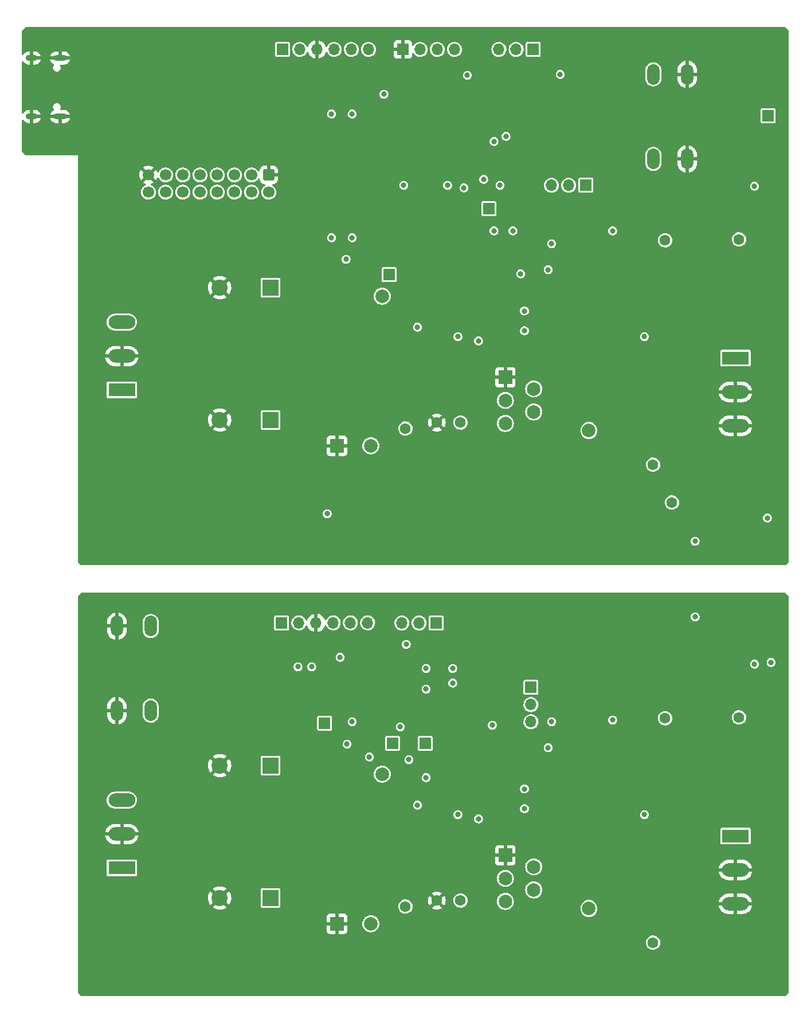
<source format=gbr>
%TF.GenerationSoftware,KiCad,Pcbnew,(6.0.7)*%
%TF.CreationDate,2022-10-24T20:42:29-04:00*%
%TF.ProjectId,LabPowerSupply,4c616250-6f77-4657-9253-7570706c792e,rev?*%
%TF.SameCoordinates,Original*%
%TF.FileFunction,Copper,L3,Inr*%
%TF.FilePolarity,Positive*%
%FSLAX46Y46*%
G04 Gerber Fmt 4.6, Leading zero omitted, Abs format (unit mm)*
G04 Created by KiCad (PCBNEW (6.0.7)) date 2022-10-24 20:42:29*
%MOMM*%
%LPD*%
G01*
G04 APERTURE LIST*
G04 Aperture macros list*
%AMRoundRect*
0 Rectangle with rounded corners*
0 $1 Rounding radius*
0 $2 $3 $4 $5 $6 $7 $8 $9 X,Y pos of 4 corners*
0 Add a 4 corners polygon primitive as box body*
4,1,4,$2,$3,$4,$5,$6,$7,$8,$9,$2,$3,0*
0 Add four circle primitives for the rounded corners*
1,1,$1+$1,$2,$3*
1,1,$1+$1,$4,$5*
1,1,$1+$1,$6,$7*
1,1,$1+$1,$8,$9*
0 Add four rect primitives between the rounded corners*
20,1,$1+$1,$2,$3,$4,$5,0*
20,1,$1+$1,$4,$5,$6,$7,0*
20,1,$1+$1,$6,$7,$8,$9,0*
20,1,$1+$1,$8,$9,$2,$3,0*%
G04 Aperture macros list end*
%TA.AperFunction,ComponentPad*%
%ADD10C,1.600000*%
%TD*%
%TA.AperFunction,ComponentPad*%
%ADD11R,1.700000X1.700000*%
%TD*%
%TA.AperFunction,ComponentPad*%
%ADD12O,1.700000X1.700000*%
%TD*%
%TA.AperFunction,ComponentPad*%
%ADD13R,3.960000X1.980000*%
%TD*%
%TA.AperFunction,ComponentPad*%
%ADD14O,3.960000X1.980000*%
%TD*%
%TA.AperFunction,ComponentPad*%
%ADD15R,2.400000X2.400000*%
%TD*%
%TA.AperFunction,ComponentPad*%
%ADD16C,2.400000*%
%TD*%
%TA.AperFunction,ComponentPad*%
%ADD17R,2.000000X2.000000*%
%TD*%
%TA.AperFunction,ComponentPad*%
%ADD18C,2.000000*%
%TD*%
%TA.AperFunction,ComponentPad*%
%ADD19O,1.850000X3.048000*%
%TD*%
%TA.AperFunction,ComponentPad*%
%ADD20R,1.995000X1.995000*%
%TD*%
%TA.AperFunction,ComponentPad*%
%ADD21C,1.995000*%
%TD*%
%TA.AperFunction,ComponentPad*%
%ADD22RoundRect,0.250000X-0.600000X0.600000X-0.600000X-0.600000X0.600000X-0.600000X0.600000X0.600000X0*%
%TD*%
%TA.AperFunction,ComponentPad*%
%ADD23C,1.700000*%
%TD*%
%TA.AperFunction,ComponentPad*%
%ADD24O,2.000000X0.900000*%
%TD*%
%TA.AperFunction,ComponentPad*%
%ADD25O,1.700000X0.900000*%
%TD*%
%TA.AperFunction,ViaPad*%
%ADD26C,0.800000*%
%TD*%
%TA.AperFunction,ViaPad*%
%ADD27C,2.000000*%
%TD*%
%TA.AperFunction,ViaPad*%
%ADD28C,1.600000*%
%TD*%
G04 APERTURE END LIST*
D10*
%TO.N,/Channel Power Supply 1/Linear Voltage Regulator /Linear Input*%
%TO.C,C2_SVR1*%
X101219000Y-89789000D03*
%TO.N,GND1*%
X97719000Y-89789000D03*
%TD*%
D11*
%TO.N,Net-(J_Boot1-Pad1)*%
%TO.C,J_Boot1*%
X111974000Y-34671000D03*
D12*
%TO.N,Net-(J_Boot1-Pad2)*%
X109434000Y-34671000D03*
%TO.N,Net-(J_Boot1-Pad3)*%
X106894000Y-34671000D03*
%TD*%
D11*
%TO.N,/Channel Power Supply 1/ADC 2*%
%TO.C,ADC342_1*%
X119746000Y-54737000D03*
D12*
%TO.N,/Channel Power Supply 1/ADC 4*%
X117206000Y-54737000D03*
%TO.N,/Channel Power Supply 1/ADC 3*%
X114666000Y-54737000D03*
%TD*%
D13*
%TO.N,Net-(F_CS1-Pad2)*%
%TO.C,Output1*%
X141839000Y-80264000D03*
D14*
%TO.N,GND1*%
X141839000Y-85264000D03*
X141839000Y-90264000D03*
%TD*%
D11*
%TO.N,/Channel Power Supply 2/DAC 1*%
%TO.C,D1_2*%
X91186000Y-137160000D03*
%TD*%
D15*
%TO.N,VDD*%
%TO.C,C1_BR2*%
X73152000Y-140462000D03*
D16*
%TO.N,GND2*%
X65652000Y-140462000D03*
%TD*%
D11*
%TO.N,/Channel Power Supply 2/DAC 2*%
%TO.C,D2_2*%
X81153000Y-134239000D03*
%TD*%
%TO.N,Net-(J_Boot2-Pad1)*%
%TO.C,J_Boot2*%
X97648000Y-119405000D03*
D12*
%TO.N,Net-(J_Boot2-Pad2)*%
X95108000Y-119405000D03*
%TO.N,Net-(J_Boot2-Pad3)*%
X92568000Y-119405000D03*
%TD*%
D15*
%TO.N,VCC*%
%TO.C,C1_BR1*%
X73152000Y-69850000D03*
D16*
%TO.N,GND1*%
X65652000Y-69850000D03*
%TD*%
D11*
%TO.N,/Channel Power Supply 2/ADC 2*%
%TO.C,ADC342_2*%
X111633000Y-128920000D03*
D12*
%TO.N,/Channel Power Supply 2/ADC 4*%
X111633000Y-131460000D03*
%TO.N,/Channel Power Supply 2/ADC 3*%
X111633000Y-134000000D03*
%TD*%
D15*
%TO.N,VDD*%
%TO.C,C2_BR2*%
X73152000Y-160020000D03*
D16*
%TO.N,GND2*%
X65652000Y-160020000D03*
%TD*%
D17*
%TO.N,GND2*%
%TO.C,C5_CP2*%
X82976323Y-163830000D03*
D18*
%TO.N,/Channel Power Supply 2/Charge Pump/Negative*%
X87976323Y-163830000D03*
%TD*%
D19*
%TO.N,GND1*%
%TO.C,SW_Reset1*%
X134707000Y-50837000D03*
X134707000Y-38337000D03*
%TO.N,Net-(MCU_1-Pad7)*%
X129707000Y-50837000D03*
X129707000Y-38337000D03*
%TD*%
D15*
%TO.N,VCC*%
%TO.C,C2_BR1*%
X73152000Y-89408000D03*
D16*
%TO.N,GND1*%
X65652000Y-89408000D03*
%TD*%
D11*
%TO.N,/Channel Power Supply 1/DAC 2*%
%TO.C,D2_1*%
X146685000Y-44450000D03*
%TD*%
D13*
%TO.N,/Channel Power Supply 1/AC 2*%
%TO.C,Input1*%
X51191000Y-84963000D03*
D14*
%TO.N,GND1*%
X51191000Y-79963000D03*
%TO.N,/Channel Power Supply 1/AC 1*%
X51191000Y-74963000D03*
%TD*%
D20*
%TO.N,GND2*%
%TO.C,Linear2*%
X107844000Y-153726000D03*
D21*
%TO.N,Net-(C4_LVR2-Pad1)*%
X112035000Y-155426000D03*
%TO.N,/Channel Power Supply 2/Charge Pump/Charge*%
X107844000Y-157126000D03*
%TO.N,VDD*%
X112035000Y-158826000D03*
%TO.N,/Channel Power Supply 2/Linear Voltage Regulator /Linear Input*%
X107844000Y-160526000D03*
%TD*%
D13*
%TO.N,/Channel Power Supply 2/AC 2*%
%TO.C,Input2*%
X51191000Y-155575000D03*
D14*
%TO.N,GND2*%
X51191000Y-150575000D03*
%TO.N,/Channel Power Supply 2/AC 1*%
X51191000Y-145575000D03*
%TD*%
D10*
%TO.N,/Channel Power Supply 2/Linear Voltage Regulator /Linear Input*%
%TO.C,C2_SVR2*%
X101219000Y-160401000D03*
%TO.N,GND2*%
X97719000Y-160401000D03*
%TD*%
D17*
%TO.N,GND1*%
%TO.C,C5_CP1*%
X82976323Y-93218000D03*
D18*
%TO.N,/Channel Power Supply 1/Charge Pump/Negative*%
X87976323Y-93218000D03*
%TD*%
D11*
%TO.N,/Channel Power Supply 1/ADC 1*%
%TO.C,A1_1*%
X105410000Y-58166000D03*
%TD*%
D20*
%TO.N,GND1*%
%TO.C,Linear1*%
X107844000Y-83114000D03*
D21*
%TO.N,Net-(C4_LVR1-Pad1)*%
X112035000Y-84814000D03*
%TO.N,/Channel Power Supply 1/Charge Pump/Charge*%
X107844000Y-86514000D03*
%TO.N,VCC*%
X112035000Y-88214000D03*
%TO.N,/Channel Power Supply 1/Linear Voltage Regulator /Linear Input*%
X107844000Y-89914000D03*
%TD*%
D11*
%TO.N,/Channel Power Supply 1/DAC 1*%
%TO.C,D1_1*%
X90678000Y-67945000D03*
%TD*%
D13*
%TO.N,Net-(F_CS2-Pad2)*%
%TO.C,Output2*%
X141839000Y-150876000D03*
D14*
%TO.N,GND2*%
X141839000Y-155876000D03*
X141839000Y-160876000D03*
%TD*%
D11*
%TO.N,+3.3V*%
%TO.C,J_STLink1*%
X74930000Y-34671000D03*
D12*
%TO.N,/Primary Controller/SW_CLK*%
X77470000Y-34671000D03*
%TO.N,GND1*%
X80010000Y-34671000D03*
%TO.N,/Primary Controller/SW_DIO*%
X82550000Y-34671000D03*
%TO.N,Net-(MCU_1-Pad7)*%
X85090000Y-34671000D03*
%TO.N,/Primary Controller/SWO*%
X87630000Y-34671000D03*
%TD*%
D11*
%TO.N,/Channel Power Supply 2/ADC 1*%
%TO.C,A1_2*%
X96012000Y-137160000D03*
%TD*%
D22*
%TO.N,GND1*%
%TO.C,Front_Panel1*%
X72898000Y-53213000D03*
D23*
%TO.N,Net-(Front_Panel1-Pad2)*%
X72898000Y-55753000D03*
%TO.N,Net-(Front_Panel1-Pad3)*%
X70358000Y-53213000D03*
%TO.N,Net-(Front_Panel1-Pad4)*%
X70358000Y-55753000D03*
%TO.N,Net-(Front_Panel1-Pad5)*%
X67818000Y-53213000D03*
%TO.N,Net-(Front_Panel1-Pad6)*%
X67818000Y-55753000D03*
%TO.N,Net-(Front_Panel1-Pad7)*%
X65278000Y-53213000D03*
%TO.N,Net-(Front_Panel1-Pad8)*%
X65278000Y-55753000D03*
%TO.N,Net-(Front_Panel1-Pad9)*%
X62738000Y-53213000D03*
%TO.N,Net-(Front_Panel1-Pad10)*%
X62738000Y-55753000D03*
%TO.N,Net-(Front_Panel1-Pad11)*%
X60198000Y-53213000D03*
%TO.N,Net-(Front_Panel1-Pad12)*%
X60198000Y-55753000D03*
%TO.N,Net-(Front_Panel1-Pad13)*%
X57658000Y-53213000D03*
%TO.N,Net-(Front_Panel1-Pad14)*%
X57658000Y-55753000D03*
%TO.N,GND1*%
X55118000Y-53213000D03*
%TO.N,Net-(Front_Panel1-Pad16)*%
X55118000Y-55753000D03*
%TD*%
D11*
%TO.N,GND1*%
%TO.C,J_I2C1*%
X92710000Y-34671000D03*
D12*
%TO.N,/Channel 1 Power Rails/5 Volts*%
X95250000Y-34671000D03*
%TO.N,/Primary Controller/I2C SDA*%
X97790000Y-34671000D03*
%TO.N,/Primary Controller/I2C SCL*%
X100330000Y-34671000D03*
%TD*%
D11*
%TO.N,+3.3VA*%
%TO.C,J_STLink2*%
X74803000Y-119380000D03*
D12*
%TO.N,Net-(J_STLink2-Pad2)*%
X77343000Y-119380000D03*
%TO.N,GND2*%
X79883000Y-119380000D03*
%TO.N,Net-(J_STLink2-Pad4)*%
X82423000Y-119380000D03*
%TO.N,Net-(J_STLink2-Pad5)*%
X84963000Y-119380000D03*
%TO.N,Net-(J_STLink2-Pad6)*%
X87503000Y-119380000D03*
%TD*%
D19*
%TO.N,GND2*%
%TO.C,SW_Reset2*%
X50459000Y-132351000D03*
X50459000Y-119851000D03*
%TO.N,Net-(J_STLink2-Pad5)*%
X55459000Y-119851000D03*
X55459000Y-132351000D03*
%TD*%
D24*
%TO.N,GND1*%
%TO.C,J_USB1*%
X42062000Y-44579000D03*
X42062000Y-35939000D03*
D25*
X37892000Y-35939000D03*
X37892000Y-44579000D03*
%TD*%
D26*
%TO.N,/Channel Power Supply 2/DAC 2*%
X147098500Y-125222000D03*
X92329000Y-134747000D03*
D27*
%TO.N,VDD*%
X89662000Y-141732000D03*
X120191000Y-161573500D03*
D28*
X142367000Y-133350000D03*
X93091000Y-161290000D03*
D26*
%TO.N,GND2*%
X115189000Y-116459000D03*
X105791000Y-128651000D03*
X121793000Y-128905000D03*
X96139000Y-127635000D03*
X99568000Y-153289000D03*
D28*
X92329000Y-142494000D03*
D26*
X86614000Y-133985000D03*
X83439000Y-125857000D03*
X146431000Y-120269000D03*
X105918000Y-136398000D03*
X136176500Y-144018000D03*
X50927000Y-173355000D03*
X136017000Y-121920000D03*
X81534000Y-137287000D03*
X128016000Y-136525000D03*
X91821000Y-122555000D03*
X120953000Y-147729500D03*
X99568000Y-150749000D03*
X128397000Y-141986000D03*
X125095000Y-147066000D03*
D27*
X111174000Y-165002500D03*
D28*
%TO.N,GND1*%
X92202000Y-71120000D03*
D26*
X50927000Y-102743000D03*
X89916000Y-42672000D03*
X81534000Y-65659000D03*
X121793000Y-57468000D03*
X106172000Y-46863000D03*
X103124000Y-55118000D03*
X128016000Y-65913000D03*
X73279000Y-40386000D03*
X111760000Y-43307000D03*
X94234000Y-54737000D03*
X99568000Y-82677000D03*
X99568000Y-80137000D03*
X100838000Y-38481000D03*
X136176500Y-73406000D03*
X61849000Y-40386000D03*
X120953000Y-77117500D03*
X125095000Y-76454000D03*
X122555000Y-108585000D03*
D27*
X111174000Y-94390500D03*
D26*
X105918000Y-65786000D03*
X128397000Y-71374000D03*
%TO.N,+3.3VA*%
X128397000Y-147701000D03*
X85217000Y-133985000D03*
D28*
X129667000Y-166624000D03*
D26*
X93218000Y-122555000D03*
X96139000Y-129159000D03*
X105918000Y-134493000D03*
X135890000Y-118491000D03*
X83439000Y-124460000D03*
%TO.N,+3.3V*%
X101727000Y-55118000D03*
X102235000Y-38481000D03*
X89916000Y-41275000D03*
X92837000Y-54737000D03*
X106172000Y-61468000D03*
X135890000Y-107315000D03*
X128397000Y-77089000D03*
D28*
X129667000Y-96012000D03*
D26*
X106172000Y-48260000D03*
X115951000Y-38354000D03*
D28*
%TO.N,/Channel Power Supply 2/Charge Pump/Negative*%
X131445000Y-133477000D03*
%TO.N,/Channel Power Supply 1/Charge Pump/Negative*%
X131445000Y-62865000D03*
%TO.N,VCC*%
X93091000Y-90678000D03*
X142367000Y-62738000D03*
D27*
X120191000Y-90961500D03*
X89662000Y-71120000D03*
D26*
%TO.N,/Channel Power Supply 1/Charge Pump/Charge*%
X110109000Y-67818000D03*
%TO.N,/Channel Power Supply 2/Differential Op-Amp Circuit/Set Voltage*%
X114173000Y-137824500D03*
%TO.N,/Channel Power Supply 1/Differential Op-Amp Circuit/Set Voltage*%
X114173000Y-67212500D03*
D28*
%TO.N,/Channel 1 Power Rails/5 Volts*%
X132461000Y-101600000D03*
D26*
%TO.N,/Channel Power Supply 2/On{slash}Off*%
X93599000Y-139573000D03*
X103886000Y-148336000D03*
X87757000Y-139192000D03*
X96139000Y-142240000D03*
%TO.N,/Channel Power Supply 1/On{slash}Off*%
X99314000Y-54737000D03*
X108966000Y-61468000D03*
X107061000Y-54737000D03*
X103886000Y-77724000D03*
%TO.N,Net-(Q1_LVR1-Pad1)*%
X110666000Y-73306500D03*
%TO.N,/Channel Power Supply 2/Current Sense /Output*%
X123698000Y-133731000D03*
%TO.N,/Channel Power Supply 1/Current Sense /Output*%
X123698000Y-61468000D03*
%TO.N,Net-(Q1_LVR2-Pad1)*%
X110666000Y-143918500D03*
%TO.N,Net-(Q2_LVR1-Pad1)*%
X110666000Y-76227500D03*
%TO.N,/Channel Power Supply 2/Differential Op-Amp Circuit/3.3 Volts*%
X144653000Y-125476000D03*
%TO.N,/Channel Power Supply 1/Differential Op-Amp Circuit/3.3 Volts*%
X144653000Y-54864000D03*
%TO.N,/Channel Power Supply 2/ADC 1*%
X84455000Y-137287000D03*
%TO.N,/Channel Power Supply 1/ADC 1*%
X84328000Y-65659000D03*
X104648000Y-53848000D03*
%TO.N,/Channel Power Supply 2/Switching Voltage Regulator/FeedBack*%
X94869000Y-146304000D03*
%TO.N,/Channel Power Supply 1/Switching Voltage Regulator/FeedBack*%
X94869000Y-75692000D03*
%TO.N,Net-(Q2_LVR2-Pad1)*%
X110666000Y-146839500D03*
%TO.N,Net-(Q3_LVR1-Pad1)*%
X100838000Y-77089000D03*
%TO.N,Net-(Q3_LVR2-Pad1)*%
X100838000Y-147701000D03*
%TO.N,/Channel Power Supply 2/ADC 3*%
X114681000Y-133985000D03*
%TO.N,/Optocouplers/TX1*%
X81534000Y-103251000D03*
X82169000Y-44196000D03*
X146558000Y-103886000D03*
X82169000Y-62484000D03*
%TO.N,/Optocouplers/RX 1*%
X85217000Y-44196000D03*
X85217000Y-62484000D03*
%TO.N,/Optocouplers/TX 2*%
X100076000Y-126111000D03*
X77216000Y-125857000D03*
%TO.N,/Optocouplers/RX 2*%
X100076000Y-128270000D03*
X79248000Y-125857000D03*
%TO.N,/Channel Power Supply 1/ADC 3*%
X114681000Y-63373000D03*
%TO.N,Net-(MCU_1-Pad7)*%
X107950000Y-47498000D03*
%TO.N,Net-(J_STLink2-Pad5)*%
X96139000Y-126111000D03*
%TD*%
%TA.AperFunction,Conductor*%
%TO.N,GND1*%
G36*
X44704000Y-50292000D02*
G01*
X37009190Y-50292000D01*
X36941069Y-50271998D01*
X36920095Y-50255095D01*
X36485905Y-49820905D01*
X36451879Y-49758593D01*
X36449000Y-49731810D01*
X36449000Y-45157151D01*
X36469002Y-45089030D01*
X36522658Y-45042537D01*
X36592932Y-45032433D01*
X36657512Y-45061927D01*
X36682086Y-45090754D01*
X36725708Y-45161108D01*
X36733460Y-45171174D01*
X36858408Y-45303303D01*
X36868026Y-45311605D01*
X37016987Y-45415908D01*
X37028081Y-45422108D01*
X37194980Y-45494332D01*
X37207083Y-45498171D01*
X37386600Y-45535675D01*
X37396152Y-45536915D01*
X37399384Y-45537000D01*
X37619885Y-45537000D01*
X37635124Y-45532525D01*
X37636329Y-45531135D01*
X37638000Y-45523452D01*
X37638000Y-45518885D01*
X38146000Y-45518885D01*
X38150475Y-45534124D01*
X38151865Y-45535329D01*
X38159548Y-45537000D01*
X38337447Y-45537000D01*
X38343822Y-45536677D01*
X38479277Y-45522918D01*
X38491717Y-45520364D01*
X38665244Y-45465984D01*
X38676932Y-45460975D01*
X38835979Y-45372813D01*
X38846412Y-45365562D01*
X38984491Y-45247215D01*
X38993244Y-45238024D01*
X39104711Y-45094320D01*
X39111435Y-45083560D01*
X39191732Y-44920375D01*
X39196155Y-44908481D01*
X39211251Y-44850530D01*
X39211021Y-44843075D01*
X40588363Y-44843075D01*
X40644310Y-44995136D01*
X40649877Y-45006549D01*
X40745708Y-45161108D01*
X40753460Y-45171174D01*
X40878408Y-45303303D01*
X40888026Y-45311605D01*
X41036987Y-45415908D01*
X41048081Y-45422108D01*
X41214980Y-45494332D01*
X41227083Y-45498171D01*
X41406600Y-45535675D01*
X41416152Y-45536915D01*
X41419384Y-45537000D01*
X41789885Y-45537000D01*
X41805124Y-45532525D01*
X41806329Y-45531135D01*
X41808000Y-45523452D01*
X41808000Y-45518885D01*
X42316000Y-45518885D01*
X42320475Y-45534124D01*
X42321865Y-45535329D01*
X42329548Y-45537000D01*
X42657447Y-45537000D01*
X42663822Y-45536677D01*
X42799277Y-45522918D01*
X42811717Y-45520364D01*
X42985244Y-45465984D01*
X42996932Y-45460975D01*
X43155979Y-45372813D01*
X43166412Y-45365562D01*
X43304491Y-45247215D01*
X43313244Y-45238024D01*
X43424711Y-45094320D01*
X43431435Y-45083560D01*
X43511732Y-44920375D01*
X43516155Y-44908481D01*
X43531251Y-44850530D01*
X43530817Y-44836436D01*
X43522636Y-44833000D01*
X42334115Y-44833000D01*
X42318876Y-44837475D01*
X42317671Y-44838865D01*
X42316000Y-44846548D01*
X42316000Y-45518885D01*
X41808000Y-45518885D01*
X41808000Y-44851115D01*
X41803525Y-44835876D01*
X41802135Y-44834671D01*
X41794452Y-44833000D01*
X40602771Y-44833000D01*
X40589240Y-44836973D01*
X40588363Y-44843075D01*
X39211021Y-44843075D01*
X39210817Y-44836436D01*
X39202636Y-44833000D01*
X38164115Y-44833000D01*
X38148876Y-44837475D01*
X38147671Y-44838865D01*
X38146000Y-44846548D01*
X38146000Y-45518885D01*
X37638000Y-45518885D01*
X37638000Y-44306885D01*
X38146000Y-44306885D01*
X38150475Y-44322124D01*
X38151865Y-44323329D01*
X38159548Y-44325000D01*
X39201229Y-44325000D01*
X39214760Y-44321027D01*
X39215637Y-44314925D01*
X39212894Y-44307470D01*
X40592749Y-44307470D01*
X40593183Y-44321564D01*
X40601364Y-44325000D01*
X43521229Y-44325000D01*
X43534760Y-44321027D01*
X43535637Y-44314925D01*
X43479690Y-44162864D01*
X43474123Y-44151451D01*
X43378292Y-43996892D01*
X43370540Y-43986826D01*
X43245592Y-43854697D01*
X43235974Y-43846395D01*
X43087013Y-43742092D01*
X43075919Y-43735892D01*
X42909020Y-43663668D01*
X42896917Y-43659829D01*
X42717400Y-43622325D01*
X42707848Y-43621085D01*
X42704616Y-43621000D01*
X42170992Y-43621000D01*
X42102871Y-43600998D01*
X42056378Y-43547342D01*
X42046274Y-43477068D01*
X42068286Y-43422010D01*
X42073044Y-43415315D01*
X42073044Y-43415314D01*
X42078020Y-43408313D01*
X42129482Y-43265371D01*
X42140609Y-43113855D01*
X42110580Y-42964929D01*
X42076361Y-42897770D01*
X42045508Y-42837217D01*
X42045506Y-42837214D01*
X42041608Y-42829564D01*
X41989457Y-42772850D01*
X41944584Y-42724052D01*
X41944583Y-42724051D01*
X41938774Y-42717734D01*
X41870894Y-42675646D01*
X41816956Y-42642203D01*
X41816955Y-42642202D01*
X41809656Y-42637677D01*
X41663765Y-42595291D01*
X41652993Y-42594500D01*
X41543943Y-42594500D01*
X41539697Y-42595082D01*
X41539691Y-42595082D01*
X41460946Y-42605869D01*
X41431482Y-42609905D01*
X41423598Y-42613317D01*
X41423597Y-42613317D01*
X41367306Y-42637677D01*
X41292054Y-42670242D01*
X41285381Y-42675646D01*
X41180661Y-42760445D01*
X41180659Y-42760447D01*
X41173987Y-42765850D01*
X41085980Y-42889687D01*
X41034518Y-43032629D01*
X41023391Y-43184145D01*
X41053420Y-43333071D01*
X41057320Y-43340725D01*
X41118492Y-43460783D01*
X41118494Y-43460786D01*
X41122392Y-43468436D01*
X41128205Y-43474757D01*
X41128206Y-43474759D01*
X41154822Y-43503703D01*
X41186208Y-43567385D01*
X41178182Y-43637927D01*
X41133293Y-43692931D01*
X41123160Y-43699192D01*
X40968021Y-43785187D01*
X40957588Y-43792438D01*
X40819509Y-43910785D01*
X40810756Y-43919976D01*
X40699289Y-44063680D01*
X40692565Y-44074440D01*
X40612268Y-44237625D01*
X40607845Y-44249519D01*
X40592749Y-44307470D01*
X39212894Y-44307470D01*
X39159690Y-44162864D01*
X39154123Y-44151451D01*
X39058292Y-43996892D01*
X39050540Y-43986826D01*
X38925592Y-43854697D01*
X38915974Y-43846395D01*
X38767013Y-43742092D01*
X38755919Y-43735892D01*
X38589020Y-43663668D01*
X38576917Y-43659829D01*
X38397400Y-43622325D01*
X38387848Y-43621085D01*
X38384616Y-43621000D01*
X38164115Y-43621000D01*
X38148876Y-43625475D01*
X38147671Y-43626865D01*
X38146000Y-43634548D01*
X38146000Y-44306885D01*
X37638000Y-44306885D01*
X37638000Y-43639115D01*
X37633525Y-43623876D01*
X37632135Y-43622671D01*
X37624452Y-43621000D01*
X37446553Y-43621000D01*
X37440178Y-43621323D01*
X37304723Y-43635082D01*
X37292283Y-43637636D01*
X37118756Y-43692016D01*
X37107068Y-43697025D01*
X36948021Y-43785187D01*
X36937588Y-43792438D01*
X36799509Y-43910785D01*
X36790756Y-43919976D01*
X36675380Y-44068719D01*
X36673346Y-44067141D01*
X36628782Y-44106750D01*
X36558641Y-44117739D01*
X36493694Y-44089061D01*
X36454561Y-44029824D01*
X36449000Y-43992805D01*
X36449000Y-36517151D01*
X36469002Y-36449030D01*
X36522658Y-36402537D01*
X36592932Y-36392433D01*
X36657512Y-36421927D01*
X36682086Y-36450754D01*
X36725708Y-36521108D01*
X36733460Y-36531174D01*
X36858408Y-36663303D01*
X36868026Y-36671605D01*
X37016987Y-36775908D01*
X37028081Y-36782108D01*
X37194980Y-36854332D01*
X37207083Y-36858171D01*
X37386600Y-36895675D01*
X37396152Y-36896915D01*
X37399384Y-36897000D01*
X37619885Y-36897000D01*
X37635124Y-36892525D01*
X37636329Y-36891135D01*
X37638000Y-36883452D01*
X37638000Y-36878885D01*
X38146000Y-36878885D01*
X38150475Y-36894124D01*
X38151865Y-36895329D01*
X38159548Y-36897000D01*
X38337447Y-36897000D01*
X38343822Y-36896677D01*
X38479277Y-36882918D01*
X38491717Y-36880364D01*
X38665244Y-36825984D01*
X38676932Y-36820975D01*
X38835979Y-36732813D01*
X38846412Y-36725562D01*
X38984491Y-36607215D01*
X38993244Y-36598024D01*
X39104711Y-36454320D01*
X39111435Y-36443560D01*
X39191732Y-36280375D01*
X39196155Y-36268481D01*
X39211251Y-36210530D01*
X39211021Y-36203075D01*
X40588363Y-36203075D01*
X40644310Y-36355136D01*
X40649877Y-36366549D01*
X40745708Y-36521108D01*
X40753460Y-36531174D01*
X40878408Y-36663303D01*
X40888026Y-36671605D01*
X41036987Y-36775908D01*
X41048081Y-36782108D01*
X41112311Y-36809903D01*
X41166885Y-36855314D01*
X41188245Y-36923021D01*
X41169609Y-36991528D01*
X41164980Y-36998524D01*
X41085980Y-37109687D01*
X41034518Y-37252629D01*
X41023391Y-37404145D01*
X41053420Y-37553071D01*
X41057320Y-37560725D01*
X41118492Y-37680783D01*
X41118494Y-37680786D01*
X41122392Y-37688436D01*
X41128205Y-37694757D01*
X41128206Y-37694759D01*
X41185951Y-37757555D01*
X41225226Y-37800266D01*
X41232521Y-37804789D01*
X41232522Y-37804790D01*
X41347044Y-37875797D01*
X41354344Y-37880323D01*
X41500235Y-37922709D01*
X41511007Y-37923500D01*
X41620057Y-37923500D01*
X41624303Y-37922918D01*
X41624309Y-37922918D01*
X41703054Y-37912131D01*
X41732518Y-37908095D01*
X41791158Y-37882719D01*
X41864064Y-37851169D01*
X41864065Y-37851169D01*
X41871946Y-37847758D01*
X41919909Y-37808919D01*
X41983339Y-37757555D01*
X41983341Y-37757553D01*
X41990013Y-37752150D01*
X42078020Y-37628313D01*
X42129482Y-37485371D01*
X42140609Y-37333855D01*
X42110580Y-37184929D01*
X42057219Y-37080202D01*
X42044115Y-37010426D01*
X42070815Y-36944642D01*
X42128842Y-36903735D01*
X42169486Y-36897000D01*
X42657447Y-36897000D01*
X42663822Y-36896677D01*
X42799277Y-36882918D01*
X42811717Y-36880364D01*
X42985244Y-36825984D01*
X42996932Y-36820975D01*
X43155979Y-36732813D01*
X43166412Y-36725562D01*
X43304491Y-36607215D01*
X43313244Y-36598024D01*
X43424711Y-36454320D01*
X43431435Y-36443560D01*
X43511732Y-36280375D01*
X43516155Y-36268481D01*
X43531251Y-36210530D01*
X43530817Y-36196436D01*
X43522636Y-36193000D01*
X40602771Y-36193000D01*
X40589240Y-36196973D01*
X40588363Y-36203075D01*
X39211021Y-36203075D01*
X39210817Y-36196436D01*
X39202636Y-36193000D01*
X38164115Y-36193000D01*
X38148876Y-36197475D01*
X38147671Y-36198865D01*
X38146000Y-36206548D01*
X38146000Y-36878885D01*
X37638000Y-36878885D01*
X37638000Y-35666885D01*
X38146000Y-35666885D01*
X38150475Y-35682124D01*
X38151865Y-35683329D01*
X38159548Y-35685000D01*
X39201229Y-35685000D01*
X39214760Y-35681027D01*
X39215637Y-35674925D01*
X39212894Y-35667470D01*
X40592749Y-35667470D01*
X40593183Y-35681564D01*
X40601364Y-35685000D01*
X41789885Y-35685000D01*
X41805124Y-35680525D01*
X41806329Y-35679135D01*
X41808000Y-35671452D01*
X41808000Y-35666885D01*
X42316000Y-35666885D01*
X42320475Y-35682124D01*
X42321865Y-35683329D01*
X42329548Y-35685000D01*
X43521229Y-35685000D01*
X43534760Y-35681027D01*
X43535637Y-35674925D01*
X43479690Y-35522864D01*
X43474123Y-35511451D01*
X43378292Y-35356892D01*
X43370540Y-35346826D01*
X43245592Y-35214697D01*
X43235974Y-35206395D01*
X43087013Y-35102092D01*
X43075919Y-35095892D01*
X42909020Y-35023668D01*
X42896917Y-35019829D01*
X42717400Y-34982325D01*
X42707848Y-34981085D01*
X42704616Y-34981000D01*
X42334115Y-34981000D01*
X42318876Y-34985475D01*
X42317671Y-34986865D01*
X42316000Y-34994548D01*
X42316000Y-35666885D01*
X41808000Y-35666885D01*
X41808000Y-34999115D01*
X41803525Y-34983876D01*
X41802135Y-34982671D01*
X41794452Y-34981000D01*
X41466553Y-34981000D01*
X41460178Y-34981323D01*
X41324723Y-34995082D01*
X41312283Y-34997636D01*
X41138756Y-35052016D01*
X41127068Y-35057025D01*
X40968021Y-35145187D01*
X40957588Y-35152438D01*
X40819509Y-35270785D01*
X40810756Y-35279976D01*
X40699289Y-35423680D01*
X40692565Y-35434440D01*
X40612268Y-35597625D01*
X40607845Y-35609519D01*
X40592749Y-35667470D01*
X39212894Y-35667470D01*
X39159690Y-35522864D01*
X39154123Y-35511451D01*
X39058292Y-35356892D01*
X39050540Y-35346826D01*
X38925592Y-35214697D01*
X38915974Y-35206395D01*
X38767013Y-35102092D01*
X38755919Y-35095892D01*
X38589020Y-35023668D01*
X38576917Y-35019829D01*
X38397400Y-34982325D01*
X38387848Y-34981085D01*
X38384616Y-34981000D01*
X38164115Y-34981000D01*
X38148876Y-34985475D01*
X38147671Y-34986865D01*
X38146000Y-34994548D01*
X38146000Y-35666885D01*
X37638000Y-35666885D01*
X37638000Y-34999115D01*
X37633525Y-34983876D01*
X37632135Y-34982671D01*
X37624452Y-34981000D01*
X37446553Y-34981000D01*
X37440178Y-34981323D01*
X37304723Y-34995082D01*
X37292283Y-34997636D01*
X37118756Y-35052016D01*
X37107068Y-35057025D01*
X36948021Y-35145187D01*
X36937588Y-35152438D01*
X36799509Y-35270785D01*
X36790756Y-35279976D01*
X36675380Y-35428719D01*
X36673346Y-35427141D01*
X36628782Y-35466750D01*
X36558641Y-35477739D01*
X36493694Y-35449061D01*
X36454561Y-35389824D01*
X36449000Y-35352805D01*
X36449000Y-31929190D01*
X36469002Y-31861069D01*
X36485905Y-31840095D01*
X36920095Y-31405905D01*
X36982407Y-31371879D01*
X37009190Y-31369000D01*
X44704000Y-31369000D01*
X44704000Y-50292000D01*
G37*
%TD.AperFunction*%
%TD*%
%TA.AperFunction,Conductor*%
%TO.N,GND2*%
G36*
X149240931Y-114955002D02*
G01*
X149261905Y-114971905D01*
X149696095Y-115406095D01*
X149730121Y-115468407D01*
X149733000Y-115495190D01*
X149733000Y-173937810D01*
X149712998Y-174005931D01*
X149696095Y-174026905D01*
X149261905Y-174461095D01*
X149199593Y-174495121D01*
X149172810Y-174498000D01*
X45264190Y-174498000D01*
X45196069Y-174477998D01*
X45175095Y-174461095D01*
X44740905Y-174026905D01*
X44706879Y-173964593D01*
X44704000Y-173937810D01*
X44704000Y-166609206D01*
X128607501Y-166609206D01*
X128624806Y-166815278D01*
X128681807Y-167014066D01*
X128684625Y-167019548D01*
X128684626Y-167019552D01*
X128773514Y-167192509D01*
X128773517Y-167192513D01*
X128776334Y-167197995D01*
X128904786Y-167360061D01*
X129062271Y-167494091D01*
X129242789Y-167594980D01*
X129439466Y-167658884D01*
X129644809Y-167683370D01*
X129650944Y-167682898D01*
X129650946Y-167682898D01*
X129844856Y-167667977D01*
X129844860Y-167667976D01*
X129850998Y-167667504D01*
X130050178Y-167611892D01*
X130055682Y-167609112D01*
X130055684Y-167609111D01*
X130229262Y-167521431D01*
X130229264Y-167521430D01*
X130234763Y-167518652D01*
X130397722Y-167391334D01*
X130401748Y-167386670D01*
X130401751Y-167386667D01*
X130528819Y-167239457D01*
X130528820Y-167239455D01*
X130532848Y-167234789D01*
X130634995Y-167054979D01*
X130700270Y-166858753D01*
X130726189Y-166653586D01*
X130726602Y-166624000D01*
X130706422Y-166418189D01*
X130646651Y-166220217D01*
X130549565Y-166037625D01*
X130545674Y-166032855D01*
X130545672Y-166032851D01*
X130422758Y-165882143D01*
X130422755Y-165882140D01*
X130418863Y-165877368D01*
X130411966Y-165871662D01*
X130264271Y-165749478D01*
X130264266Y-165749475D01*
X130259522Y-165745550D01*
X130254103Y-165742620D01*
X130254100Y-165742618D01*
X130083032Y-165650122D01*
X130083027Y-165650120D01*
X130077612Y-165647192D01*
X129880063Y-165586040D01*
X129873938Y-165585396D01*
X129873937Y-165585396D01*
X129680526Y-165565068D01*
X129680524Y-165565068D01*
X129674397Y-165564424D01*
X129548229Y-165575906D01*
X129474591Y-165582607D01*
X129474590Y-165582607D01*
X129468450Y-165583166D01*
X129270066Y-165641554D01*
X129264601Y-165644411D01*
X129092261Y-165734508D01*
X129092257Y-165734511D01*
X129086801Y-165737363D01*
X128925635Y-165866943D01*
X128792708Y-166025360D01*
X128693082Y-166206578D01*
X128630553Y-166403696D01*
X128607501Y-166609206D01*
X44704000Y-166609206D01*
X44704000Y-164874669D01*
X81468324Y-164874669D01*
X81468694Y-164881490D01*
X81474218Y-164932352D01*
X81477844Y-164947604D01*
X81522999Y-165068054D01*
X81531537Y-165083649D01*
X81608038Y-165185724D01*
X81620599Y-165198285D01*
X81722674Y-165274786D01*
X81738269Y-165283324D01*
X81858717Y-165328478D01*
X81873972Y-165332105D01*
X81924837Y-165337631D01*
X81931651Y-165338000D01*
X82704208Y-165338000D01*
X82719447Y-165333525D01*
X82720652Y-165332135D01*
X82722323Y-165324452D01*
X82722323Y-165319884D01*
X83230323Y-165319884D01*
X83234798Y-165335123D01*
X83236188Y-165336328D01*
X83243871Y-165337999D01*
X84020992Y-165337999D01*
X84027813Y-165337629D01*
X84078675Y-165332105D01*
X84093927Y-165328479D01*
X84214377Y-165283324D01*
X84229972Y-165274786D01*
X84332047Y-165198285D01*
X84344608Y-165185724D01*
X84421109Y-165083649D01*
X84429647Y-165068054D01*
X84474801Y-164947606D01*
X84478428Y-164932351D01*
X84483954Y-164881486D01*
X84484323Y-164874672D01*
X84484323Y-164102115D01*
X84479848Y-164086876D01*
X84478458Y-164085671D01*
X84470775Y-164084000D01*
X83248438Y-164084000D01*
X83233199Y-164088475D01*
X83231994Y-164089865D01*
X83230323Y-164097548D01*
X83230323Y-165319884D01*
X82722323Y-165319884D01*
X82722323Y-164102115D01*
X82717848Y-164086876D01*
X82716458Y-164085671D01*
X82708775Y-164084000D01*
X81486439Y-164084000D01*
X81471200Y-164088475D01*
X81469995Y-164089865D01*
X81468324Y-164097548D01*
X81468324Y-164874669D01*
X44704000Y-164874669D01*
X44704000Y-163830000D01*
X86717031Y-163830000D01*
X86736162Y-164048674D01*
X86792976Y-164260703D01*
X86795301Y-164265688D01*
X86883418Y-164454659D01*
X86883421Y-164454664D01*
X86885744Y-164459646D01*
X87011649Y-164639457D01*
X87166866Y-164794674D01*
X87171374Y-164797831D01*
X87171377Y-164797833D01*
X87281115Y-164874672D01*
X87346677Y-164920579D01*
X87351659Y-164922902D01*
X87351664Y-164922905D01*
X87452439Y-164969896D01*
X87545620Y-165013347D01*
X87757649Y-165070161D01*
X87976323Y-165089292D01*
X88194997Y-165070161D01*
X88407026Y-165013347D01*
X88500207Y-164969896D01*
X88600982Y-164922905D01*
X88600987Y-164922902D01*
X88605969Y-164920579D01*
X88671531Y-164874672D01*
X88781269Y-164797833D01*
X88781272Y-164797831D01*
X88785780Y-164794674D01*
X88940997Y-164639457D01*
X89066902Y-164459646D01*
X89069225Y-164454664D01*
X89069228Y-164454659D01*
X89157345Y-164265688D01*
X89159670Y-164260703D01*
X89216484Y-164048674D01*
X89235615Y-163830000D01*
X89216484Y-163611326D01*
X89159670Y-163399297D01*
X89116219Y-163306116D01*
X89069228Y-163205341D01*
X89069225Y-163205336D01*
X89066902Y-163200354D01*
X88940997Y-163020543D01*
X88785780Y-162865326D01*
X88781272Y-162862169D01*
X88781269Y-162862167D01*
X88610478Y-162742578D01*
X88610476Y-162742577D01*
X88605969Y-162739421D01*
X88600987Y-162737098D01*
X88600982Y-162737095D01*
X88500207Y-162690104D01*
X88407026Y-162646653D01*
X88194997Y-162589839D01*
X87976323Y-162570708D01*
X87757649Y-162589839D01*
X87545620Y-162646653D01*
X87452439Y-162690104D01*
X87351664Y-162737095D01*
X87351659Y-162737098D01*
X87346677Y-162739421D01*
X87342170Y-162742577D01*
X87342168Y-162742578D01*
X87171377Y-162862167D01*
X87171374Y-162862169D01*
X87166866Y-162865326D01*
X87011649Y-163020543D01*
X86885744Y-163200354D01*
X86883421Y-163205336D01*
X86883418Y-163205341D01*
X86836427Y-163306116D01*
X86792976Y-163399297D01*
X86736162Y-163611326D01*
X86717031Y-163830000D01*
X44704000Y-163830000D01*
X44704000Y-163557885D01*
X81468323Y-163557885D01*
X81472798Y-163573124D01*
X81474188Y-163574329D01*
X81481871Y-163576000D01*
X82704208Y-163576000D01*
X82719447Y-163571525D01*
X82720652Y-163570135D01*
X82722323Y-163562452D01*
X82722323Y-163557885D01*
X83230323Y-163557885D01*
X83234798Y-163573124D01*
X83236188Y-163574329D01*
X83243871Y-163576000D01*
X84466207Y-163576000D01*
X84481446Y-163571525D01*
X84482651Y-163570135D01*
X84484322Y-163562452D01*
X84484322Y-162785331D01*
X84483952Y-162778510D01*
X84478428Y-162727648D01*
X84474802Y-162712396D01*
X84429647Y-162591946D01*
X84421109Y-162576351D01*
X84344608Y-162474276D01*
X84332047Y-162461715D01*
X84229972Y-162385214D01*
X84214377Y-162376676D01*
X84093929Y-162331522D01*
X84078674Y-162327895D01*
X84027809Y-162322369D01*
X84020995Y-162322000D01*
X83248438Y-162322000D01*
X83233199Y-162326475D01*
X83231994Y-162327865D01*
X83230323Y-162335548D01*
X83230323Y-163557885D01*
X82722323Y-163557885D01*
X82722323Y-162340116D01*
X82717848Y-162324877D01*
X82716458Y-162323672D01*
X82708775Y-162322001D01*
X81931654Y-162322001D01*
X81924833Y-162322371D01*
X81873971Y-162327895D01*
X81858719Y-162331521D01*
X81738269Y-162376676D01*
X81722674Y-162385214D01*
X81620599Y-162461715D01*
X81608038Y-162474276D01*
X81531537Y-162576351D01*
X81522999Y-162591946D01*
X81477845Y-162712394D01*
X81474218Y-162727649D01*
X81468692Y-162778514D01*
X81468323Y-162785328D01*
X81468323Y-163557885D01*
X44704000Y-163557885D01*
X44704000Y-161393359D01*
X64643386Y-161393359D01*
X64652099Y-161404879D01*
X64740586Y-161469760D01*
X64748505Y-161474708D01*
X64964877Y-161588547D01*
X64973451Y-161592275D01*
X65204282Y-161672885D01*
X65213291Y-161675299D01*
X65453518Y-161720908D01*
X65462775Y-161721962D01*
X65707107Y-161731563D01*
X65716420Y-161731237D01*
X65959478Y-161704618D01*
X65968655Y-161702917D01*
X66205107Y-161640665D01*
X66213926Y-161637628D01*
X66438584Y-161541107D01*
X66446856Y-161536800D01*
X66654777Y-161408135D01*
X66656620Y-161406796D01*
X66664038Y-161395541D01*
X66657974Y-161385184D01*
X65664812Y-160392022D01*
X65650868Y-160384408D01*
X65649035Y-160384539D01*
X65642420Y-160388790D01*
X64650044Y-161381166D01*
X64643386Y-161393359D01*
X44704000Y-161393359D01*
X44704000Y-159979835D01*
X63940022Y-159979835D01*
X63951754Y-160224064D01*
X63952891Y-160233324D01*
X64000593Y-160473143D01*
X64003082Y-160482118D01*
X64085708Y-160712250D01*
X64089505Y-160720778D01*
X64205234Y-160936160D01*
X64210245Y-160944027D01*
X64267173Y-161020263D01*
X64278431Y-161028712D01*
X64290850Y-161021940D01*
X65279978Y-160032812D01*
X65286356Y-160021132D01*
X66016408Y-160021132D01*
X66016539Y-160022965D01*
X66020790Y-160029580D01*
X67015732Y-161024522D01*
X67028112Y-161031282D01*
X67036453Y-161025038D01*
X67154700Y-160841202D01*
X67159147Y-160833011D01*
X67259572Y-160610076D01*
X67262767Y-160601298D01*
X67329135Y-160365973D01*
X67330993Y-160356844D01*
X67362044Y-160112770D01*
X67362525Y-160106483D01*
X67364706Y-160023160D01*
X67364555Y-160016851D01*
X67346321Y-159771486D01*
X67344944Y-159762280D01*
X67290979Y-159523786D01*
X67288255Y-159514875D01*
X67199633Y-159286983D01*
X67195619Y-159278567D01*
X67074284Y-159066276D01*
X67069074Y-159058553D01*
X67037787Y-159018865D01*
X67025863Y-159010395D01*
X67014328Y-159016882D01*
X66024022Y-160007188D01*
X66016408Y-160021132D01*
X65286356Y-160021132D01*
X65287592Y-160018868D01*
X65287461Y-160017035D01*
X65283210Y-160010420D01*
X64288828Y-159016038D01*
X64275520Y-159008771D01*
X64265481Y-159015893D01*
X64260581Y-159021784D01*
X64255168Y-159029373D01*
X64128322Y-159238409D01*
X64124084Y-159246726D01*
X64029529Y-159472214D01*
X64026572Y-159481052D01*
X63966384Y-159718042D01*
X63964763Y-159727232D01*
X63940267Y-159970510D01*
X63940022Y-159979835D01*
X44704000Y-159979835D01*
X44704000Y-158644917D01*
X64641330Y-158644917D01*
X64645903Y-158654693D01*
X65639188Y-159647978D01*
X65653132Y-159655592D01*
X65654965Y-159655461D01*
X65661580Y-159651210D01*
X66517857Y-158794933D01*
X71697500Y-158794933D01*
X71697501Y-161245066D01*
X71712266Y-161319301D01*
X71768516Y-161403484D01*
X71852699Y-161459734D01*
X71926933Y-161474500D01*
X73151802Y-161474500D01*
X74377066Y-161474499D01*
X74412818Y-161467388D01*
X74439126Y-161462156D01*
X74439128Y-161462155D01*
X74451301Y-161459734D01*
X74461621Y-161452839D01*
X74461622Y-161452838D01*
X74525168Y-161410377D01*
X74535484Y-161403484D01*
X74591734Y-161319301D01*
X74600505Y-161275206D01*
X92031501Y-161275206D01*
X92034182Y-161307128D01*
X92047011Y-161459898D01*
X92048806Y-161481278D01*
X92105807Y-161680066D01*
X92108625Y-161685548D01*
X92108626Y-161685552D01*
X92197514Y-161858509D01*
X92197517Y-161858513D01*
X92200334Y-161863995D01*
X92328786Y-162026061D01*
X92486271Y-162160091D01*
X92666789Y-162260980D01*
X92863466Y-162324884D01*
X93068809Y-162349370D01*
X93074944Y-162348898D01*
X93074946Y-162348898D01*
X93268856Y-162333977D01*
X93268860Y-162333976D01*
X93274998Y-162333504D01*
X93474178Y-162277892D01*
X93479682Y-162275112D01*
X93479684Y-162275111D01*
X93653262Y-162187431D01*
X93653264Y-162187430D01*
X93658763Y-162184652D01*
X93821722Y-162057334D01*
X93825748Y-162052670D01*
X93825751Y-162052667D01*
X93952819Y-161905457D01*
X93952820Y-161905455D01*
X93956848Y-161900789D01*
X94035541Y-161762265D01*
X94055950Y-161726340D01*
X94055952Y-161726336D01*
X94058995Y-161720979D01*
X94108054Y-161573500D01*
X94122325Y-161530601D01*
X94122326Y-161530598D01*
X94124270Y-161524753D01*
X94129032Y-161487062D01*
X96997493Y-161487062D01*
X97006789Y-161499077D01*
X97057994Y-161534931D01*
X97067489Y-161540414D01*
X97264947Y-161632490D01*
X97275239Y-161636236D01*
X97485688Y-161692625D01*
X97496481Y-161694528D01*
X97713525Y-161713517D01*
X97724475Y-161713517D01*
X97941519Y-161694528D01*
X97952312Y-161692625D01*
X98162761Y-161636236D01*
X98173053Y-161632490D01*
X98370511Y-161540414D01*
X98380006Y-161534931D01*
X98432048Y-161498491D01*
X98440424Y-161488012D01*
X98433356Y-161474566D01*
X97731812Y-160773022D01*
X97717868Y-160765408D01*
X97716035Y-160765539D01*
X97709420Y-160769790D01*
X97003923Y-161475287D01*
X96997493Y-161487062D01*
X94129032Y-161487062D01*
X94150189Y-161319586D01*
X94150602Y-161290000D01*
X94130422Y-161084189D01*
X94070651Y-160886217D01*
X94008746Y-160769790D01*
X93976459Y-160709067D01*
X93976457Y-160709064D01*
X93973565Y-160703625D01*
X93969674Y-160698855D01*
X93969672Y-160698851D01*
X93846758Y-160548143D01*
X93846755Y-160548140D01*
X93842863Y-160543368D01*
X93835966Y-160537662D01*
X93688271Y-160415478D01*
X93688266Y-160415475D01*
X93683522Y-160411550D01*
X93678103Y-160408620D01*
X93678100Y-160408618D01*
X93674137Y-160406475D01*
X96406483Y-160406475D01*
X96425472Y-160623519D01*
X96427375Y-160634312D01*
X96483764Y-160844761D01*
X96487510Y-160855053D01*
X96579586Y-161052511D01*
X96585069Y-161062006D01*
X96621509Y-161114048D01*
X96631988Y-161122424D01*
X96645434Y-161115356D01*
X97346978Y-160413812D01*
X97353356Y-160402132D01*
X98083408Y-160402132D01*
X98083539Y-160403965D01*
X98087790Y-160410580D01*
X98793287Y-161116077D01*
X98805062Y-161122507D01*
X98817077Y-161113211D01*
X98852931Y-161062006D01*
X98858414Y-161052511D01*
X98950490Y-160855053D01*
X98954236Y-160844761D01*
X99010625Y-160634312D01*
X99012528Y-160623519D01*
X99031517Y-160406475D01*
X99031517Y-160395525D01*
X99030702Y-160386206D01*
X100159501Y-160386206D01*
X100160942Y-160403363D01*
X100172220Y-160537662D01*
X100176806Y-160592278D01*
X100233807Y-160791066D01*
X100236625Y-160796548D01*
X100236626Y-160796552D01*
X100325514Y-160969509D01*
X100325517Y-160969513D01*
X100328334Y-160974995D01*
X100456786Y-161137061D01*
X100461479Y-161141055D01*
X100461480Y-161141056D01*
X100583692Y-161245066D01*
X100614271Y-161271091D01*
X100794789Y-161371980D01*
X100991466Y-161435884D01*
X101196809Y-161460370D01*
X101202944Y-161459898D01*
X101202946Y-161459898D01*
X101396856Y-161444977D01*
X101396860Y-161444976D01*
X101402998Y-161444504D01*
X101602178Y-161388892D01*
X101607682Y-161386112D01*
X101607684Y-161386111D01*
X101781262Y-161298431D01*
X101781264Y-161298430D01*
X101786763Y-161295652D01*
X101949722Y-161168334D01*
X101953748Y-161163670D01*
X101953751Y-161163667D01*
X102080819Y-161016457D01*
X102080820Y-161016455D01*
X102084848Y-161011789D01*
X102152832Y-160892116D01*
X102183950Y-160837340D01*
X102183952Y-160837336D01*
X102186995Y-160831979D01*
X102252270Y-160635753D01*
X102266135Y-160526000D01*
X106587218Y-160526000D01*
X106606311Y-160744238D01*
X106663011Y-160955845D01*
X106665333Y-160960825D01*
X106665334Y-160960827D01*
X106752539Y-161147837D01*
X106755595Y-161154391D01*
X106881249Y-161333844D01*
X107036156Y-161488751D01*
X107215609Y-161614405D01*
X107220587Y-161616726D01*
X107220590Y-161616728D01*
X107406229Y-161703293D01*
X107414155Y-161706989D01*
X107419463Y-161708411D01*
X107419465Y-161708412D01*
X107444541Y-161715131D01*
X107625762Y-161763689D01*
X107844000Y-161782782D01*
X108062238Y-161763689D01*
X108243459Y-161715131D01*
X108268535Y-161708412D01*
X108268537Y-161708411D01*
X108273845Y-161706989D01*
X108281771Y-161703293D01*
X108467410Y-161616728D01*
X108467413Y-161616726D01*
X108472391Y-161614405D01*
X108530810Y-161573500D01*
X118931708Y-161573500D01*
X118950839Y-161792174D01*
X119007653Y-162004203D01*
X119035274Y-162063437D01*
X119098095Y-162198159D01*
X119098098Y-162198164D01*
X119100421Y-162203146D01*
X119103577Y-162207653D01*
X119103578Y-162207655D01*
X119219906Y-162373788D01*
X119226326Y-162382957D01*
X119381543Y-162538174D01*
X119386051Y-162541331D01*
X119386054Y-162541333D01*
X119556845Y-162660922D01*
X119561354Y-162664079D01*
X119566336Y-162666402D01*
X119566341Y-162666405D01*
X119664967Y-162712394D01*
X119760297Y-162756847D01*
X119972326Y-162813661D01*
X120191000Y-162832792D01*
X120409674Y-162813661D01*
X120621703Y-162756847D01*
X120717033Y-162712394D01*
X120815659Y-162666405D01*
X120815664Y-162666402D01*
X120820646Y-162664079D01*
X120825155Y-162660922D01*
X120995946Y-162541333D01*
X120995949Y-162541331D01*
X121000457Y-162538174D01*
X121155674Y-162382957D01*
X121162095Y-162373788D01*
X121278422Y-162207655D01*
X121278423Y-162207653D01*
X121281579Y-162203146D01*
X121283902Y-162198164D01*
X121283905Y-162198159D01*
X121346726Y-162063437D01*
X121374347Y-162004203D01*
X121431161Y-161792174D01*
X121450292Y-161573500D01*
X121431161Y-161354826D01*
X121375793Y-161148194D01*
X139375135Y-161148194D01*
X139386006Y-161219236D01*
X139388395Y-161229263D01*
X139461709Y-161453570D01*
X139465706Y-161463079D01*
X139574669Y-161672395D01*
X139580163Y-161681120D01*
X139721854Y-161869835D01*
X139728697Y-161877542D01*
X139899310Y-162040584D01*
X139907316Y-162047067D01*
X140102274Y-162180057D01*
X140111226Y-162185143D01*
X140325285Y-162284506D01*
X140334945Y-162288060D01*
X140562369Y-162351130D01*
X140572473Y-162353057D01*
X140765102Y-162373644D01*
X140771794Y-162374000D01*
X141566885Y-162374000D01*
X141582124Y-162369525D01*
X141583329Y-162368135D01*
X141585000Y-162360452D01*
X141585000Y-162355885D01*
X142093000Y-162355885D01*
X142097475Y-162371124D01*
X142098865Y-162372329D01*
X142106548Y-162374000D01*
X142888857Y-162374000D01*
X142894030Y-162373788D01*
X143069350Y-162359374D01*
X143079512Y-162357691D01*
X143308396Y-162300200D01*
X143318151Y-162296879D01*
X143534557Y-162202782D01*
X143543655Y-162197904D01*
X143741787Y-162069727D01*
X143749956Y-162063437D01*
X143924501Y-161904613D01*
X143931526Y-161897080D01*
X144077787Y-161711880D01*
X144083492Y-161703293D01*
X144197536Y-161496703D01*
X144201766Y-161487291D01*
X144280539Y-161264844D01*
X144283173Y-161254873D01*
X144302239Y-161147837D01*
X144300779Y-161134540D01*
X144286222Y-161130000D01*
X142111115Y-161130000D01*
X142095876Y-161134475D01*
X142094671Y-161135865D01*
X142093000Y-161143548D01*
X142093000Y-162355885D01*
X141585000Y-162355885D01*
X141585000Y-161148115D01*
X141580525Y-161132876D01*
X141579135Y-161131671D01*
X141571452Y-161130000D01*
X139390466Y-161130000D01*
X139377122Y-161133918D01*
X139375135Y-161148194D01*
X121375793Y-161148194D01*
X121374347Y-161142797D01*
X121321149Y-161028712D01*
X121283905Y-160948841D01*
X121283902Y-160948836D01*
X121281579Y-160943854D01*
X121237411Y-160880775D01*
X121158833Y-160768554D01*
X121158831Y-160768551D01*
X121155674Y-160764043D01*
X121000457Y-160608826D01*
X120995949Y-160605669D01*
X120995946Y-160605667D01*
X120993798Y-160604163D01*
X139375761Y-160604163D01*
X139377221Y-160617460D01*
X139391778Y-160622000D01*
X141566885Y-160622000D01*
X141582124Y-160617525D01*
X141583329Y-160616135D01*
X141585000Y-160608452D01*
X141585000Y-160603885D01*
X142093000Y-160603885D01*
X142097475Y-160619124D01*
X142098865Y-160620329D01*
X142106548Y-160622000D01*
X144287534Y-160622000D01*
X144300878Y-160618082D01*
X144302865Y-160603806D01*
X144291994Y-160532764D01*
X144289605Y-160522737D01*
X144216291Y-160298430D01*
X144212294Y-160288921D01*
X144103331Y-160079605D01*
X144097837Y-160070880D01*
X143956146Y-159882165D01*
X143949303Y-159874458D01*
X143778690Y-159711416D01*
X143770684Y-159704933D01*
X143575726Y-159571943D01*
X143566774Y-159566857D01*
X143352715Y-159467494D01*
X143343055Y-159463940D01*
X143115631Y-159400870D01*
X143105527Y-159398943D01*
X142912898Y-159378356D01*
X142906206Y-159378000D01*
X142111115Y-159378000D01*
X142095876Y-159382475D01*
X142094671Y-159383865D01*
X142093000Y-159391548D01*
X142093000Y-160603885D01*
X141585000Y-160603885D01*
X141585000Y-159396115D01*
X141580525Y-159380876D01*
X141579135Y-159379671D01*
X141571452Y-159378000D01*
X140789143Y-159378000D01*
X140783970Y-159378212D01*
X140608650Y-159392626D01*
X140598488Y-159394309D01*
X140369604Y-159451800D01*
X140359849Y-159455121D01*
X140143443Y-159549218D01*
X140134345Y-159554096D01*
X139936213Y-159682273D01*
X139928044Y-159688563D01*
X139753499Y-159847387D01*
X139746474Y-159854920D01*
X139600213Y-160040120D01*
X139594508Y-160048707D01*
X139480464Y-160255297D01*
X139476234Y-160264709D01*
X139397461Y-160487156D01*
X139394827Y-160497127D01*
X139375761Y-160604163D01*
X120993798Y-160604163D01*
X120825155Y-160486078D01*
X120825153Y-160486077D01*
X120820646Y-160482921D01*
X120815664Y-160480598D01*
X120815659Y-160480595D01*
X120665509Y-160410580D01*
X120621703Y-160390153D01*
X120409674Y-160333339D01*
X120191000Y-160314208D01*
X119972326Y-160333339D01*
X119760297Y-160390153D01*
X119716491Y-160410580D01*
X119566341Y-160480595D01*
X119566336Y-160480598D01*
X119561354Y-160482921D01*
X119556847Y-160486077D01*
X119556845Y-160486078D01*
X119386054Y-160605667D01*
X119386051Y-160605669D01*
X119381543Y-160608826D01*
X119226326Y-160764043D01*
X119223169Y-160768551D01*
X119223167Y-160768554D01*
X119144589Y-160880775D01*
X119100421Y-160943854D01*
X119098098Y-160948836D01*
X119098095Y-160948841D01*
X119060851Y-161028712D01*
X119007653Y-161142797D01*
X118950839Y-161354826D01*
X118931708Y-161573500D01*
X108530810Y-161573500D01*
X108651844Y-161488751D01*
X108806751Y-161333844D01*
X108932405Y-161154391D01*
X108935462Y-161147837D01*
X109022666Y-160960827D01*
X109022667Y-160960825D01*
X109024989Y-160955845D01*
X109081689Y-160744238D01*
X109100782Y-160526000D01*
X109081689Y-160307762D01*
X109029441Y-160112770D01*
X109026412Y-160101465D01*
X109026411Y-160101463D01*
X109024989Y-160096155D01*
X109002864Y-160048707D01*
X108934728Y-159902590D01*
X108934726Y-159902587D01*
X108932405Y-159897609D01*
X108806751Y-159718156D01*
X108651844Y-159563249D01*
X108472391Y-159437595D01*
X108467413Y-159435274D01*
X108467410Y-159435272D01*
X108278827Y-159347334D01*
X108278825Y-159347333D01*
X108273845Y-159345011D01*
X108268537Y-159343589D01*
X108268535Y-159343588D01*
X108161611Y-159314938D01*
X108062238Y-159288311D01*
X107844000Y-159269218D01*
X107625762Y-159288311D01*
X107526389Y-159314938D01*
X107419465Y-159343588D01*
X107419463Y-159343589D01*
X107414155Y-159345011D01*
X107409175Y-159347333D01*
X107409173Y-159347334D01*
X107220590Y-159435272D01*
X107220587Y-159435274D01*
X107215609Y-159437595D01*
X107036156Y-159563249D01*
X106881249Y-159718156D01*
X106755595Y-159897609D01*
X106753274Y-159902587D01*
X106753272Y-159902590D01*
X106685136Y-160048707D01*
X106663011Y-160096155D01*
X106661589Y-160101463D01*
X106661588Y-160101465D01*
X106658559Y-160112770D01*
X106606311Y-160307762D01*
X106587218Y-160526000D01*
X102266135Y-160526000D01*
X102278189Y-160430586D01*
X102278602Y-160401000D01*
X102258422Y-160195189D01*
X102198651Y-159997217D01*
X102133379Y-159874458D01*
X102104459Y-159820067D01*
X102104457Y-159820064D01*
X102101565Y-159814625D01*
X102097674Y-159809855D01*
X102097672Y-159809851D01*
X101974758Y-159659143D01*
X101974755Y-159659140D01*
X101970863Y-159654368D01*
X101963139Y-159647978D01*
X101816271Y-159526478D01*
X101816266Y-159526475D01*
X101811522Y-159522550D01*
X101806103Y-159519620D01*
X101806100Y-159519618D01*
X101635032Y-159427122D01*
X101635027Y-159427120D01*
X101629612Y-159424192D01*
X101432063Y-159363040D01*
X101425938Y-159362396D01*
X101425937Y-159362396D01*
X101232526Y-159342068D01*
X101232524Y-159342068D01*
X101226397Y-159341424D01*
X101100229Y-159352906D01*
X101026591Y-159359607D01*
X101026590Y-159359607D01*
X101020450Y-159360166D01*
X100822066Y-159418554D01*
X100816601Y-159421411D01*
X100644261Y-159511508D01*
X100644257Y-159511511D01*
X100638801Y-159514363D01*
X100477635Y-159643943D01*
X100344708Y-159802360D01*
X100245082Y-159983578D01*
X100182553Y-160180696D01*
X100181867Y-160186813D01*
X100181866Y-160186817D01*
X100160188Y-160380081D01*
X100159501Y-160386206D01*
X99030702Y-160386206D01*
X99012528Y-160178481D01*
X99010625Y-160167688D01*
X98954236Y-159957239D01*
X98950490Y-159946947D01*
X98858414Y-159749489D01*
X98852931Y-159739994D01*
X98816491Y-159687952D01*
X98806012Y-159679576D01*
X98792566Y-159686644D01*
X98091022Y-160388188D01*
X98083408Y-160402132D01*
X97353356Y-160402132D01*
X97354592Y-160399868D01*
X97354461Y-160398035D01*
X97350210Y-160391420D01*
X96644713Y-159685923D01*
X96632938Y-159679493D01*
X96620923Y-159688789D01*
X96585069Y-159739994D01*
X96579586Y-159749489D01*
X96487510Y-159946947D01*
X96483764Y-159957239D01*
X96427375Y-160167688D01*
X96425472Y-160178481D01*
X96406483Y-160395525D01*
X96406483Y-160406475D01*
X93674137Y-160406475D01*
X93507032Y-160316122D01*
X93507027Y-160316120D01*
X93501612Y-160313192D01*
X93304063Y-160252040D01*
X93297938Y-160251396D01*
X93297937Y-160251396D01*
X93104526Y-160231068D01*
X93104524Y-160231068D01*
X93098397Y-160230424D01*
X92972229Y-160241906D01*
X92898591Y-160248607D01*
X92898590Y-160248607D01*
X92892450Y-160249166D01*
X92694066Y-160307554D01*
X92688601Y-160310411D01*
X92516261Y-160400508D01*
X92516257Y-160400511D01*
X92510801Y-160403363D01*
X92349635Y-160532943D01*
X92216708Y-160691360D01*
X92117082Y-160872578D01*
X92054553Y-161069696D01*
X92053867Y-161075813D01*
X92053866Y-161075817D01*
X92045053Y-161154391D01*
X92031501Y-161275206D01*
X74600505Y-161275206D01*
X74606500Y-161245067D01*
X74606499Y-159313988D01*
X96997576Y-159313988D01*
X97004644Y-159327434D01*
X97706188Y-160028978D01*
X97720132Y-160036592D01*
X97721965Y-160036461D01*
X97728580Y-160032210D01*
X98434077Y-159326713D01*
X98440507Y-159314938D01*
X98431211Y-159302923D01*
X98380006Y-159267069D01*
X98370511Y-159261586D01*
X98173053Y-159169510D01*
X98162761Y-159165764D01*
X97952312Y-159109375D01*
X97941519Y-159107472D01*
X97724475Y-159088483D01*
X97713525Y-159088483D01*
X97496481Y-159107472D01*
X97485688Y-159109375D01*
X97275239Y-159165764D01*
X97264947Y-159169510D01*
X97067489Y-159261586D01*
X97057994Y-159267069D01*
X97005952Y-159303509D01*
X96997576Y-159313988D01*
X74606499Y-159313988D01*
X74606499Y-158826000D01*
X110778218Y-158826000D01*
X110797311Y-159044238D01*
X110829874Y-159165764D01*
X110851568Y-159246726D01*
X110854011Y-159255845D01*
X110856333Y-159260825D01*
X110856334Y-159260827D01*
X110937680Y-159435272D01*
X110946595Y-159454391D01*
X111072249Y-159633844D01*
X111227156Y-159788751D01*
X111406609Y-159914405D01*
X111411587Y-159916726D01*
X111411590Y-159916728D01*
X111584199Y-159997217D01*
X111605155Y-160006989D01*
X111610463Y-160008411D01*
X111610465Y-160008412D01*
X111641960Y-160016851D01*
X111816762Y-160063689D01*
X112035000Y-160082782D01*
X112253238Y-160063689D01*
X112428040Y-160016851D01*
X112459535Y-160008412D01*
X112459537Y-160008411D01*
X112464845Y-160006989D01*
X112485801Y-159997217D01*
X112658410Y-159916728D01*
X112658413Y-159916726D01*
X112663391Y-159914405D01*
X112842844Y-159788751D01*
X112997751Y-159633844D01*
X113123405Y-159454391D01*
X113132321Y-159435272D01*
X113213666Y-159260827D01*
X113213667Y-159260825D01*
X113215989Y-159255845D01*
X113218433Y-159246726D01*
X113240126Y-159165764D01*
X113272689Y-159044238D01*
X113291782Y-158826000D01*
X113272689Y-158607762D01*
X113215989Y-158396155D01*
X113197245Y-158355958D01*
X113125728Y-158202590D01*
X113125726Y-158202587D01*
X113123405Y-158197609D01*
X112997751Y-158018156D01*
X112842844Y-157863249D01*
X112663391Y-157737595D01*
X112658413Y-157735274D01*
X112658410Y-157735272D01*
X112469827Y-157647334D01*
X112469825Y-157647333D01*
X112464845Y-157645011D01*
X112459537Y-157643589D01*
X112459535Y-157643588D01*
X112393507Y-157625896D01*
X112253238Y-157588311D01*
X112035000Y-157569218D01*
X111816762Y-157588311D01*
X111676493Y-157625896D01*
X111610465Y-157643588D01*
X111610463Y-157643589D01*
X111605155Y-157645011D01*
X111600175Y-157647333D01*
X111600173Y-157647334D01*
X111411590Y-157735272D01*
X111411587Y-157735274D01*
X111406609Y-157737595D01*
X111227156Y-157863249D01*
X111072249Y-158018156D01*
X110946595Y-158197609D01*
X110944274Y-158202587D01*
X110944272Y-158202590D01*
X110872755Y-158355958D01*
X110854011Y-158396155D01*
X110797311Y-158607762D01*
X110778218Y-158826000D01*
X74606499Y-158826000D01*
X74606499Y-158794934D01*
X74591734Y-158720699D01*
X74535484Y-158636516D01*
X74451301Y-158580266D01*
X74377067Y-158565500D01*
X73152198Y-158565500D01*
X71926934Y-158565501D01*
X71891182Y-158572612D01*
X71864874Y-158577844D01*
X71864872Y-158577845D01*
X71852699Y-158580266D01*
X71842379Y-158587161D01*
X71842378Y-158587162D01*
X71781985Y-158627516D01*
X71768516Y-158636516D01*
X71712266Y-158720699D01*
X71697500Y-158794933D01*
X66517857Y-158794933D01*
X66654488Y-158658302D01*
X66660872Y-158646612D01*
X66651460Y-158634502D01*
X66525144Y-158546873D01*
X66517116Y-158542145D01*
X66297810Y-158433995D01*
X66289177Y-158430507D01*
X66056288Y-158355958D01*
X66047238Y-158353785D01*
X65805891Y-158314480D01*
X65796602Y-158313668D01*
X65552114Y-158310467D01*
X65542803Y-158311037D01*
X65300522Y-158344010D01*
X65291403Y-158345948D01*
X65056668Y-158414367D01*
X65047915Y-158417639D01*
X64825869Y-158520004D01*
X64817714Y-158524524D01*
X64650468Y-158634175D01*
X64641330Y-158644917D01*
X44704000Y-158644917D01*
X44704000Y-157126000D01*
X106587218Y-157126000D01*
X106606311Y-157344238D01*
X106663011Y-157555845D01*
X106665333Y-157560825D01*
X106665334Y-157560827D01*
X106746680Y-157735272D01*
X106755595Y-157754391D01*
X106881249Y-157933844D01*
X107036156Y-158088751D01*
X107215609Y-158214405D01*
X107220587Y-158216726D01*
X107220590Y-158216728D01*
X107409173Y-158304666D01*
X107414155Y-158306989D01*
X107419463Y-158308411D01*
X107419465Y-158308412D01*
X107485493Y-158326104D01*
X107625762Y-158363689D01*
X107844000Y-158382782D01*
X108062238Y-158363689D01*
X108202507Y-158326104D01*
X108268535Y-158308412D01*
X108268537Y-158308411D01*
X108273845Y-158306989D01*
X108278827Y-158304666D01*
X108467410Y-158216728D01*
X108467413Y-158216726D01*
X108472391Y-158214405D01*
X108651844Y-158088751D01*
X108806751Y-157933844D01*
X108932405Y-157754391D01*
X108941321Y-157735272D01*
X109022666Y-157560827D01*
X109022667Y-157560825D01*
X109024989Y-157555845D01*
X109081689Y-157344238D01*
X109100782Y-157126000D01*
X109081689Y-156907762D01*
X109024989Y-156696155D01*
X109014947Y-156674620D01*
X108934728Y-156502590D01*
X108934726Y-156502587D01*
X108932405Y-156497609D01*
X108806751Y-156318156D01*
X108651844Y-156163249D01*
X108472391Y-156037595D01*
X108467413Y-156035274D01*
X108467410Y-156035272D01*
X108278827Y-155947334D01*
X108278825Y-155947333D01*
X108273845Y-155945011D01*
X108268537Y-155943589D01*
X108268535Y-155943588D01*
X108202507Y-155925896D01*
X108062238Y-155888311D01*
X107844000Y-155869218D01*
X107625762Y-155888311D01*
X107485493Y-155925896D01*
X107419465Y-155943588D01*
X107419463Y-155943589D01*
X107414155Y-155945011D01*
X107409175Y-155947333D01*
X107409173Y-155947334D01*
X107220590Y-156035272D01*
X107220587Y-156035274D01*
X107215609Y-156037595D01*
X107036156Y-156163249D01*
X106881249Y-156318156D01*
X106755595Y-156497609D01*
X106753274Y-156502587D01*
X106753272Y-156502590D01*
X106673053Y-156674620D01*
X106663011Y-156696155D01*
X106606311Y-156907762D01*
X106587218Y-157126000D01*
X44704000Y-157126000D01*
X44704000Y-154559933D01*
X48956500Y-154559933D01*
X48956501Y-156590066D01*
X48971266Y-156664301D01*
X48978161Y-156674620D01*
X48978162Y-156674622D01*
X48997320Y-156703293D01*
X49027516Y-156748484D01*
X49111699Y-156804734D01*
X49185933Y-156819500D01*
X51190838Y-156819500D01*
X53196066Y-156819499D01*
X53231818Y-156812388D01*
X53258126Y-156807156D01*
X53258128Y-156807155D01*
X53270301Y-156804734D01*
X53280621Y-156797839D01*
X53280622Y-156797838D01*
X53344168Y-156755377D01*
X53354484Y-156748484D01*
X53410734Y-156664301D01*
X53425500Y-156590067D01*
X53425499Y-155426000D01*
X110778218Y-155426000D01*
X110797311Y-155644238D01*
X110854011Y-155855845D01*
X110856333Y-155860825D01*
X110856334Y-155860827D01*
X110937680Y-156035272D01*
X110946595Y-156054391D01*
X111072249Y-156233844D01*
X111227156Y-156388751D01*
X111406609Y-156514405D01*
X111411587Y-156516726D01*
X111411590Y-156516728D01*
X111581883Y-156596137D01*
X111605155Y-156606989D01*
X111610463Y-156608411D01*
X111610465Y-156608412D01*
X111676493Y-156626104D01*
X111816762Y-156663689D01*
X112035000Y-156682782D01*
X112253238Y-156663689D01*
X112393507Y-156626104D01*
X112459535Y-156608412D01*
X112459537Y-156608411D01*
X112464845Y-156606989D01*
X112488117Y-156596137D01*
X112658410Y-156516728D01*
X112658413Y-156516726D01*
X112663391Y-156514405D01*
X112842844Y-156388751D01*
X112997751Y-156233844D01*
X113057724Y-156148194D01*
X139375135Y-156148194D01*
X139386006Y-156219236D01*
X139388395Y-156229263D01*
X139461709Y-156453570D01*
X139465706Y-156463079D01*
X139574669Y-156672395D01*
X139580163Y-156681120D01*
X139721854Y-156869835D01*
X139728697Y-156877542D01*
X139899310Y-157040584D01*
X139907316Y-157047067D01*
X140102274Y-157180057D01*
X140111226Y-157185143D01*
X140325285Y-157284506D01*
X140334945Y-157288060D01*
X140562369Y-157351130D01*
X140572473Y-157353057D01*
X140765102Y-157373644D01*
X140771794Y-157374000D01*
X141566885Y-157374000D01*
X141582124Y-157369525D01*
X141583329Y-157368135D01*
X141585000Y-157360452D01*
X141585000Y-157355885D01*
X142093000Y-157355885D01*
X142097475Y-157371124D01*
X142098865Y-157372329D01*
X142106548Y-157374000D01*
X142888857Y-157374000D01*
X142894030Y-157373788D01*
X143069350Y-157359374D01*
X143079512Y-157357691D01*
X143308396Y-157300200D01*
X143318151Y-157296879D01*
X143534557Y-157202782D01*
X143543655Y-157197904D01*
X143741787Y-157069727D01*
X143749956Y-157063437D01*
X143924501Y-156904613D01*
X143931526Y-156897080D01*
X144077787Y-156711880D01*
X144083492Y-156703293D01*
X144197536Y-156496703D01*
X144201766Y-156487291D01*
X144280539Y-156264844D01*
X144283173Y-156254873D01*
X144302239Y-156147837D01*
X144300779Y-156134540D01*
X144286222Y-156130000D01*
X142111115Y-156130000D01*
X142095876Y-156134475D01*
X142094671Y-156135865D01*
X142093000Y-156143548D01*
X142093000Y-157355885D01*
X141585000Y-157355885D01*
X141585000Y-156148115D01*
X141580525Y-156132876D01*
X141579135Y-156131671D01*
X141571452Y-156130000D01*
X139390466Y-156130000D01*
X139377122Y-156133918D01*
X139375135Y-156148194D01*
X113057724Y-156148194D01*
X113123405Y-156054391D01*
X113132321Y-156035272D01*
X113213666Y-155860827D01*
X113213667Y-155860825D01*
X113215989Y-155855845D01*
X113272689Y-155644238D01*
X113276195Y-155604163D01*
X139375761Y-155604163D01*
X139377221Y-155617460D01*
X139391778Y-155622000D01*
X141566885Y-155622000D01*
X141582124Y-155617525D01*
X141583329Y-155616135D01*
X141585000Y-155608452D01*
X141585000Y-155603885D01*
X142093000Y-155603885D01*
X142097475Y-155619124D01*
X142098865Y-155620329D01*
X142106548Y-155622000D01*
X144287534Y-155622000D01*
X144300878Y-155618082D01*
X144302865Y-155603806D01*
X144291994Y-155532764D01*
X144289605Y-155522737D01*
X144216291Y-155298430D01*
X144212294Y-155288921D01*
X144103331Y-155079605D01*
X144097837Y-155070880D01*
X143956146Y-154882165D01*
X143949303Y-154874458D01*
X143778690Y-154711416D01*
X143770684Y-154704933D01*
X143575726Y-154571943D01*
X143566774Y-154566857D01*
X143352715Y-154467494D01*
X143343055Y-154463940D01*
X143115631Y-154400870D01*
X143105527Y-154398943D01*
X142912898Y-154378356D01*
X142906206Y-154378000D01*
X142111115Y-154378000D01*
X142095876Y-154382475D01*
X142094671Y-154383865D01*
X142093000Y-154391548D01*
X142093000Y-155603885D01*
X141585000Y-155603885D01*
X141585000Y-154396115D01*
X141580525Y-154380876D01*
X141579135Y-154379671D01*
X141571452Y-154378000D01*
X140789143Y-154378000D01*
X140783970Y-154378212D01*
X140608650Y-154392626D01*
X140598488Y-154394309D01*
X140369604Y-154451800D01*
X140359849Y-154455121D01*
X140143443Y-154549218D01*
X140134345Y-154554096D01*
X139936213Y-154682273D01*
X139928044Y-154688563D01*
X139753499Y-154847387D01*
X139746474Y-154854920D01*
X139600213Y-155040120D01*
X139594508Y-155048707D01*
X139480464Y-155255297D01*
X139476234Y-155264709D01*
X139397461Y-155487156D01*
X139394827Y-155497127D01*
X139375761Y-155604163D01*
X113276195Y-155604163D01*
X113291782Y-155426000D01*
X113272689Y-155207762D01*
X113215989Y-154996155D01*
X113199854Y-154961554D01*
X113125728Y-154802590D01*
X113125726Y-154802587D01*
X113123405Y-154797609D01*
X112997751Y-154618156D01*
X112842844Y-154463249D01*
X112663391Y-154337595D01*
X112658413Y-154335274D01*
X112658410Y-154335272D01*
X112469827Y-154247334D01*
X112469825Y-154247333D01*
X112464845Y-154245011D01*
X112459537Y-154243589D01*
X112459535Y-154243588D01*
X112393507Y-154225896D01*
X112253238Y-154188311D01*
X112035000Y-154169218D01*
X111816762Y-154188311D01*
X111676493Y-154225896D01*
X111610465Y-154243588D01*
X111610463Y-154243589D01*
X111605155Y-154245011D01*
X111600175Y-154247333D01*
X111600173Y-154247334D01*
X111411590Y-154335272D01*
X111411587Y-154335274D01*
X111406609Y-154337595D01*
X111227156Y-154463249D01*
X111072249Y-154618156D01*
X110946595Y-154797609D01*
X110944274Y-154802587D01*
X110944272Y-154802590D01*
X110870146Y-154961554D01*
X110854011Y-154996155D01*
X110797311Y-155207762D01*
X110778218Y-155426000D01*
X53425499Y-155426000D01*
X53425499Y-154768169D01*
X106338501Y-154768169D01*
X106338871Y-154774990D01*
X106344395Y-154825852D01*
X106348021Y-154841104D01*
X106393176Y-154961554D01*
X106401714Y-154977149D01*
X106478215Y-155079224D01*
X106490776Y-155091785D01*
X106592851Y-155168286D01*
X106608446Y-155176824D01*
X106728894Y-155221978D01*
X106744149Y-155225605D01*
X106795014Y-155231131D01*
X106801828Y-155231500D01*
X107571885Y-155231500D01*
X107587124Y-155227025D01*
X107588329Y-155225635D01*
X107590000Y-155217952D01*
X107590000Y-155213384D01*
X108098000Y-155213384D01*
X108102475Y-155228623D01*
X108103865Y-155229828D01*
X108111548Y-155231499D01*
X108886169Y-155231499D01*
X108892990Y-155231129D01*
X108943852Y-155225605D01*
X108959104Y-155221979D01*
X109079554Y-155176824D01*
X109095149Y-155168286D01*
X109197224Y-155091785D01*
X109209785Y-155079224D01*
X109286286Y-154977149D01*
X109294824Y-154961554D01*
X109339978Y-154841106D01*
X109343605Y-154825851D01*
X109349131Y-154774986D01*
X109349500Y-154768172D01*
X109349500Y-153998115D01*
X109345025Y-153982876D01*
X109343635Y-153981671D01*
X109335952Y-153980000D01*
X108116115Y-153980000D01*
X108100876Y-153984475D01*
X108099671Y-153985865D01*
X108098000Y-153993548D01*
X108098000Y-155213384D01*
X107590000Y-155213384D01*
X107590000Y-153998115D01*
X107585525Y-153982876D01*
X107584135Y-153981671D01*
X107576452Y-153980000D01*
X106356616Y-153980000D01*
X106341377Y-153984475D01*
X106340172Y-153985865D01*
X106338501Y-153993548D01*
X106338501Y-154768169D01*
X53425499Y-154768169D01*
X53425499Y-154559934D01*
X53410734Y-154485699D01*
X53393623Y-154460090D01*
X53361377Y-154411832D01*
X53354484Y-154401516D01*
X53270301Y-154345266D01*
X53196067Y-154330500D01*
X51191163Y-154330500D01*
X49185934Y-154330501D01*
X49150267Y-154337595D01*
X49123874Y-154342844D01*
X49123872Y-154342845D01*
X49111699Y-154345266D01*
X49101379Y-154352161D01*
X49101378Y-154352162D01*
X49053932Y-154383865D01*
X49027516Y-154401516D01*
X48971266Y-154485699D01*
X48956500Y-154559933D01*
X44704000Y-154559933D01*
X44704000Y-153453885D01*
X106338500Y-153453885D01*
X106342975Y-153469124D01*
X106344365Y-153470329D01*
X106352048Y-153472000D01*
X107571885Y-153472000D01*
X107587124Y-153467525D01*
X107588329Y-153466135D01*
X107590000Y-153458452D01*
X107590000Y-153453885D01*
X108098000Y-153453885D01*
X108102475Y-153469124D01*
X108103865Y-153470329D01*
X108111548Y-153472000D01*
X109331384Y-153472000D01*
X109346623Y-153467525D01*
X109347828Y-153466135D01*
X109349499Y-153458452D01*
X109349499Y-152683831D01*
X109349129Y-152677010D01*
X109343605Y-152626148D01*
X109339979Y-152610896D01*
X109294824Y-152490446D01*
X109286286Y-152474851D01*
X109209785Y-152372776D01*
X109197224Y-152360215D01*
X109095149Y-152283714D01*
X109079554Y-152275176D01*
X108959106Y-152230022D01*
X108943851Y-152226395D01*
X108892986Y-152220869D01*
X108886172Y-152220500D01*
X108116115Y-152220500D01*
X108100876Y-152224975D01*
X108099671Y-152226365D01*
X108098000Y-152234048D01*
X108098000Y-153453885D01*
X107590000Y-153453885D01*
X107590000Y-152238616D01*
X107585525Y-152223377D01*
X107584135Y-152222172D01*
X107576452Y-152220501D01*
X106801831Y-152220501D01*
X106795010Y-152220871D01*
X106744148Y-152226395D01*
X106728896Y-152230021D01*
X106608446Y-152275176D01*
X106592851Y-152283714D01*
X106490776Y-152360215D01*
X106478215Y-152372776D01*
X106401714Y-152474851D01*
X106393176Y-152490446D01*
X106348022Y-152610894D01*
X106344395Y-152626149D01*
X106338869Y-152677014D01*
X106338500Y-152683828D01*
X106338500Y-153453885D01*
X44704000Y-153453885D01*
X44704000Y-150847194D01*
X48727135Y-150847194D01*
X48738006Y-150918236D01*
X48740395Y-150928263D01*
X48813709Y-151152570D01*
X48817706Y-151162079D01*
X48926669Y-151371395D01*
X48932163Y-151380120D01*
X49073854Y-151568835D01*
X49080697Y-151576542D01*
X49251310Y-151739584D01*
X49259316Y-151746067D01*
X49454274Y-151879057D01*
X49463226Y-151884143D01*
X49677285Y-151983506D01*
X49686945Y-151987060D01*
X49914369Y-152050130D01*
X49924473Y-152052057D01*
X50117102Y-152072644D01*
X50123794Y-152073000D01*
X50918885Y-152073000D01*
X50934124Y-152068525D01*
X50935329Y-152067135D01*
X50937000Y-152059452D01*
X50937000Y-152054885D01*
X51445000Y-152054885D01*
X51449475Y-152070124D01*
X51450865Y-152071329D01*
X51458548Y-152073000D01*
X52240857Y-152073000D01*
X52246030Y-152072788D01*
X52421350Y-152058374D01*
X52431512Y-152056691D01*
X52660396Y-151999200D01*
X52670151Y-151995879D01*
X52886557Y-151901782D01*
X52895655Y-151896904D01*
X53093787Y-151768727D01*
X53101956Y-151762437D01*
X53276501Y-151603613D01*
X53283526Y-151596080D01*
X53429787Y-151410880D01*
X53435492Y-151402293D01*
X53549536Y-151195703D01*
X53553766Y-151186291D01*
X53632539Y-150963844D01*
X53635173Y-150953873D01*
X53654239Y-150846837D01*
X53652779Y-150833540D01*
X53638222Y-150829000D01*
X51463115Y-150829000D01*
X51447876Y-150833475D01*
X51446671Y-150834865D01*
X51445000Y-150842548D01*
X51445000Y-152054885D01*
X50937000Y-152054885D01*
X50937000Y-150847115D01*
X50932525Y-150831876D01*
X50931135Y-150830671D01*
X50923452Y-150829000D01*
X48742466Y-150829000D01*
X48729122Y-150832918D01*
X48727135Y-150847194D01*
X44704000Y-150847194D01*
X44704000Y-150303163D01*
X48727761Y-150303163D01*
X48729221Y-150316460D01*
X48743778Y-150321000D01*
X50918885Y-150321000D01*
X50934124Y-150316525D01*
X50935329Y-150315135D01*
X50937000Y-150307452D01*
X50937000Y-150302885D01*
X51445000Y-150302885D01*
X51449475Y-150318124D01*
X51450865Y-150319329D01*
X51458548Y-150321000D01*
X53639534Y-150321000D01*
X53652878Y-150317082D01*
X53654865Y-150302806D01*
X53643994Y-150231764D01*
X53641605Y-150221737D01*
X53568291Y-149997430D01*
X53564294Y-149987921D01*
X53498188Y-149860933D01*
X139604500Y-149860933D01*
X139604501Y-151891066D01*
X139619266Y-151965301D01*
X139675516Y-152049484D01*
X139759699Y-152105734D01*
X139833933Y-152120500D01*
X141838838Y-152120500D01*
X143844066Y-152120499D01*
X143879818Y-152113388D01*
X143906126Y-152108156D01*
X143906128Y-152108155D01*
X143918301Y-152105734D01*
X143928621Y-152098839D01*
X143928622Y-152098838D01*
X143992168Y-152056377D01*
X144002484Y-152049484D01*
X144058734Y-151965301D01*
X144073500Y-151891067D01*
X144073499Y-149860934D01*
X144058734Y-149786699D01*
X144002484Y-149702516D01*
X143918301Y-149646266D01*
X143844067Y-149631500D01*
X141839163Y-149631500D01*
X139833934Y-149631501D01*
X139798182Y-149638612D01*
X139771874Y-149643844D01*
X139771872Y-149643845D01*
X139759699Y-149646266D01*
X139749379Y-149653161D01*
X139749378Y-149653162D01*
X139688985Y-149693516D01*
X139675516Y-149702516D01*
X139619266Y-149786699D01*
X139604500Y-149860933D01*
X53498188Y-149860933D01*
X53455331Y-149778605D01*
X53449837Y-149769880D01*
X53308146Y-149581165D01*
X53301303Y-149573458D01*
X53130690Y-149410416D01*
X53122684Y-149403933D01*
X52927726Y-149270943D01*
X52918774Y-149265857D01*
X52704715Y-149166494D01*
X52695055Y-149162940D01*
X52467631Y-149099870D01*
X52457527Y-149097943D01*
X52264898Y-149077356D01*
X52258206Y-149077000D01*
X51463115Y-149077000D01*
X51447876Y-149081475D01*
X51446671Y-149082865D01*
X51445000Y-149090548D01*
X51445000Y-150302885D01*
X50937000Y-150302885D01*
X50937000Y-149095115D01*
X50932525Y-149079876D01*
X50931135Y-149078671D01*
X50923452Y-149077000D01*
X50141143Y-149077000D01*
X50135970Y-149077212D01*
X49960650Y-149091626D01*
X49950488Y-149093309D01*
X49721604Y-149150800D01*
X49711849Y-149154121D01*
X49495443Y-149248218D01*
X49486345Y-149253096D01*
X49288213Y-149381273D01*
X49280044Y-149387563D01*
X49105499Y-149546387D01*
X49098474Y-149553920D01*
X48952213Y-149739120D01*
X48946508Y-149747707D01*
X48832464Y-149954297D01*
X48828234Y-149963709D01*
X48749461Y-150186156D01*
X48746827Y-150196127D01*
X48727761Y-150303163D01*
X44704000Y-150303163D01*
X44704000Y-147694096D01*
X100178729Y-147694096D01*
X100182035Y-147724039D01*
X100189395Y-147790700D01*
X100196113Y-147851553D01*
X100198723Y-147858684D01*
X100198723Y-147858686D01*
X100211991Y-147894941D01*
X100250553Y-148000319D01*
X100254789Y-148006622D01*
X100254789Y-148006623D01*
X100266660Y-148024288D01*
X100338908Y-148131805D01*
X100344527Y-148136918D01*
X100344528Y-148136919D01*
X100391402Y-148179571D01*
X100456076Y-148238419D01*
X100595293Y-148314008D01*
X100748522Y-148354207D01*
X100832477Y-148355526D01*
X100899319Y-148356576D01*
X100899322Y-148356576D01*
X100906916Y-148356695D01*
X101027420Y-148329096D01*
X103226729Y-148329096D01*
X103244113Y-148486553D01*
X103298553Y-148635319D01*
X103386908Y-148766805D01*
X103392527Y-148771918D01*
X103392528Y-148771919D01*
X103403903Y-148782269D01*
X103504076Y-148873419D01*
X103643293Y-148949008D01*
X103796522Y-148989207D01*
X103880477Y-148990526D01*
X103947319Y-148991576D01*
X103947322Y-148991576D01*
X103954916Y-148991695D01*
X104109332Y-148956329D01*
X104179742Y-148920917D01*
X104244072Y-148888563D01*
X104244075Y-148888561D01*
X104250855Y-148885151D01*
X104256626Y-148880222D01*
X104256629Y-148880220D01*
X104365536Y-148787204D01*
X104365536Y-148787203D01*
X104371314Y-148782269D01*
X104463755Y-148653624D01*
X104522842Y-148506641D01*
X104545162Y-148349807D01*
X104545307Y-148336000D01*
X104526276Y-148178733D01*
X104470280Y-148030546D01*
X104380553Y-147899992D01*
X104262275Y-147794611D01*
X104254889Y-147790700D01*
X104128988Y-147724039D01*
X104128989Y-147724039D01*
X104122274Y-147720484D01*
X104017219Y-147694096D01*
X127737729Y-147694096D01*
X127741035Y-147724039D01*
X127748395Y-147790700D01*
X127755113Y-147851553D01*
X127757723Y-147858684D01*
X127757723Y-147858686D01*
X127770991Y-147894941D01*
X127809553Y-148000319D01*
X127813789Y-148006622D01*
X127813789Y-148006623D01*
X127825660Y-148024288D01*
X127897908Y-148131805D01*
X127903527Y-148136918D01*
X127903528Y-148136919D01*
X127950402Y-148179571D01*
X128015076Y-148238419D01*
X128154293Y-148314008D01*
X128307522Y-148354207D01*
X128391477Y-148355526D01*
X128458319Y-148356576D01*
X128458322Y-148356576D01*
X128465916Y-148356695D01*
X128620332Y-148321329D01*
X128690742Y-148285917D01*
X128755072Y-148253563D01*
X128755075Y-148253561D01*
X128761855Y-148250151D01*
X128767626Y-148245222D01*
X128767629Y-148245220D01*
X128876536Y-148152204D01*
X128876536Y-148152203D01*
X128882314Y-148147269D01*
X128974755Y-148018624D01*
X129033842Y-147871641D01*
X129039965Y-147828615D01*
X129055581Y-147718891D01*
X129055581Y-147718888D01*
X129056162Y-147714807D01*
X129056307Y-147701000D01*
X129037276Y-147543733D01*
X128981280Y-147395546D01*
X128964966Y-147371809D01*
X128895855Y-147271251D01*
X128895854Y-147271249D01*
X128891553Y-147264992D01*
X128773275Y-147159611D01*
X128765889Y-147155700D01*
X128639988Y-147089039D01*
X128639989Y-147089039D01*
X128633274Y-147085484D01*
X128479633Y-147046892D01*
X128472034Y-147046852D01*
X128472033Y-147046852D01*
X128406181Y-147046507D01*
X128321221Y-147046062D01*
X128313841Y-147047834D01*
X128313839Y-147047834D01*
X128174563Y-147081271D01*
X128174560Y-147081272D01*
X128167184Y-147083043D01*
X128026414Y-147155700D01*
X127907039Y-147259838D01*
X127815950Y-147389444D01*
X127813190Y-147396524D01*
X127775690Y-147492707D01*
X127758406Y-147537037D01*
X127757414Y-147544570D01*
X127757414Y-147544571D01*
X127739212Y-147682834D01*
X127737729Y-147694096D01*
X104017219Y-147694096D01*
X103968633Y-147681892D01*
X103961034Y-147681852D01*
X103961033Y-147681852D01*
X103895181Y-147681507D01*
X103810221Y-147681062D01*
X103802841Y-147682834D01*
X103802839Y-147682834D01*
X103663563Y-147716271D01*
X103663560Y-147716272D01*
X103656184Y-147718043D01*
X103515414Y-147790700D01*
X103396039Y-147894838D01*
X103304950Y-148024444D01*
X103302190Y-148031524D01*
X103255139Y-148152204D01*
X103247406Y-148172037D01*
X103246414Y-148179570D01*
X103246414Y-148179571D01*
X103227752Y-148321329D01*
X103226729Y-148329096D01*
X101027420Y-148329096D01*
X101061332Y-148321329D01*
X101131742Y-148285917D01*
X101196072Y-148253563D01*
X101196075Y-148253561D01*
X101202855Y-148250151D01*
X101208626Y-148245222D01*
X101208629Y-148245220D01*
X101317536Y-148152204D01*
X101317536Y-148152203D01*
X101323314Y-148147269D01*
X101415755Y-148018624D01*
X101474842Y-147871641D01*
X101480965Y-147828615D01*
X101496581Y-147718891D01*
X101496581Y-147718888D01*
X101497162Y-147714807D01*
X101497307Y-147701000D01*
X101478276Y-147543733D01*
X101422280Y-147395546D01*
X101405966Y-147371809D01*
X101336855Y-147271251D01*
X101336854Y-147271249D01*
X101332553Y-147264992D01*
X101214275Y-147159611D01*
X101206889Y-147155700D01*
X101080988Y-147089039D01*
X101080989Y-147089039D01*
X101074274Y-147085484D01*
X100920633Y-147046892D01*
X100913034Y-147046852D01*
X100913033Y-147046852D01*
X100847181Y-147046507D01*
X100762221Y-147046062D01*
X100754841Y-147047834D01*
X100754839Y-147047834D01*
X100615563Y-147081271D01*
X100615560Y-147081272D01*
X100608184Y-147083043D01*
X100467414Y-147155700D01*
X100348039Y-147259838D01*
X100256950Y-147389444D01*
X100254190Y-147396524D01*
X100216690Y-147492707D01*
X100199406Y-147537037D01*
X100198414Y-147544570D01*
X100198414Y-147544571D01*
X100180212Y-147682834D01*
X100178729Y-147694096D01*
X44704000Y-147694096D01*
X44704000Y-145614249D01*
X48952087Y-145614249D01*
X48978775Y-145834792D01*
X49044097Y-146047123D01*
X49046667Y-146052103D01*
X49046669Y-146052107D01*
X49135381Y-146223984D01*
X49145987Y-146244532D01*
X49281225Y-146420777D01*
X49285370Y-146424548D01*
X49285373Y-146424552D01*
X49398828Y-146527788D01*
X49445535Y-146570288D01*
X49527372Y-146621624D01*
X49628969Y-146685356D01*
X49628973Y-146685358D01*
X49633725Y-146688339D01*
X49839846Y-146771199D01*
X50057383Y-146816249D01*
X50061994Y-146816515D01*
X50061995Y-146816515D01*
X50111942Y-146819395D01*
X50111946Y-146819395D01*
X50113765Y-146819500D01*
X52237360Y-146819500D01*
X52240147Y-146819251D01*
X52240153Y-146819251D01*
X52309317Y-146813078D01*
X52402273Y-146804782D01*
X52616551Y-146746162D01*
X52621609Y-146743750D01*
X52621613Y-146743748D01*
X52811996Y-146652940D01*
X52811998Y-146652939D01*
X52817063Y-146650523D01*
X52857280Y-146621624D01*
X52992909Y-146524165D01*
X52992911Y-146524163D01*
X52997469Y-146520888D01*
X53094483Y-146420777D01*
X53148164Y-146365383D01*
X53148166Y-146365381D01*
X53152067Y-146361355D01*
X53195247Y-146297096D01*
X94209729Y-146297096D01*
X94217268Y-146365383D01*
X94223801Y-146424552D01*
X94227113Y-146454553D01*
X94229723Y-146461684D01*
X94229723Y-146461686D01*
X94269466Y-146570288D01*
X94281553Y-146603319D01*
X94285789Y-146609622D01*
X94285789Y-146609623D01*
X94336680Y-146685356D01*
X94369908Y-146734805D01*
X94375527Y-146739918D01*
X94375528Y-146739919D01*
X94480452Y-146835392D01*
X94487076Y-146841419D01*
X94626293Y-146917008D01*
X94779522Y-146957207D01*
X94863477Y-146958526D01*
X94930319Y-146959576D01*
X94930322Y-146959576D01*
X94937916Y-146959695D01*
X95092332Y-146924329D01*
X95162742Y-146888917D01*
X95227072Y-146856563D01*
X95227075Y-146856561D01*
X95233855Y-146853151D01*
X95239626Y-146848222D01*
X95239629Y-146848220D01*
X95257922Y-146832596D01*
X110006729Y-146832596D01*
X110015421Y-146911325D01*
X110020500Y-146957326D01*
X110024113Y-146990053D01*
X110026723Y-146997184D01*
X110026723Y-146997186D01*
X110057494Y-147081271D01*
X110078553Y-147138819D01*
X110082789Y-147145122D01*
X110082789Y-147145123D01*
X110159944Y-147259941D01*
X110166908Y-147270305D01*
X110172527Y-147275418D01*
X110172528Y-147275419D01*
X110183903Y-147285769D01*
X110284076Y-147376919D01*
X110423293Y-147452508D01*
X110576522Y-147492707D01*
X110660477Y-147494026D01*
X110727319Y-147495076D01*
X110727322Y-147495076D01*
X110734916Y-147495195D01*
X110889332Y-147459829D01*
X110959742Y-147424417D01*
X111024072Y-147392063D01*
X111024075Y-147392061D01*
X111030855Y-147388651D01*
X111036626Y-147383722D01*
X111036629Y-147383720D01*
X111145536Y-147290704D01*
X111145536Y-147290703D01*
X111151314Y-147285769D01*
X111243755Y-147157124D01*
X111302842Y-147010141D01*
X111314813Y-146926024D01*
X111324581Y-146857391D01*
X111324581Y-146857388D01*
X111325162Y-146853307D01*
X111325307Y-146839500D01*
X111306276Y-146682233D01*
X111250280Y-146534046D01*
X111160553Y-146403492D01*
X111042275Y-146298111D01*
X111034889Y-146294200D01*
X110908988Y-146227539D01*
X110908989Y-146227539D01*
X110902274Y-146223984D01*
X110748633Y-146185392D01*
X110741034Y-146185352D01*
X110741033Y-146185352D01*
X110675181Y-146185007D01*
X110590221Y-146184562D01*
X110582841Y-146186334D01*
X110582839Y-146186334D01*
X110443563Y-146219771D01*
X110443560Y-146219772D01*
X110436184Y-146221543D01*
X110295414Y-146294200D01*
X110176039Y-146398338D01*
X110084950Y-146527944D01*
X110058344Y-146596185D01*
X110037159Y-146650523D01*
X110027406Y-146675537D01*
X110026414Y-146683070D01*
X110026414Y-146683071D01*
X110008467Y-146819395D01*
X110006729Y-146832596D01*
X95257922Y-146832596D01*
X95348536Y-146755204D01*
X95348536Y-146755203D01*
X95354314Y-146750269D01*
X95446755Y-146621624D01*
X95505842Y-146474641D01*
X95515968Y-146403492D01*
X95527581Y-146321891D01*
X95527581Y-146321888D01*
X95528162Y-146317807D01*
X95528307Y-146304000D01*
X95509276Y-146146733D01*
X95453280Y-145998546D01*
X95363553Y-145867992D01*
X95245275Y-145762611D01*
X95237889Y-145758700D01*
X95111988Y-145692039D01*
X95111989Y-145692039D01*
X95105274Y-145688484D01*
X94951633Y-145649892D01*
X94944034Y-145649852D01*
X94944033Y-145649852D01*
X94878181Y-145649507D01*
X94793221Y-145649062D01*
X94785841Y-145650834D01*
X94785839Y-145650834D01*
X94646563Y-145684271D01*
X94646560Y-145684272D01*
X94639184Y-145686043D01*
X94498414Y-145758700D01*
X94379039Y-145862838D01*
X94287950Y-145992444D01*
X94230406Y-146140037D01*
X94229414Y-146147570D01*
X94229414Y-146147571D01*
X94219676Y-146221543D01*
X94209729Y-146297096D01*
X53195247Y-146297096D01*
X53200308Y-146289565D01*
X53272845Y-146181619D01*
X53272848Y-146181613D01*
X53275971Y-146176966D01*
X53365265Y-145973549D01*
X53417125Y-145757535D01*
X53429913Y-145535751D01*
X53403225Y-145315208D01*
X53337903Y-145102877D01*
X53270887Y-144973034D01*
X53238584Y-144910449D01*
X53238583Y-144910448D01*
X53236013Y-144905468D01*
X53100775Y-144729223D01*
X53096630Y-144725452D01*
X53096627Y-144725448D01*
X52940618Y-144583491D01*
X52936465Y-144579712D01*
X52804706Y-144497060D01*
X52753031Y-144464644D01*
X52753027Y-144464642D01*
X52748275Y-144461661D01*
X52542154Y-144378801D01*
X52324617Y-144333751D01*
X52320006Y-144333485D01*
X52320005Y-144333485D01*
X52270058Y-144330605D01*
X52270054Y-144330605D01*
X52268235Y-144330500D01*
X50144640Y-144330500D01*
X50141853Y-144330749D01*
X50141847Y-144330749D01*
X50072683Y-144336922D01*
X49979727Y-144345218D01*
X49765449Y-144403838D01*
X49760391Y-144406250D01*
X49760387Y-144406252D01*
X49624508Y-144471063D01*
X49564937Y-144499477D01*
X49560376Y-144502754D01*
X49560375Y-144502755D01*
X49461122Y-144574076D01*
X49384531Y-144629112D01*
X49380626Y-144633142D01*
X49283204Y-144733674D01*
X49229933Y-144788645D01*
X49226806Y-144793299D01*
X49109155Y-144968381D01*
X49109152Y-144968387D01*
X49106029Y-144973034D01*
X49016735Y-145176451D01*
X48964875Y-145392465D01*
X48952087Y-145614249D01*
X44704000Y-145614249D01*
X44704000Y-143911596D01*
X110006729Y-143911596D01*
X110024113Y-144069053D01*
X110078553Y-144217819D01*
X110082789Y-144224122D01*
X110082789Y-144224123D01*
X110154272Y-144330500D01*
X110166908Y-144349305D01*
X110172527Y-144354418D01*
X110172528Y-144354419D01*
X110183903Y-144364769D01*
X110284076Y-144455919D01*
X110423293Y-144531508D01*
X110576522Y-144571707D01*
X110660477Y-144573026D01*
X110727319Y-144574076D01*
X110727322Y-144574076D01*
X110734916Y-144574195D01*
X110889332Y-144538829D01*
X110961058Y-144502755D01*
X111024072Y-144471063D01*
X111024075Y-144471061D01*
X111030855Y-144467651D01*
X111036626Y-144462722D01*
X111036629Y-144462720D01*
X111145536Y-144369704D01*
X111145536Y-144369703D01*
X111151314Y-144364769D01*
X111243755Y-144236124D01*
X111302842Y-144089141D01*
X111325162Y-143932307D01*
X111325307Y-143918500D01*
X111306276Y-143761233D01*
X111250280Y-143613046D01*
X111160553Y-143482492D01*
X111042275Y-143377111D01*
X111034889Y-143373200D01*
X110908988Y-143306539D01*
X110908989Y-143306539D01*
X110902274Y-143302984D01*
X110748633Y-143264392D01*
X110741034Y-143264352D01*
X110741033Y-143264352D01*
X110675181Y-143264007D01*
X110590221Y-143263562D01*
X110582841Y-143265334D01*
X110582839Y-143265334D01*
X110443563Y-143298771D01*
X110443560Y-143298772D01*
X110436184Y-143300543D01*
X110295414Y-143373200D01*
X110176039Y-143477338D01*
X110084950Y-143606944D01*
X110027406Y-143754537D01*
X110006729Y-143911596D01*
X44704000Y-143911596D01*
X44704000Y-141835359D01*
X64643386Y-141835359D01*
X64652099Y-141846879D01*
X64740586Y-141911760D01*
X64748505Y-141916708D01*
X64964877Y-142030547D01*
X64973451Y-142034275D01*
X65204282Y-142114885D01*
X65213291Y-142117299D01*
X65453518Y-142162908D01*
X65462775Y-142163962D01*
X65707107Y-142173563D01*
X65716420Y-142173237D01*
X65959478Y-142146618D01*
X65968655Y-142144917D01*
X66205107Y-142082665D01*
X66213926Y-142079628D01*
X66438584Y-141983107D01*
X66446856Y-141978800D01*
X66654777Y-141850135D01*
X66656620Y-141848796D01*
X66664038Y-141837541D01*
X66657974Y-141827184D01*
X65664812Y-140834022D01*
X65650868Y-140826408D01*
X65649035Y-140826539D01*
X65642420Y-140830790D01*
X64650044Y-141823166D01*
X64643386Y-141835359D01*
X44704000Y-141835359D01*
X44704000Y-140421835D01*
X63940022Y-140421835D01*
X63951754Y-140666064D01*
X63952891Y-140675324D01*
X64000593Y-140915143D01*
X64003082Y-140924118D01*
X64085708Y-141154250D01*
X64089505Y-141162778D01*
X64205234Y-141378160D01*
X64210245Y-141386027D01*
X64267173Y-141462263D01*
X64278431Y-141470712D01*
X64290850Y-141463940D01*
X65279978Y-140474812D01*
X65286356Y-140463132D01*
X66016408Y-140463132D01*
X66016539Y-140464965D01*
X66020790Y-140471580D01*
X67015732Y-141466522D01*
X67028112Y-141473282D01*
X67036453Y-141467038D01*
X67154700Y-141283202D01*
X67159147Y-141275011D01*
X67259572Y-141052076D01*
X67262767Y-141043298D01*
X67329135Y-140807973D01*
X67330993Y-140798844D01*
X67362044Y-140554770D01*
X67362525Y-140548483D01*
X67364706Y-140465160D01*
X67364555Y-140458851D01*
X67346321Y-140213486D01*
X67344944Y-140204280D01*
X67290979Y-139965786D01*
X67288255Y-139956875D01*
X67199633Y-139728983D01*
X67195619Y-139720567D01*
X67074284Y-139508276D01*
X67069074Y-139500553D01*
X67037787Y-139460865D01*
X67025863Y-139452395D01*
X67014328Y-139458882D01*
X66024022Y-140449188D01*
X66016408Y-140463132D01*
X65286356Y-140463132D01*
X65287592Y-140460868D01*
X65287461Y-140459035D01*
X65283210Y-140452420D01*
X64288828Y-139458038D01*
X64275520Y-139450771D01*
X64265481Y-139457893D01*
X64260581Y-139463784D01*
X64255168Y-139471373D01*
X64128322Y-139680409D01*
X64124084Y-139688726D01*
X64029529Y-139914214D01*
X64026572Y-139923052D01*
X63966384Y-140160042D01*
X63964763Y-140169232D01*
X63940267Y-140412510D01*
X63940022Y-140421835D01*
X44704000Y-140421835D01*
X44704000Y-139086917D01*
X64641330Y-139086917D01*
X64645903Y-139096693D01*
X65639188Y-140089978D01*
X65653132Y-140097592D01*
X65654965Y-140097461D01*
X65661580Y-140093210D01*
X66517857Y-139236933D01*
X71697500Y-139236933D01*
X71697501Y-141687066D01*
X71712266Y-141761301D01*
X71719161Y-141771620D01*
X71719162Y-141771622D01*
X71741500Y-141805052D01*
X71768516Y-141845484D01*
X71852699Y-141901734D01*
X71926933Y-141916500D01*
X73151802Y-141916500D01*
X74377066Y-141916499D01*
X74412818Y-141909388D01*
X74439126Y-141904156D01*
X74439128Y-141904155D01*
X74451301Y-141901734D01*
X74461621Y-141894839D01*
X74461622Y-141894838D01*
X74525168Y-141852377D01*
X74535484Y-141845484D01*
X74591734Y-141761301D01*
X74597562Y-141732000D01*
X88402708Y-141732000D01*
X88421839Y-141950674D01*
X88478653Y-142162703D01*
X88507966Y-142225565D01*
X88569095Y-142356659D01*
X88569098Y-142356664D01*
X88571421Y-142361646D01*
X88574577Y-142366153D01*
X88574578Y-142366155D01*
X88690834Y-142532185D01*
X88697326Y-142541457D01*
X88852543Y-142696674D01*
X88857051Y-142699831D01*
X88857054Y-142699833D01*
X89027845Y-142819422D01*
X89032354Y-142822579D01*
X89037336Y-142824902D01*
X89037341Y-142824905D01*
X89138116Y-142871896D01*
X89231297Y-142915347D01*
X89443326Y-142972161D01*
X89662000Y-142991292D01*
X89880674Y-142972161D01*
X90092703Y-142915347D01*
X90185884Y-142871896D01*
X90286659Y-142824905D01*
X90286664Y-142824902D01*
X90291646Y-142822579D01*
X90296155Y-142819422D01*
X90466946Y-142699833D01*
X90466949Y-142699831D01*
X90471457Y-142696674D01*
X90626674Y-142541457D01*
X90633167Y-142532185D01*
X90749422Y-142366155D01*
X90749423Y-142366153D01*
X90752579Y-142361646D01*
X90754902Y-142356664D01*
X90754905Y-142356659D01*
X90812522Y-142233096D01*
X95479729Y-142233096D01*
X95488421Y-142311824D01*
X95493922Y-142361646D01*
X95497113Y-142390553D01*
X95551553Y-142539319D01*
X95639908Y-142670805D01*
X95645527Y-142675918D01*
X95645528Y-142675919D01*
X95751460Y-142772309D01*
X95757076Y-142777419D01*
X95896293Y-142853008D01*
X96049522Y-142893207D01*
X96133477Y-142894526D01*
X96200319Y-142895576D01*
X96200322Y-142895576D01*
X96207916Y-142895695D01*
X96362332Y-142860329D01*
X96443667Y-142819422D01*
X96497072Y-142792563D01*
X96497075Y-142792561D01*
X96503855Y-142789151D01*
X96509626Y-142784222D01*
X96509629Y-142784220D01*
X96618536Y-142691204D01*
X96618536Y-142691203D01*
X96624314Y-142686269D01*
X96716755Y-142557624D01*
X96775842Y-142410641D01*
X96798162Y-142253807D01*
X96798307Y-142240000D01*
X96779276Y-142082733D01*
X96723280Y-141934546D01*
X96664346Y-141848796D01*
X96637855Y-141810251D01*
X96637854Y-141810249D01*
X96633553Y-141803992D01*
X96515275Y-141698611D01*
X96507889Y-141694700D01*
X96381988Y-141628039D01*
X96381989Y-141628039D01*
X96375274Y-141624484D01*
X96221633Y-141585892D01*
X96214034Y-141585852D01*
X96214033Y-141585852D01*
X96148181Y-141585507D01*
X96063221Y-141585062D01*
X96055841Y-141586834D01*
X96055839Y-141586834D01*
X95916563Y-141620271D01*
X95916560Y-141620272D01*
X95909184Y-141622043D01*
X95768414Y-141694700D01*
X95649039Y-141798838D01*
X95557950Y-141928444D01*
X95500406Y-142076037D01*
X95499414Y-142083570D01*
X95499414Y-142083571D01*
X95487567Y-142173563D01*
X95479729Y-142233096D01*
X90812522Y-142233096D01*
X90816034Y-142225565D01*
X90845347Y-142162703D01*
X90902161Y-141950674D01*
X90921292Y-141732000D01*
X90902161Y-141513326D01*
X90845347Y-141301297D01*
X90780755Y-141162778D01*
X90754905Y-141107341D01*
X90754902Y-141107336D01*
X90752579Y-141102354D01*
X90626674Y-140922543D01*
X90471457Y-140767326D01*
X90466949Y-140764169D01*
X90466946Y-140764167D01*
X90296155Y-140644578D01*
X90296153Y-140644577D01*
X90291646Y-140641421D01*
X90286664Y-140639098D01*
X90286659Y-140639095D01*
X90185884Y-140592104D01*
X90092703Y-140548653D01*
X89880674Y-140491839D01*
X89662000Y-140472708D01*
X89443326Y-140491839D01*
X89231297Y-140548653D01*
X89138116Y-140592104D01*
X89037341Y-140639095D01*
X89037336Y-140639098D01*
X89032354Y-140641421D01*
X89027847Y-140644577D01*
X89027845Y-140644578D01*
X88857054Y-140764167D01*
X88857051Y-140764169D01*
X88852543Y-140767326D01*
X88697326Y-140922543D01*
X88571421Y-141102354D01*
X88569098Y-141107336D01*
X88569095Y-141107341D01*
X88543245Y-141162778D01*
X88478653Y-141301297D01*
X88421839Y-141513326D01*
X88402708Y-141732000D01*
X74597562Y-141732000D01*
X74606500Y-141687067D01*
X74606499Y-139236934D01*
X74596189Y-139185096D01*
X87097729Y-139185096D01*
X87115113Y-139342553D01*
X87117723Y-139349684D01*
X87117723Y-139349686D01*
X87159477Y-139463784D01*
X87169553Y-139491319D01*
X87173789Y-139497622D01*
X87173789Y-139497623D01*
X87236463Y-139590891D01*
X87257908Y-139622805D01*
X87263527Y-139627918D01*
X87263528Y-139627919D01*
X87365348Y-139720567D01*
X87375076Y-139729419D01*
X87514293Y-139805008D01*
X87667522Y-139845207D01*
X87751477Y-139846526D01*
X87818319Y-139847576D01*
X87818322Y-139847576D01*
X87825916Y-139847695D01*
X87980332Y-139812329D01*
X88050742Y-139776917D01*
X88115072Y-139744563D01*
X88115075Y-139744561D01*
X88121855Y-139741151D01*
X88127626Y-139736222D01*
X88127629Y-139736220D01*
X88236536Y-139643204D01*
X88236536Y-139643203D01*
X88242314Y-139638269D01*
X88294176Y-139566096D01*
X92939729Y-139566096D01*
X92957113Y-139723553D01*
X92959723Y-139730684D01*
X92959723Y-139730686D01*
X93001632Y-139845207D01*
X93011553Y-139872319D01*
X93099908Y-140003805D01*
X93105527Y-140008918D01*
X93105528Y-140008919D01*
X93116903Y-140019269D01*
X93217076Y-140110419D01*
X93356293Y-140186008D01*
X93509522Y-140226207D01*
X93593477Y-140227526D01*
X93660319Y-140228576D01*
X93660322Y-140228576D01*
X93667916Y-140228695D01*
X93822332Y-140193329D01*
X93892742Y-140157917D01*
X93957072Y-140125563D01*
X93957075Y-140125561D01*
X93963855Y-140122151D01*
X93969626Y-140117222D01*
X93969629Y-140117220D01*
X94078536Y-140024204D01*
X94078536Y-140024203D01*
X94084314Y-140019269D01*
X94176755Y-139890624D01*
X94235842Y-139743641D01*
X94258162Y-139586807D01*
X94258307Y-139573000D01*
X94239276Y-139415733D01*
X94183280Y-139267546D01*
X94131359Y-139192000D01*
X94097855Y-139143251D01*
X94097854Y-139143249D01*
X94093553Y-139136992D01*
X93975275Y-139031611D01*
X93967889Y-139027700D01*
X93885628Y-138984145D01*
X93835274Y-138957484D01*
X93681633Y-138918892D01*
X93674034Y-138918852D01*
X93674033Y-138918852D01*
X93608181Y-138918507D01*
X93523221Y-138918062D01*
X93515841Y-138919834D01*
X93515839Y-138919834D01*
X93376563Y-138953271D01*
X93376560Y-138953272D01*
X93369184Y-138955043D01*
X93228414Y-139027700D01*
X93109039Y-139131838D01*
X93017950Y-139261444D01*
X92960406Y-139409037D01*
X92959414Y-139416570D01*
X92959414Y-139416571D01*
X92946351Y-139515798D01*
X92939729Y-139566096D01*
X88294176Y-139566096D01*
X88334755Y-139509624D01*
X88393842Y-139362641D01*
X88416162Y-139205807D01*
X88416307Y-139192000D01*
X88397276Y-139034733D01*
X88341280Y-138886546D01*
X88320539Y-138856367D01*
X88255855Y-138762251D01*
X88255854Y-138762249D01*
X88251553Y-138755992D01*
X88133275Y-138650611D01*
X88125889Y-138646700D01*
X87999988Y-138580039D01*
X87999989Y-138580039D01*
X87993274Y-138576484D01*
X87839633Y-138537892D01*
X87832034Y-138537852D01*
X87832033Y-138537852D01*
X87766181Y-138537507D01*
X87681221Y-138537062D01*
X87673841Y-138538834D01*
X87673839Y-138538834D01*
X87534563Y-138572271D01*
X87534560Y-138572272D01*
X87527184Y-138574043D01*
X87386414Y-138646700D01*
X87267039Y-138750838D01*
X87175950Y-138880444D01*
X87160960Y-138918892D01*
X87125942Y-139008709D01*
X87118406Y-139028037D01*
X87117414Y-139035570D01*
X87117414Y-139035571D01*
X87099075Y-139174874D01*
X87097729Y-139185096D01*
X74596189Y-139185096D01*
X74591734Y-139162699D01*
X74567778Y-139126846D01*
X74542377Y-139088832D01*
X74535484Y-139078516D01*
X74451301Y-139022266D01*
X74377067Y-139007500D01*
X73152198Y-139007500D01*
X71926934Y-139007501D01*
X71891182Y-139014612D01*
X71864874Y-139019844D01*
X71864872Y-139019845D01*
X71852699Y-139022266D01*
X71842379Y-139029161D01*
X71842378Y-139029162D01*
X71781985Y-139069516D01*
X71768516Y-139078516D01*
X71712266Y-139162699D01*
X71697500Y-139236933D01*
X66517857Y-139236933D01*
X66654488Y-139100302D01*
X66660872Y-139088612D01*
X66651460Y-139076502D01*
X66525144Y-138988873D01*
X66517116Y-138984145D01*
X66297810Y-138875995D01*
X66289177Y-138872507D01*
X66056288Y-138797958D01*
X66047238Y-138795785D01*
X65805891Y-138756480D01*
X65796602Y-138755668D01*
X65552114Y-138752467D01*
X65542803Y-138753037D01*
X65300522Y-138786010D01*
X65291403Y-138787948D01*
X65056668Y-138856367D01*
X65047915Y-138859639D01*
X64825869Y-138962004D01*
X64817714Y-138966524D01*
X64650468Y-139076175D01*
X64641330Y-139086917D01*
X44704000Y-139086917D01*
X44704000Y-137280096D01*
X83795729Y-137280096D01*
X83813113Y-137437553D01*
X83815723Y-137444684D01*
X83815723Y-137444686D01*
X83843293Y-137520024D01*
X83867553Y-137586319D01*
X83871789Y-137592622D01*
X83871789Y-137592623D01*
X83926992Y-137674773D01*
X83955908Y-137717805D01*
X83961527Y-137722918D01*
X83961528Y-137722919D01*
X84067460Y-137819309D01*
X84073076Y-137824419D01*
X84212293Y-137900008D01*
X84365522Y-137940207D01*
X84449477Y-137941526D01*
X84516319Y-137942576D01*
X84516322Y-137942576D01*
X84523916Y-137942695D01*
X84678332Y-137907329D01*
X84748742Y-137871917D01*
X84813072Y-137839563D01*
X84813075Y-137839561D01*
X84819855Y-137836151D01*
X84825626Y-137831222D01*
X84825629Y-137831220D01*
X84934536Y-137738204D01*
X84934536Y-137738203D01*
X84940314Y-137733269D01*
X85032755Y-137604624D01*
X85091842Y-137457641D01*
X85114162Y-137300807D01*
X85114307Y-137287000D01*
X85095276Y-137129733D01*
X85039280Y-136981546D01*
X84949553Y-136850992D01*
X84831275Y-136745611D01*
X84823889Y-136741700D01*
X84697988Y-136675039D01*
X84697989Y-136675039D01*
X84691274Y-136671484D01*
X84537633Y-136632892D01*
X84530034Y-136632852D01*
X84530033Y-136632852D01*
X84464181Y-136632507D01*
X84379221Y-136632062D01*
X84371841Y-136633834D01*
X84371839Y-136633834D01*
X84232563Y-136667271D01*
X84232560Y-136667272D01*
X84225184Y-136669043D01*
X84084414Y-136741700D01*
X83965039Y-136845838D01*
X83873950Y-136975444D01*
X83816406Y-137123037D01*
X83815414Y-137130570D01*
X83815414Y-137130571D01*
X83805335Y-137207134D01*
X83795729Y-137280096D01*
X44704000Y-137280096D01*
X44704000Y-136284933D01*
X90081500Y-136284933D01*
X90081501Y-138035066D01*
X90096266Y-138109301D01*
X90103161Y-138119620D01*
X90103162Y-138119622D01*
X90110179Y-138130123D01*
X90152516Y-138193484D01*
X90236699Y-138249734D01*
X90310933Y-138264500D01*
X91185858Y-138264500D01*
X92061066Y-138264499D01*
X92096818Y-138257388D01*
X92123126Y-138252156D01*
X92123128Y-138252155D01*
X92135301Y-138249734D01*
X92145621Y-138242839D01*
X92145622Y-138242838D01*
X92209168Y-138200377D01*
X92219484Y-138193484D01*
X92275734Y-138109301D01*
X92290500Y-138035067D01*
X92290499Y-136284934D01*
X92290499Y-136284933D01*
X94907500Y-136284933D01*
X94907501Y-138035066D01*
X94922266Y-138109301D01*
X94929161Y-138119620D01*
X94929162Y-138119622D01*
X94936179Y-138130123D01*
X94978516Y-138193484D01*
X95062699Y-138249734D01*
X95136933Y-138264500D01*
X96011858Y-138264500D01*
X96887066Y-138264499D01*
X96922818Y-138257388D01*
X96949126Y-138252156D01*
X96949128Y-138252155D01*
X96961301Y-138249734D01*
X96971621Y-138242839D01*
X96971622Y-138242838D01*
X97035168Y-138200377D01*
X97045484Y-138193484D01*
X97101734Y-138109301D01*
X97116500Y-138035067D01*
X97116500Y-137817596D01*
X113513729Y-137817596D01*
X113522421Y-137896325D01*
X113527541Y-137942695D01*
X113531113Y-137975053D01*
X113533723Y-137982184D01*
X113533723Y-137982186D01*
X113575786Y-138097128D01*
X113585553Y-138123819D01*
X113589789Y-138130122D01*
X113589789Y-138130123D01*
X113665531Y-138242838D01*
X113673908Y-138255305D01*
X113679527Y-138260418D01*
X113679528Y-138260419D01*
X113690903Y-138270769D01*
X113791076Y-138361919D01*
X113930293Y-138437508D01*
X114083522Y-138477707D01*
X114167477Y-138479026D01*
X114234319Y-138480076D01*
X114234322Y-138480076D01*
X114241916Y-138480195D01*
X114396332Y-138444829D01*
X114466742Y-138409417D01*
X114531072Y-138377063D01*
X114531075Y-138377061D01*
X114537855Y-138373651D01*
X114543626Y-138368722D01*
X114543629Y-138368720D01*
X114652536Y-138275704D01*
X114652536Y-138275703D01*
X114658314Y-138270769D01*
X114750755Y-138142124D01*
X114809842Y-137995141D01*
X114832162Y-137838307D01*
X114832307Y-137824500D01*
X114813276Y-137667233D01*
X114757280Y-137519046D01*
X114667553Y-137388492D01*
X114549275Y-137283111D01*
X114541889Y-137279200D01*
X114415988Y-137212539D01*
X114415989Y-137212539D01*
X114409274Y-137208984D01*
X114255633Y-137170392D01*
X114248034Y-137170352D01*
X114248033Y-137170352D01*
X114182181Y-137170007D01*
X114097221Y-137169562D01*
X114089841Y-137171334D01*
X114089839Y-137171334D01*
X113950563Y-137204771D01*
X113950560Y-137204772D01*
X113943184Y-137206543D01*
X113802414Y-137279200D01*
X113683039Y-137383338D01*
X113591950Y-137512944D01*
X113589190Y-137520024D01*
X113556206Y-137604624D01*
X113534406Y-137660537D01*
X113533414Y-137668070D01*
X113533414Y-137668071D01*
X113524831Y-137733269D01*
X113513729Y-137817596D01*
X97116500Y-137817596D01*
X97116499Y-136284934D01*
X97101734Y-136210699D01*
X97045484Y-136126516D01*
X96961301Y-136070266D01*
X96887067Y-136055500D01*
X96012142Y-136055500D01*
X95136934Y-136055501D01*
X95101182Y-136062612D01*
X95074874Y-136067844D01*
X95074872Y-136067845D01*
X95062699Y-136070266D01*
X95052379Y-136077161D01*
X95052378Y-136077162D01*
X94991985Y-136117516D01*
X94978516Y-136126516D01*
X94922266Y-136210699D01*
X94907500Y-136284933D01*
X92290499Y-136284933D01*
X92275734Y-136210699D01*
X92219484Y-136126516D01*
X92135301Y-136070266D01*
X92061067Y-136055500D01*
X91186142Y-136055500D01*
X90310934Y-136055501D01*
X90275182Y-136062612D01*
X90248874Y-136067844D01*
X90248872Y-136067845D01*
X90236699Y-136070266D01*
X90226379Y-136077161D01*
X90226378Y-136077162D01*
X90165985Y-136117516D01*
X90152516Y-136126516D01*
X90096266Y-136210699D01*
X90081500Y-136284933D01*
X44704000Y-136284933D01*
X44704000Y-133007145D01*
X49026000Y-133007145D01*
X49026212Y-133012318D01*
X49039973Y-133179687D01*
X49041658Y-133189867D01*
X49096544Y-133408377D01*
X49099864Y-133418128D01*
X49189704Y-133624749D01*
X49194570Y-133633824D01*
X49316948Y-133822990D01*
X49323240Y-133831161D01*
X49474869Y-133997800D01*
X49482402Y-134004825D01*
X49659218Y-134144466D01*
X49667791Y-134150162D01*
X49865045Y-134259052D01*
X49874440Y-134263273D01*
X50086820Y-134338481D01*
X50096783Y-134341113D01*
X50187163Y-134357212D01*
X50200460Y-134355752D01*
X50204508Y-134342774D01*
X50713000Y-134342774D01*
X50716918Y-134356118D01*
X50731194Y-134358105D01*
X50787121Y-134349547D01*
X50797146Y-134347159D01*
X51011295Y-134277164D01*
X51020804Y-134273167D01*
X51220640Y-134169139D01*
X51229365Y-134163645D01*
X51409532Y-134028372D01*
X51417239Y-134021529D01*
X51572896Y-133858644D01*
X51579379Y-133850638D01*
X51706343Y-133664515D01*
X51711432Y-133655556D01*
X51806294Y-133451193D01*
X51809851Y-133441525D01*
X51870060Y-133224420D01*
X51871991Y-133214301D01*
X51891644Y-133030405D01*
X51892000Y-133023713D01*
X51892000Y-133004993D01*
X54279500Y-133004993D01*
X54279765Y-133007874D01*
X54279765Y-133007880D01*
X54292854Y-133150322D01*
X54294282Y-133165868D01*
X54295850Y-133171427D01*
X54295850Y-133171428D01*
X54343774Y-133341349D01*
X54353125Y-133374506D01*
X54355677Y-133379681D01*
X54355679Y-133379686D01*
X54405398Y-133480505D01*
X54449003Y-133568927D01*
X54452457Y-133573553D01*
X54452458Y-133573554D01*
X54572373Y-133734140D01*
X54578706Y-133742621D01*
X54638462Y-133797859D01*
X54722599Y-133875634D01*
X54737890Y-133889769D01*
X54921224Y-134005444D01*
X55122569Y-134085773D01*
X55128229Y-134086899D01*
X55128233Y-134086900D01*
X55329513Y-134126937D01*
X55329516Y-134126937D01*
X55335180Y-134128064D01*
X55340955Y-134128140D01*
X55340959Y-134128140D01*
X55449426Y-134129559D01*
X55551939Y-134130901D01*
X55557636Y-134129922D01*
X55557637Y-134129922D01*
X55759888Y-134095169D01*
X55759889Y-134095169D01*
X55765585Y-134094190D01*
X55968963Y-134019160D01*
X55993058Y-134004825D01*
X56150300Y-133911277D01*
X56150303Y-133911275D01*
X56155263Y-133908324D01*
X56246203Y-133828571D01*
X56313899Y-133769203D01*
X56313902Y-133769200D01*
X56318244Y-133765392D01*
X56321821Y-133760855D01*
X56448876Y-133599688D01*
X56448878Y-133599685D01*
X56452450Y-133595154D01*
X56467457Y-133566631D01*
X56550695Y-133408421D01*
X56550697Y-133408416D01*
X56553384Y-133403309D01*
X56565611Y-133363933D01*
X80048500Y-133363933D01*
X80048501Y-135114066D01*
X80063266Y-135188301D01*
X80119516Y-135272484D01*
X80203699Y-135328734D01*
X80277933Y-135343500D01*
X81152858Y-135343500D01*
X82028066Y-135343499D01*
X82063818Y-135336388D01*
X82090126Y-135331156D01*
X82090128Y-135331155D01*
X82102301Y-135328734D01*
X82112621Y-135321839D01*
X82112622Y-135321838D01*
X82176168Y-135279377D01*
X82186484Y-135272484D01*
X82242734Y-135188301D01*
X82257500Y-135114067D01*
X82257500Y-134740096D01*
X91669729Y-134740096D01*
X91674707Y-134785185D01*
X91683192Y-134862035D01*
X91687113Y-134897553D01*
X91689723Y-134904684D01*
X91689723Y-134904686D01*
X91733865Y-135025309D01*
X91741553Y-135046319D01*
X91745789Y-135052622D01*
X91745789Y-135052623D01*
X91782957Y-135107934D01*
X91829908Y-135177805D01*
X91835527Y-135182918D01*
X91835528Y-135182919D01*
X91941460Y-135279309D01*
X91947076Y-135284419D01*
X92086293Y-135360008D01*
X92239522Y-135400207D01*
X92323477Y-135401526D01*
X92390319Y-135402576D01*
X92390322Y-135402576D01*
X92397916Y-135402695D01*
X92552332Y-135367329D01*
X92642782Y-135321838D01*
X92687072Y-135299563D01*
X92687075Y-135299561D01*
X92693855Y-135296151D01*
X92699626Y-135291222D01*
X92699629Y-135291220D01*
X92808536Y-135198204D01*
X92808536Y-135198203D01*
X92814314Y-135193269D01*
X92906755Y-135064624D01*
X92965842Y-134917641D01*
X92988162Y-134760807D01*
X92988307Y-134747000D01*
X92969276Y-134589733D01*
X92930114Y-134486096D01*
X105258729Y-134486096D01*
X105264411Y-134537563D01*
X105274917Y-134632718D01*
X105276113Y-134643553D01*
X105278723Y-134650684D01*
X105278723Y-134650686D01*
X105315482Y-134751134D01*
X105330553Y-134792319D01*
X105334789Y-134798622D01*
X105334789Y-134798623D01*
X105409709Y-134910115D01*
X105418908Y-134923805D01*
X105424527Y-134928918D01*
X105424528Y-134928919D01*
X105530460Y-135025309D01*
X105536076Y-135030419D01*
X105675293Y-135106008D01*
X105828522Y-135146207D01*
X105912477Y-135147526D01*
X105979319Y-135148576D01*
X105979322Y-135148576D01*
X105986916Y-135148695D01*
X106141332Y-135113329D01*
X106238172Y-135064624D01*
X106276072Y-135045563D01*
X106276075Y-135045561D01*
X106282855Y-135042151D01*
X106288626Y-135037222D01*
X106288629Y-135037220D01*
X106397536Y-134944204D01*
X106397536Y-134944203D01*
X106403314Y-134939269D01*
X106495755Y-134810624D01*
X106554842Y-134663641D01*
X106570358Y-134554616D01*
X106576581Y-134510891D01*
X106576581Y-134510888D01*
X106577162Y-134506807D01*
X106577307Y-134493000D01*
X106558276Y-134335733D01*
X106502280Y-134187546D01*
X106488678Y-134167755D01*
X106416855Y-134063251D01*
X106416854Y-134063249D01*
X106412553Y-134056992D01*
X106315997Y-133970964D01*
X110524148Y-133970964D01*
X110537424Y-134173522D01*
X110538845Y-134179118D01*
X110538846Y-134179123D01*
X110580409Y-134342774D01*
X110587392Y-134370269D01*
X110589809Y-134375512D01*
X110663629Y-134535641D01*
X110672377Y-134554616D01*
X110789533Y-134720389D01*
X110793675Y-134724424D01*
X110895777Y-134823886D01*
X110934938Y-134862035D01*
X110939742Y-134865245D01*
X111007400Y-134910453D01*
X111103720Y-134974812D01*
X111109023Y-134977090D01*
X111109026Y-134977092D01*
X111260456Y-135042151D01*
X111290228Y-135054942D01*
X111360302Y-135070798D01*
X111482579Y-135098467D01*
X111482584Y-135098468D01*
X111488216Y-135099742D01*
X111493987Y-135099969D01*
X111493989Y-135099969D01*
X111553756Y-135102317D01*
X111691053Y-135107712D01*
X111791499Y-135093148D01*
X111886231Y-135079413D01*
X111886236Y-135079412D01*
X111891945Y-135078584D01*
X111897409Y-135076729D01*
X111897414Y-135076728D01*
X112078693Y-135015192D01*
X112078698Y-135015190D01*
X112084165Y-135013334D01*
X112261276Y-134914147D01*
X112323934Y-134862035D01*
X112412913Y-134788031D01*
X112417345Y-134784345D01*
X112474463Y-134715669D01*
X112543453Y-134632718D01*
X112543455Y-134632715D01*
X112547147Y-134628276D01*
X112620590Y-134497134D01*
X112643510Y-134456208D01*
X112643511Y-134456206D01*
X112646334Y-134451165D01*
X112648190Y-134445698D01*
X112648192Y-134445693D01*
X112709728Y-134264414D01*
X112709729Y-134264409D01*
X112711584Y-134258945D01*
X112712412Y-134253236D01*
X112712413Y-134253231D01*
X112735524Y-134093834D01*
X112740712Y-134058053D01*
X112742232Y-134000000D01*
X112740219Y-133978096D01*
X114021729Y-133978096D01*
X114024985Y-134007584D01*
X114038199Y-134127271D01*
X114039113Y-134135553D01*
X114041723Y-134142684D01*
X114041723Y-134142686D01*
X114090935Y-134277164D01*
X114093553Y-134284319D01*
X114097789Y-134290622D01*
X114097789Y-134290623D01*
X114177267Y-134408898D01*
X114181908Y-134415805D01*
X114187527Y-134420918D01*
X114187528Y-134420919D01*
X114286407Y-134510891D01*
X114299076Y-134522419D01*
X114438293Y-134598008D01*
X114591522Y-134638207D01*
X114675477Y-134639526D01*
X114742319Y-134640576D01*
X114742322Y-134640576D01*
X114749916Y-134640695D01*
X114904332Y-134605329D01*
X115005165Y-134554616D01*
X115039072Y-134537563D01*
X115039075Y-134537561D01*
X115045855Y-134534151D01*
X115051626Y-134529222D01*
X115051629Y-134529220D01*
X115160536Y-134436204D01*
X115160536Y-134436203D01*
X115166314Y-134431269D01*
X115258755Y-134302624D01*
X115317842Y-134155641D01*
X115326509Y-134094743D01*
X115339581Y-134002891D01*
X115339581Y-134002888D01*
X115340162Y-133998807D01*
X115340307Y-133985000D01*
X115338609Y-133970964D01*
X115331028Y-133908324D01*
X115321276Y-133827733D01*
X115282114Y-133724096D01*
X123038729Y-133724096D01*
X123044362Y-133775115D01*
X123055199Y-133873271D01*
X123056113Y-133881553D01*
X123058723Y-133888684D01*
X123058723Y-133888686D01*
X123107201Y-134021158D01*
X123110553Y-134030319D01*
X123114789Y-134036622D01*
X123114789Y-134036623D01*
X123189709Y-134148115D01*
X123198908Y-134161805D01*
X123204527Y-134166918D01*
X123204528Y-134166919D01*
X123310460Y-134263309D01*
X123316076Y-134268419D01*
X123455293Y-134344008D01*
X123608522Y-134384207D01*
X123692477Y-134385526D01*
X123759319Y-134386576D01*
X123759322Y-134386576D01*
X123766916Y-134386695D01*
X123921332Y-134351329D01*
X124018172Y-134302624D01*
X124056072Y-134283563D01*
X124056075Y-134283561D01*
X124062855Y-134280151D01*
X124068626Y-134275222D01*
X124068629Y-134275220D01*
X124177536Y-134182204D01*
X124177536Y-134182203D01*
X124183314Y-134177269D01*
X124275755Y-134048624D01*
X124334842Y-133901641D01*
X124352014Y-133780979D01*
X124356581Y-133748891D01*
X124356581Y-133748888D01*
X124357162Y-133744807D01*
X124357307Y-133731000D01*
X124338276Y-133573733D01*
X124296133Y-133462206D01*
X130385501Y-133462206D01*
X130386743Y-133477000D01*
X130401738Y-133655556D01*
X130402806Y-133668278D01*
X130459807Y-133867066D01*
X130462625Y-133872548D01*
X130462626Y-133872552D01*
X130551514Y-134045509D01*
X130551517Y-134045513D01*
X130554334Y-134050995D01*
X130682786Y-134213061D01*
X130687479Y-134217055D01*
X130687480Y-134217056D01*
X130835199Y-134342774D01*
X130840271Y-134347091D01*
X131020789Y-134447980D01*
X131217466Y-134511884D01*
X131422809Y-134536370D01*
X131428944Y-134535898D01*
X131428946Y-134535898D01*
X131622856Y-134520977D01*
X131622860Y-134520976D01*
X131628998Y-134520504D01*
X131828178Y-134464892D01*
X131833682Y-134462112D01*
X131833684Y-134462111D01*
X132007262Y-134374431D01*
X132007264Y-134374430D01*
X132012763Y-134371652D01*
X132175722Y-134244334D01*
X132179748Y-134239670D01*
X132179751Y-134239667D01*
X132306819Y-134092457D01*
X132306820Y-134092455D01*
X132310848Y-134087789D01*
X132387596Y-133952689D01*
X132409950Y-133913340D01*
X132409952Y-133913336D01*
X132412995Y-133907979D01*
X132451476Y-133792299D01*
X132476325Y-133717601D01*
X132476326Y-133717598D01*
X132478270Y-133711753D01*
X132504189Y-133506586D01*
X132504602Y-133477000D01*
X132490699Y-133335206D01*
X141307501Y-133335206D01*
X141310380Y-133369484D01*
X141319703Y-133480505D01*
X141324806Y-133541278D01*
X141381807Y-133740066D01*
X141384625Y-133745548D01*
X141384626Y-133745552D01*
X141473514Y-133918509D01*
X141473517Y-133918513D01*
X141476334Y-133923995D01*
X141604786Y-134086061D01*
X141609479Y-134090055D01*
X141609480Y-134090056D01*
X141746524Y-134206689D01*
X141762271Y-134220091D01*
X141942789Y-134320980D01*
X142139466Y-134384884D01*
X142344809Y-134409370D01*
X142350944Y-134408898D01*
X142350946Y-134408898D01*
X142544856Y-134393977D01*
X142544860Y-134393976D01*
X142550998Y-134393504D01*
X142750178Y-134337892D01*
X142755682Y-134335112D01*
X142755684Y-134335111D01*
X142929262Y-134247431D01*
X142929264Y-134247430D01*
X142934763Y-134244652D01*
X143097722Y-134117334D01*
X143101748Y-134112670D01*
X143101751Y-134112667D01*
X143228819Y-133965457D01*
X143228820Y-133965455D01*
X143232848Y-133960789D01*
X143301044Y-133840743D01*
X143331950Y-133786340D01*
X143331952Y-133786336D01*
X143334995Y-133780979D01*
X143376717Y-133655556D01*
X143398325Y-133590601D01*
X143398326Y-133590598D01*
X143400270Y-133584753D01*
X143426189Y-133379586D01*
X143426602Y-133350000D01*
X143406422Y-133144189D01*
X143346651Y-132946217D01*
X143249565Y-132763625D01*
X143245674Y-132758855D01*
X143245672Y-132758851D01*
X143122758Y-132608143D01*
X143122755Y-132608140D01*
X143118863Y-132603368D01*
X143107809Y-132594223D01*
X142964271Y-132475478D01*
X142964266Y-132475475D01*
X142959522Y-132471550D01*
X142954103Y-132468620D01*
X142954100Y-132468618D01*
X142783032Y-132376122D01*
X142783027Y-132376120D01*
X142777612Y-132373192D01*
X142580063Y-132312040D01*
X142573938Y-132311396D01*
X142573937Y-132311396D01*
X142380526Y-132291068D01*
X142380524Y-132291068D01*
X142374397Y-132290424D01*
X142248229Y-132301906D01*
X142174591Y-132308607D01*
X142174590Y-132308607D01*
X142168450Y-132309166D01*
X141970066Y-132367554D01*
X141964601Y-132370411D01*
X141792261Y-132460508D01*
X141792257Y-132460511D01*
X141786801Y-132463363D01*
X141782001Y-132467223D01*
X141782000Y-132467223D01*
X141772089Y-132475192D01*
X141625635Y-132592943D01*
X141492708Y-132751360D01*
X141393082Y-132932578D01*
X141330553Y-133129696D01*
X141329867Y-133135813D01*
X141329866Y-133135817D01*
X141312590Y-133289838D01*
X141307501Y-133335206D01*
X132490699Y-133335206D01*
X132484422Y-133271189D01*
X132424651Y-133073217D01*
X132376108Y-132981921D01*
X132330459Y-132896067D01*
X132330457Y-132896064D01*
X132327565Y-132890625D01*
X132323674Y-132885855D01*
X132323672Y-132885851D01*
X132200758Y-132735143D01*
X132200755Y-132735140D01*
X132196863Y-132730368D01*
X132189966Y-132724662D01*
X132042271Y-132602478D01*
X132042266Y-132602475D01*
X132037522Y-132598550D01*
X132032103Y-132595620D01*
X132032100Y-132595618D01*
X131861032Y-132503122D01*
X131861027Y-132503120D01*
X131855612Y-132500192D01*
X131658063Y-132439040D01*
X131651938Y-132438396D01*
X131651937Y-132438396D01*
X131458526Y-132418068D01*
X131458524Y-132418068D01*
X131452397Y-132417424D01*
X131326229Y-132428906D01*
X131252591Y-132435607D01*
X131252590Y-132435607D01*
X131246450Y-132436166D01*
X131048066Y-132494554D01*
X131042601Y-132497411D01*
X130870261Y-132587508D01*
X130870257Y-132587511D01*
X130864801Y-132590363D01*
X130703635Y-132719943D01*
X130570708Y-132878360D01*
X130471082Y-133059578D01*
X130408553Y-133256696D01*
X130407867Y-133262813D01*
X130407866Y-133262817D01*
X130390187Y-133420428D01*
X130385501Y-133462206D01*
X124296133Y-133462206D01*
X124282280Y-133425546D01*
X124261884Y-133395869D01*
X124196855Y-133301251D01*
X124196854Y-133301249D01*
X124192553Y-133294992D01*
X124172721Y-133277322D01*
X124103705Y-133215832D01*
X124074275Y-133189611D01*
X124066889Y-133185700D01*
X123993504Y-133146845D01*
X123934274Y-133115484D01*
X123780633Y-133076892D01*
X123773034Y-133076852D01*
X123773033Y-133076852D01*
X123707181Y-133076507D01*
X123622221Y-133076062D01*
X123614841Y-133077834D01*
X123614839Y-133077834D01*
X123475563Y-133111271D01*
X123475560Y-133111272D01*
X123468184Y-133113043D01*
X123327414Y-133185700D01*
X123208039Y-133289838D01*
X123116950Y-133419444D01*
X123105558Y-133448664D01*
X123068411Y-133543941D01*
X123059406Y-133567037D01*
X123058414Y-133574570D01*
X123058414Y-133574571D01*
X123041160Y-133705634D01*
X123038729Y-133724096D01*
X115282114Y-133724096D01*
X115265280Y-133679546D01*
X115197574Y-133581033D01*
X115179855Y-133555251D01*
X115179854Y-133555249D01*
X115175553Y-133548992D01*
X115057275Y-133443611D01*
X115049889Y-133439700D01*
X114967106Y-133395869D01*
X114917274Y-133369484D01*
X114763633Y-133330892D01*
X114756034Y-133330852D01*
X114756033Y-133330852D01*
X114690181Y-133330507D01*
X114605221Y-133330062D01*
X114597841Y-133331834D01*
X114597839Y-133331834D01*
X114458563Y-133365271D01*
X114458560Y-133365272D01*
X114451184Y-133367043D01*
X114310414Y-133439700D01*
X114191039Y-133543838D01*
X114099950Y-133673444D01*
X114097190Y-133680524D01*
X114051443Y-133797859D01*
X114042406Y-133821037D01*
X114041414Y-133828570D01*
X114041414Y-133828571D01*
X114023393Y-133965457D01*
X114021729Y-133978096D01*
X112740219Y-133978096D01*
X112728508Y-133850638D01*
X112724187Y-133803613D01*
X112724186Y-133803610D01*
X112723658Y-133797859D01*
X112717248Y-133775131D01*
X112670125Y-133608046D01*
X112670124Y-133608044D01*
X112668557Y-133602487D01*
X112662422Y-133590045D01*
X112581331Y-133425609D01*
X112578776Y-133420428D01*
X112573400Y-133413228D01*
X112519725Y-133341349D01*
X112457320Y-133257779D01*
X112337312Y-133146844D01*
X112312503Y-133123911D01*
X112308258Y-133119987D01*
X112303375Y-133116906D01*
X112303371Y-133116903D01*
X112155673Y-133023713D01*
X112136581Y-133011667D01*
X111948039Y-132936446D01*
X111942379Y-132935320D01*
X111942375Y-132935319D01*
X111754613Y-132897971D01*
X111754610Y-132897971D01*
X111748946Y-132896844D01*
X111743171Y-132896768D01*
X111743167Y-132896768D01*
X111641793Y-132895441D01*
X111545971Y-132894187D01*
X111540274Y-132895166D01*
X111540273Y-132895166D01*
X111353976Y-132927178D01*
X111345910Y-132928564D01*
X111155463Y-132998824D01*
X110981010Y-133102612D01*
X110976670Y-133106418D01*
X110976666Y-133106421D01*
X110885862Y-133186055D01*
X110828392Y-133236455D01*
X110702720Y-133395869D01*
X110700031Y-133400980D01*
X110700029Y-133400983D01*
X110652128Y-133492027D01*
X110608203Y-133575515D01*
X110548007Y-133769378D01*
X110524148Y-133970964D01*
X106315997Y-133970964D01*
X106294275Y-133951611D01*
X106286889Y-133947700D01*
X106175431Y-133888686D01*
X106154274Y-133877484D01*
X106000633Y-133838892D01*
X105993034Y-133838852D01*
X105993033Y-133838852D01*
X105927181Y-133838507D01*
X105842221Y-133838062D01*
X105834841Y-133839834D01*
X105834839Y-133839834D01*
X105695563Y-133873271D01*
X105695560Y-133873272D01*
X105688184Y-133875043D01*
X105547414Y-133947700D01*
X105428039Y-134051838D01*
X105336950Y-134181444D01*
X105312430Y-134244334D01*
X105288411Y-134305941D01*
X105279406Y-134329037D01*
X105278414Y-134336570D01*
X105278414Y-134336571D01*
X105261521Y-134464892D01*
X105258729Y-134486096D01*
X92930114Y-134486096D01*
X92913280Y-134441546D01*
X92901974Y-134425095D01*
X92827855Y-134317251D01*
X92827854Y-134317249D01*
X92823553Y-134310992D01*
X92705275Y-134205611D01*
X92697889Y-134201700D01*
X92596684Y-134148115D01*
X92565274Y-134131484D01*
X92411633Y-134092892D01*
X92404034Y-134092852D01*
X92404033Y-134092852D01*
X92338181Y-134092507D01*
X92253221Y-134092062D01*
X92245841Y-134093834D01*
X92245839Y-134093834D01*
X92106563Y-134127271D01*
X92106560Y-134127272D01*
X92099184Y-134129043D01*
X91958414Y-134201700D01*
X91839039Y-134305838D01*
X91747950Y-134435444D01*
X91737553Y-134462111D01*
X91708136Y-134537563D01*
X91690406Y-134583037D01*
X91689414Y-134590570D01*
X91689414Y-134590571D01*
X91672945Y-134715669D01*
X91669729Y-134740096D01*
X82257500Y-134740096D01*
X82257499Y-133978096D01*
X84557729Y-133978096D01*
X84560985Y-134007584D01*
X84574199Y-134127271D01*
X84575113Y-134135553D01*
X84577723Y-134142684D01*
X84577723Y-134142686D01*
X84626935Y-134277164D01*
X84629553Y-134284319D01*
X84633789Y-134290622D01*
X84633789Y-134290623D01*
X84713267Y-134408898D01*
X84717908Y-134415805D01*
X84723527Y-134420918D01*
X84723528Y-134420919D01*
X84822407Y-134510891D01*
X84835076Y-134522419D01*
X84974293Y-134598008D01*
X85127522Y-134638207D01*
X85211477Y-134639526D01*
X85278319Y-134640576D01*
X85278322Y-134640576D01*
X85285916Y-134640695D01*
X85440332Y-134605329D01*
X85541165Y-134554616D01*
X85575072Y-134537563D01*
X85575075Y-134537561D01*
X85581855Y-134534151D01*
X85587626Y-134529222D01*
X85587629Y-134529220D01*
X85696536Y-134436204D01*
X85696536Y-134436203D01*
X85702314Y-134431269D01*
X85794755Y-134302624D01*
X85853842Y-134155641D01*
X85862509Y-134094743D01*
X85875581Y-134002891D01*
X85875581Y-134002888D01*
X85876162Y-133998807D01*
X85876307Y-133985000D01*
X85874609Y-133970964D01*
X85867028Y-133908324D01*
X85857276Y-133827733D01*
X85801280Y-133679546D01*
X85733574Y-133581033D01*
X85715855Y-133555251D01*
X85715854Y-133555249D01*
X85711553Y-133548992D01*
X85593275Y-133443611D01*
X85585889Y-133439700D01*
X85503106Y-133395869D01*
X85453274Y-133369484D01*
X85299633Y-133330892D01*
X85292034Y-133330852D01*
X85292033Y-133330852D01*
X85226181Y-133330507D01*
X85141221Y-133330062D01*
X85133841Y-133331834D01*
X85133839Y-133331834D01*
X84994563Y-133365271D01*
X84994560Y-133365272D01*
X84987184Y-133367043D01*
X84846414Y-133439700D01*
X84727039Y-133543838D01*
X84635950Y-133673444D01*
X84633190Y-133680524D01*
X84587443Y-133797859D01*
X84578406Y-133821037D01*
X84577414Y-133828570D01*
X84577414Y-133828571D01*
X84559393Y-133965457D01*
X84557729Y-133978096D01*
X82257499Y-133978096D01*
X82257499Y-133363934D01*
X82242734Y-133289699D01*
X82221406Y-133257779D01*
X82193377Y-133215832D01*
X82186484Y-133205516D01*
X82102301Y-133149266D01*
X82028067Y-133134500D01*
X81153142Y-133134500D01*
X80277934Y-133134501D01*
X80242182Y-133141612D01*
X80215874Y-133146844D01*
X80215872Y-133146845D01*
X80203699Y-133149266D01*
X80193379Y-133156161D01*
X80193378Y-133156162D01*
X80158171Y-133179687D01*
X80119516Y-133205516D01*
X80112623Y-133215832D01*
X80087217Y-133253855D01*
X80063266Y-133289699D01*
X80048500Y-133363933D01*
X56565611Y-133363933D01*
X56599791Y-133253855D01*
X56615956Y-133201797D01*
X56615957Y-133201792D01*
X56617668Y-133196282D01*
X56624837Y-133135709D01*
X56638064Y-133023958D01*
X56638064Y-133023952D01*
X56638500Y-133020271D01*
X56638500Y-131697007D01*
X56623718Y-131536132D01*
X56617573Y-131514344D01*
X56594057Y-131430964D01*
X110524148Y-131430964D01*
X110537424Y-131633522D01*
X110538845Y-131639118D01*
X110538846Y-131639123D01*
X110559119Y-131718945D01*
X110587392Y-131830269D01*
X110589809Y-131835512D01*
X110627010Y-131916208D01*
X110672377Y-132014616D01*
X110675710Y-132019332D01*
X110717798Y-132078885D01*
X110789533Y-132180389D01*
X110934938Y-132322035D01*
X111103720Y-132434812D01*
X111109023Y-132437090D01*
X111109026Y-132437092D01*
X111255896Y-132500192D01*
X111290228Y-132514942D01*
X111363244Y-132531464D01*
X111482579Y-132558467D01*
X111482584Y-132558468D01*
X111488216Y-132559742D01*
X111493987Y-132559969D01*
X111493989Y-132559969D01*
X111553756Y-132562317D01*
X111691053Y-132567712D01*
X111791499Y-132553148D01*
X111886231Y-132539413D01*
X111886236Y-132539412D01*
X111891945Y-132538584D01*
X111897409Y-132536729D01*
X111897414Y-132536728D01*
X112078693Y-132475192D01*
X112078698Y-132475190D01*
X112084165Y-132473334D01*
X112101970Y-132463363D01*
X112183999Y-132417424D01*
X112261276Y-132374147D01*
X112269204Y-132367554D01*
X112412913Y-132248031D01*
X112417345Y-132244345D01*
X112474463Y-132175669D01*
X112543453Y-132092718D01*
X112543455Y-132092715D01*
X112547147Y-132088276D01*
X112646334Y-131911165D01*
X112648190Y-131905698D01*
X112648192Y-131905693D01*
X112709728Y-131724414D01*
X112709729Y-131724409D01*
X112711584Y-131718945D01*
X112712412Y-131713236D01*
X112712413Y-131713231D01*
X112737256Y-131541886D01*
X112740712Y-131518053D01*
X112742232Y-131460000D01*
X112723658Y-131257859D01*
X112721669Y-131250807D01*
X112670125Y-131068046D01*
X112670124Y-131068044D01*
X112668557Y-131062487D01*
X112657978Y-131041033D01*
X112581331Y-130885609D01*
X112578776Y-130880428D01*
X112457320Y-130717779D01*
X112308258Y-130579987D01*
X112303375Y-130576906D01*
X112303371Y-130576903D01*
X112141464Y-130474748D01*
X112136581Y-130471667D01*
X111948039Y-130396446D01*
X111942379Y-130395320D01*
X111942375Y-130395319D01*
X111754613Y-130357971D01*
X111754610Y-130357971D01*
X111748946Y-130356844D01*
X111743171Y-130356768D01*
X111743167Y-130356768D01*
X111641793Y-130355441D01*
X111545971Y-130354187D01*
X111540274Y-130355166D01*
X111540273Y-130355166D01*
X111491662Y-130363519D01*
X111345910Y-130388564D01*
X111155463Y-130458824D01*
X110981010Y-130562612D01*
X110976670Y-130566418D01*
X110976666Y-130566421D01*
X110854421Y-130673628D01*
X110828392Y-130696455D01*
X110702720Y-130855869D01*
X110700031Y-130860980D01*
X110700029Y-130860983D01*
X110687073Y-130885609D01*
X110608203Y-131035515D01*
X110548007Y-131229378D01*
X110524148Y-131430964D01*
X56594057Y-131430964D01*
X56566443Y-131333053D01*
X56566442Y-131333051D01*
X56564875Y-131327494D01*
X56533373Y-131263613D01*
X56471552Y-131138254D01*
X56468997Y-131133073D01*
X56453228Y-131111955D01*
X56342747Y-130964003D01*
X56342746Y-130964002D01*
X56339294Y-130959379D01*
X56232850Y-130860983D01*
X56184350Y-130816150D01*
X56184347Y-130816148D01*
X56180110Y-130812231D01*
X55996776Y-130696556D01*
X55795431Y-130616227D01*
X55789771Y-130615101D01*
X55789767Y-130615100D01*
X55588487Y-130575063D01*
X55588484Y-130575063D01*
X55582820Y-130573936D01*
X55577045Y-130573860D01*
X55577041Y-130573860D01*
X55468574Y-130572441D01*
X55366061Y-130571099D01*
X55360364Y-130572078D01*
X55360363Y-130572078D01*
X55291499Y-130583911D01*
X55152415Y-130607810D01*
X54949037Y-130682840D01*
X54944075Y-130685792D01*
X54767700Y-130790723D01*
X54767697Y-130790725D01*
X54762737Y-130793676D01*
X54758394Y-130797485D01*
X54604101Y-130932797D01*
X54604098Y-130932800D01*
X54599756Y-130936608D01*
X54596181Y-130941143D01*
X54596179Y-130941145D01*
X54496138Y-131068046D01*
X54465550Y-131106846D01*
X54462862Y-131111955D01*
X54367305Y-131293579D01*
X54367303Y-131293584D01*
X54364616Y-131298691D01*
X54353946Y-131333053D01*
X54313378Y-131463704D01*
X54300332Y-131505718D01*
X54299654Y-131511447D01*
X54284543Y-131639123D01*
X54279500Y-131681729D01*
X54279500Y-133004993D01*
X51892000Y-133004993D01*
X51892000Y-132623115D01*
X51887525Y-132607876D01*
X51886135Y-132606671D01*
X51878452Y-132605000D01*
X50731115Y-132605000D01*
X50715876Y-132609475D01*
X50714671Y-132610865D01*
X50713000Y-132618548D01*
X50713000Y-134342774D01*
X50204508Y-134342774D01*
X50205000Y-134341197D01*
X50205000Y-132623115D01*
X50200525Y-132607876D01*
X50199135Y-132606671D01*
X50191452Y-132605000D01*
X49044115Y-132605000D01*
X49028876Y-132609475D01*
X49027671Y-132610865D01*
X49026000Y-132618548D01*
X49026000Y-133007145D01*
X44704000Y-133007145D01*
X44704000Y-132078885D01*
X49026000Y-132078885D01*
X49030475Y-132094124D01*
X49031865Y-132095329D01*
X49039548Y-132097000D01*
X50186885Y-132097000D01*
X50202124Y-132092525D01*
X50203329Y-132091135D01*
X50205000Y-132083452D01*
X50205000Y-132078885D01*
X50713000Y-132078885D01*
X50717475Y-132094124D01*
X50718865Y-132095329D01*
X50726548Y-132097000D01*
X51873885Y-132097000D01*
X51889124Y-132092525D01*
X51890329Y-132091135D01*
X51892000Y-132083452D01*
X51892000Y-131694855D01*
X51891788Y-131689682D01*
X51878027Y-131522313D01*
X51876342Y-131512133D01*
X51821456Y-131293623D01*
X51818136Y-131283872D01*
X51728296Y-131077251D01*
X51723430Y-131068176D01*
X51601052Y-130879010D01*
X51594760Y-130870839D01*
X51443131Y-130704200D01*
X51435598Y-130697175D01*
X51258782Y-130557534D01*
X51250209Y-130551838D01*
X51052955Y-130442948D01*
X51043560Y-130438727D01*
X50831180Y-130363519D01*
X50821217Y-130360887D01*
X50730837Y-130344788D01*
X50717540Y-130346248D01*
X50713000Y-130360803D01*
X50713000Y-132078885D01*
X50205000Y-132078885D01*
X50205000Y-130359226D01*
X50201082Y-130345882D01*
X50186806Y-130343895D01*
X50130879Y-130352453D01*
X50120854Y-130354841D01*
X49906705Y-130424836D01*
X49897196Y-130428833D01*
X49697360Y-130532861D01*
X49688635Y-130538355D01*
X49508468Y-130673628D01*
X49500761Y-130680471D01*
X49345104Y-130843356D01*
X49338621Y-130851362D01*
X49211657Y-131037485D01*
X49206568Y-131046444D01*
X49111706Y-131250807D01*
X49108149Y-131260475D01*
X49047940Y-131477580D01*
X49046009Y-131487699D01*
X49026356Y-131671595D01*
X49026000Y-131678287D01*
X49026000Y-132078885D01*
X44704000Y-132078885D01*
X44704000Y-129152096D01*
X95479729Y-129152096D01*
X95497113Y-129309553D01*
X95551553Y-129458319D01*
X95639908Y-129589805D01*
X95645527Y-129594918D01*
X95645528Y-129594919D01*
X95656903Y-129605269D01*
X95757076Y-129696419D01*
X95896293Y-129772008D01*
X96049522Y-129812207D01*
X96133477Y-129813526D01*
X96200319Y-129814576D01*
X96200322Y-129814576D01*
X96207916Y-129814695D01*
X96362332Y-129779329D01*
X96432742Y-129743917D01*
X96497072Y-129711563D01*
X96497075Y-129711561D01*
X96503855Y-129708151D01*
X96509626Y-129703222D01*
X96509629Y-129703220D01*
X96618536Y-129610204D01*
X96618536Y-129610203D01*
X96624314Y-129605269D01*
X96716755Y-129476624D01*
X96775842Y-129329641D01*
X96798162Y-129172807D01*
X96798307Y-129159000D01*
X96779276Y-129001733D01*
X96723280Y-128853546D01*
X96633553Y-128722992D01*
X96515275Y-128617611D01*
X96507889Y-128613700D01*
X96381988Y-128547039D01*
X96381989Y-128547039D01*
X96375274Y-128543484D01*
X96221633Y-128504892D01*
X96214034Y-128504852D01*
X96214033Y-128504852D01*
X96148181Y-128504507D01*
X96063221Y-128504062D01*
X96055841Y-128505834D01*
X96055839Y-128505834D01*
X95916563Y-128539271D01*
X95916560Y-128539272D01*
X95909184Y-128541043D01*
X95768414Y-128613700D01*
X95649039Y-128717838D01*
X95557950Y-128847444D01*
X95555190Y-128854524D01*
X95528103Y-128923999D01*
X95500406Y-128995037D01*
X95479729Y-129152096D01*
X44704000Y-129152096D01*
X44704000Y-128263096D01*
X99416729Y-128263096D01*
X99434113Y-128420553D01*
X99436723Y-128427684D01*
X99436723Y-128427686D01*
X99480400Y-128547039D01*
X99488553Y-128569319D01*
X99576908Y-128700805D01*
X99582527Y-128705918D01*
X99582528Y-128705919D01*
X99590141Y-128712846D01*
X99694076Y-128807419D01*
X99833293Y-128883008D01*
X99986522Y-128923207D01*
X100070477Y-128924526D01*
X100137319Y-128925576D01*
X100137322Y-128925576D01*
X100144916Y-128925695D01*
X100299332Y-128890329D01*
X100384600Y-128847444D01*
X100434072Y-128822563D01*
X100434075Y-128822561D01*
X100440855Y-128819151D01*
X100446626Y-128814222D01*
X100446629Y-128814220D01*
X100555536Y-128721204D01*
X100555536Y-128721203D01*
X100561314Y-128716269D01*
X100653755Y-128587624D01*
X100712842Y-128440641D01*
X100735162Y-128283807D01*
X100735307Y-128270000D01*
X100716276Y-128112733D01*
X100690656Y-128044933D01*
X110528500Y-128044933D01*
X110528501Y-129795066D01*
X110543266Y-129869301D01*
X110599516Y-129953484D01*
X110683699Y-130009734D01*
X110757933Y-130024500D01*
X111632858Y-130024500D01*
X112508066Y-130024499D01*
X112543818Y-130017388D01*
X112570126Y-130012156D01*
X112570128Y-130012155D01*
X112582301Y-130009734D01*
X112592621Y-130002839D01*
X112592622Y-130002838D01*
X112656168Y-129960377D01*
X112666484Y-129953484D01*
X112722734Y-129869301D01*
X112737500Y-129795067D01*
X112737499Y-128044934D01*
X112722734Y-127970699D01*
X112714546Y-127958444D01*
X112673377Y-127896832D01*
X112666484Y-127886516D01*
X112582301Y-127830266D01*
X112508067Y-127815500D01*
X111633142Y-127815500D01*
X110757934Y-127815501D01*
X110722182Y-127822612D01*
X110695874Y-127827844D01*
X110695872Y-127827845D01*
X110683699Y-127830266D01*
X110673379Y-127837161D01*
X110673378Y-127837162D01*
X110612985Y-127877516D01*
X110599516Y-127886516D01*
X110543266Y-127970699D01*
X110528500Y-128044933D01*
X100690656Y-128044933D01*
X100660280Y-127964546D01*
X100570553Y-127833992D01*
X100452275Y-127728611D01*
X100444889Y-127724700D01*
X100318988Y-127658039D01*
X100318989Y-127658039D01*
X100312274Y-127654484D01*
X100158633Y-127615892D01*
X100151034Y-127615852D01*
X100151033Y-127615852D01*
X100085181Y-127615507D01*
X100000221Y-127615062D01*
X99992841Y-127616834D01*
X99992839Y-127616834D01*
X99853563Y-127650271D01*
X99853560Y-127650272D01*
X99846184Y-127652043D01*
X99705414Y-127724700D01*
X99586039Y-127828838D01*
X99494950Y-127958444D01*
X99437406Y-128106037D01*
X99416729Y-128263096D01*
X44704000Y-128263096D01*
X44704000Y-125850096D01*
X76556729Y-125850096D01*
X76574113Y-126007553D01*
X76576723Y-126014684D01*
X76576723Y-126014686D01*
X76618632Y-126129207D01*
X76628553Y-126156319D01*
X76632789Y-126162622D01*
X76632789Y-126162623D01*
X76707709Y-126274115D01*
X76716908Y-126287805D01*
X76722527Y-126292918D01*
X76722528Y-126292919D01*
X76733903Y-126303269D01*
X76834076Y-126394419D01*
X76973293Y-126470008D01*
X77126522Y-126510207D01*
X77210477Y-126511526D01*
X77277319Y-126512576D01*
X77277322Y-126512576D01*
X77284916Y-126512695D01*
X77439332Y-126477329D01*
X77536172Y-126428624D01*
X77574072Y-126409563D01*
X77574075Y-126409561D01*
X77580855Y-126406151D01*
X77586626Y-126401222D01*
X77586629Y-126401220D01*
X77695536Y-126308204D01*
X77695536Y-126308203D01*
X77701314Y-126303269D01*
X77793755Y-126174624D01*
X77852842Y-126027641D01*
X77875162Y-125870807D01*
X77875307Y-125857000D01*
X77874472Y-125850096D01*
X78588729Y-125850096D01*
X78606113Y-126007553D01*
X78608723Y-126014684D01*
X78608723Y-126014686D01*
X78650632Y-126129207D01*
X78660553Y-126156319D01*
X78664789Y-126162622D01*
X78664789Y-126162623D01*
X78739709Y-126274115D01*
X78748908Y-126287805D01*
X78754527Y-126292918D01*
X78754528Y-126292919D01*
X78765903Y-126303269D01*
X78866076Y-126394419D01*
X79005293Y-126470008D01*
X79158522Y-126510207D01*
X79242477Y-126511526D01*
X79309319Y-126512576D01*
X79309322Y-126512576D01*
X79316916Y-126512695D01*
X79471332Y-126477329D01*
X79568172Y-126428624D01*
X79606072Y-126409563D01*
X79606075Y-126409561D01*
X79612855Y-126406151D01*
X79618626Y-126401222D01*
X79618629Y-126401220D01*
X79727536Y-126308204D01*
X79727536Y-126308203D01*
X79733314Y-126303269D01*
X79825755Y-126174624D01*
X79854107Y-126104096D01*
X95479729Y-126104096D01*
X95497113Y-126261553D01*
X95499723Y-126268684D01*
X95499723Y-126268686D01*
X95543865Y-126389309D01*
X95551553Y-126410319D01*
X95555789Y-126416622D01*
X95555789Y-126416623D01*
X95592957Y-126471934D01*
X95639908Y-126541805D01*
X95645527Y-126546918D01*
X95645528Y-126546919D01*
X95656903Y-126557269D01*
X95757076Y-126648419D01*
X95896293Y-126724008D01*
X96049522Y-126764207D01*
X96133477Y-126765526D01*
X96200319Y-126766576D01*
X96200322Y-126766576D01*
X96207916Y-126766695D01*
X96362332Y-126731329D01*
X96432742Y-126695917D01*
X96497072Y-126663563D01*
X96497075Y-126663561D01*
X96503855Y-126660151D01*
X96509626Y-126655222D01*
X96509629Y-126655220D01*
X96618536Y-126562204D01*
X96618536Y-126562203D01*
X96624314Y-126557269D01*
X96716755Y-126428624D01*
X96775842Y-126281641D01*
X96798162Y-126124807D01*
X96798307Y-126111000D01*
X96797472Y-126104096D01*
X99416729Y-126104096D01*
X99434113Y-126261553D01*
X99436723Y-126268684D01*
X99436723Y-126268686D01*
X99480865Y-126389309D01*
X99488553Y-126410319D01*
X99492789Y-126416622D01*
X99492789Y-126416623D01*
X99529957Y-126471934D01*
X99576908Y-126541805D01*
X99582527Y-126546918D01*
X99582528Y-126546919D01*
X99593903Y-126557269D01*
X99694076Y-126648419D01*
X99833293Y-126724008D01*
X99986522Y-126764207D01*
X100070477Y-126765526D01*
X100137319Y-126766576D01*
X100137322Y-126766576D01*
X100144916Y-126766695D01*
X100299332Y-126731329D01*
X100369742Y-126695917D01*
X100434072Y-126663563D01*
X100434075Y-126663561D01*
X100440855Y-126660151D01*
X100446626Y-126655222D01*
X100446629Y-126655220D01*
X100555536Y-126562204D01*
X100555536Y-126562203D01*
X100561314Y-126557269D01*
X100653755Y-126428624D01*
X100712842Y-126281641D01*
X100735162Y-126124807D01*
X100735307Y-126111000D01*
X100716276Y-125953733D01*
X100660280Y-125805546D01*
X100570553Y-125674992D01*
X100452275Y-125569611D01*
X100444889Y-125565700D01*
X100318988Y-125499039D01*
X100318989Y-125499039D01*
X100312274Y-125495484D01*
X100207219Y-125469096D01*
X143993729Y-125469096D01*
X143997035Y-125499039D01*
X144004395Y-125565700D01*
X144011113Y-125626553D01*
X144013723Y-125633684D01*
X144013723Y-125633686D01*
X144057865Y-125754309D01*
X144065553Y-125775319D01*
X144069789Y-125781622D01*
X144069789Y-125781623D01*
X144132463Y-125874891D01*
X144153908Y-125906805D01*
X144159527Y-125911918D01*
X144159528Y-125911919D01*
X144264629Y-126007553D01*
X144271076Y-126013419D01*
X144410293Y-126089008D01*
X144563522Y-126129207D01*
X144647477Y-126130526D01*
X144714319Y-126131576D01*
X144714322Y-126131576D01*
X144721916Y-126131695D01*
X144876332Y-126096329D01*
X144946742Y-126060917D01*
X145011072Y-126028563D01*
X145011075Y-126028561D01*
X145017855Y-126025151D01*
X145023626Y-126020222D01*
X145023629Y-126020220D01*
X145132536Y-125927204D01*
X145132536Y-125927203D01*
X145138314Y-125922269D01*
X145230755Y-125793624D01*
X145289842Y-125646641D01*
X145295965Y-125603615D01*
X145311581Y-125493891D01*
X145311581Y-125493888D01*
X145312162Y-125489807D01*
X145312307Y-125476000D01*
X145293276Y-125318733D01*
X145254114Y-125215096D01*
X146439229Y-125215096D01*
X146442535Y-125245039D01*
X146450764Y-125319571D01*
X146456613Y-125372553D01*
X146459223Y-125379684D01*
X146459223Y-125379686D01*
X146502900Y-125499039D01*
X146511053Y-125521319D01*
X146515289Y-125527622D01*
X146515289Y-125527623D01*
X146590209Y-125639115D01*
X146599408Y-125652805D01*
X146605027Y-125657918D01*
X146605028Y-125657919D01*
X146651902Y-125700571D01*
X146716576Y-125759419D01*
X146855793Y-125835008D01*
X147009022Y-125875207D01*
X147092977Y-125876526D01*
X147159819Y-125877576D01*
X147159822Y-125877576D01*
X147167416Y-125877695D01*
X147321832Y-125842329D01*
X147407100Y-125799444D01*
X147456572Y-125774563D01*
X147456575Y-125774561D01*
X147463355Y-125771151D01*
X147469126Y-125766222D01*
X147469129Y-125766220D01*
X147578036Y-125673204D01*
X147578036Y-125673203D01*
X147583814Y-125668269D01*
X147676255Y-125539624D01*
X147735342Y-125392641D01*
X147744787Y-125326273D01*
X147757081Y-125239891D01*
X147757081Y-125239888D01*
X147757662Y-125235807D01*
X147757807Y-125222000D01*
X147738776Y-125064733D01*
X147682780Y-124916546D01*
X147671474Y-124900095D01*
X147597355Y-124792251D01*
X147597354Y-124792249D01*
X147593053Y-124785992D01*
X147474775Y-124680611D01*
X147467389Y-124676700D01*
X147341488Y-124610039D01*
X147341489Y-124610039D01*
X147334774Y-124606484D01*
X147181133Y-124567892D01*
X147173534Y-124567852D01*
X147173533Y-124567852D01*
X147107681Y-124567507D01*
X147022721Y-124567062D01*
X147015341Y-124568834D01*
X147015339Y-124568834D01*
X146876063Y-124602271D01*
X146876060Y-124602272D01*
X146868684Y-124604043D01*
X146727914Y-124676700D01*
X146608539Y-124780838D01*
X146517450Y-124910444D01*
X146506058Y-124939664D01*
X146468911Y-125034941D01*
X146459906Y-125058037D01*
X146458914Y-125065570D01*
X146458914Y-125065571D01*
X146440712Y-125203834D01*
X146439229Y-125215096D01*
X145254114Y-125215096D01*
X145237280Y-125170546D01*
X145199500Y-125115576D01*
X145151855Y-125046251D01*
X145151854Y-125046249D01*
X145147553Y-125039992D01*
X145029275Y-124934611D01*
X145021889Y-124930700D01*
X144895988Y-124864039D01*
X144895989Y-124864039D01*
X144889274Y-124860484D01*
X144735633Y-124821892D01*
X144728034Y-124821852D01*
X144728033Y-124821852D01*
X144662181Y-124821507D01*
X144577221Y-124821062D01*
X144569841Y-124822834D01*
X144569839Y-124822834D01*
X144430563Y-124856271D01*
X144430560Y-124856272D01*
X144423184Y-124858043D01*
X144282414Y-124930700D01*
X144163039Y-125034838D01*
X144071950Y-125164444D01*
X144014406Y-125312037D01*
X144013414Y-125319570D01*
X144013414Y-125319571D01*
X143995212Y-125457834D01*
X143993729Y-125469096D01*
X100207219Y-125469096D01*
X100158633Y-125456892D01*
X100151034Y-125456852D01*
X100151033Y-125456852D01*
X100085181Y-125456507D01*
X100000221Y-125456062D01*
X99992841Y-125457834D01*
X99992839Y-125457834D01*
X99853563Y-125491271D01*
X99853560Y-125491272D01*
X99846184Y-125493043D01*
X99705414Y-125565700D01*
X99586039Y-125669838D01*
X99494950Y-125799444D01*
X99492190Y-125806524D01*
X99445139Y-125927204D01*
X99437406Y-125947037D01*
X99436414Y-125954570D01*
X99436414Y-125954571D01*
X99417752Y-126096329D01*
X99416729Y-126104096D01*
X96797472Y-126104096D01*
X96779276Y-125953733D01*
X96723280Y-125805546D01*
X96633553Y-125674992D01*
X96515275Y-125569611D01*
X96507889Y-125565700D01*
X96381988Y-125499039D01*
X96381989Y-125499039D01*
X96375274Y-125495484D01*
X96221633Y-125456892D01*
X96214034Y-125456852D01*
X96214033Y-125456852D01*
X96148181Y-125456507D01*
X96063221Y-125456062D01*
X96055841Y-125457834D01*
X96055839Y-125457834D01*
X95916563Y-125491271D01*
X95916560Y-125491272D01*
X95909184Y-125493043D01*
X95768414Y-125565700D01*
X95649039Y-125669838D01*
X95557950Y-125799444D01*
X95555190Y-125806524D01*
X95508139Y-125927204D01*
X95500406Y-125947037D01*
X95499414Y-125954570D01*
X95499414Y-125954571D01*
X95480752Y-126096329D01*
X95479729Y-126104096D01*
X79854107Y-126104096D01*
X79884842Y-126027641D01*
X79907162Y-125870807D01*
X79907307Y-125857000D01*
X79888276Y-125699733D01*
X79832280Y-125551546D01*
X79780359Y-125476000D01*
X79746855Y-125427251D01*
X79746854Y-125427249D01*
X79742553Y-125420992D01*
X79624275Y-125315611D01*
X79616889Y-125311700D01*
X79490988Y-125245039D01*
X79490989Y-125245039D01*
X79484274Y-125241484D01*
X79330633Y-125202892D01*
X79323034Y-125202852D01*
X79323033Y-125202852D01*
X79257181Y-125202507D01*
X79172221Y-125202062D01*
X79164841Y-125203834D01*
X79164839Y-125203834D01*
X79025563Y-125237271D01*
X79025560Y-125237272D01*
X79018184Y-125239043D01*
X78877414Y-125311700D01*
X78758039Y-125415838D01*
X78666950Y-125545444D01*
X78655558Y-125574664D01*
X78617139Y-125673204D01*
X78609406Y-125693037D01*
X78608414Y-125700570D01*
X78608414Y-125700571D01*
X78589752Y-125842329D01*
X78588729Y-125850096D01*
X77874472Y-125850096D01*
X77856276Y-125699733D01*
X77800280Y-125551546D01*
X77748359Y-125476000D01*
X77714855Y-125427251D01*
X77714854Y-125427249D01*
X77710553Y-125420992D01*
X77592275Y-125315611D01*
X77584889Y-125311700D01*
X77458988Y-125245039D01*
X77458989Y-125245039D01*
X77452274Y-125241484D01*
X77298633Y-125202892D01*
X77291034Y-125202852D01*
X77291033Y-125202852D01*
X77225181Y-125202507D01*
X77140221Y-125202062D01*
X77132841Y-125203834D01*
X77132839Y-125203834D01*
X76993563Y-125237271D01*
X76993560Y-125237272D01*
X76986184Y-125239043D01*
X76845414Y-125311700D01*
X76726039Y-125415838D01*
X76634950Y-125545444D01*
X76623558Y-125574664D01*
X76585139Y-125673204D01*
X76577406Y-125693037D01*
X76576414Y-125700570D01*
X76576414Y-125700571D01*
X76557752Y-125842329D01*
X76556729Y-125850096D01*
X44704000Y-125850096D01*
X44704000Y-124453096D01*
X82779729Y-124453096D01*
X82788421Y-124531825D01*
X82796199Y-124602271D01*
X82797113Y-124610553D01*
X82799723Y-124617684D01*
X82799723Y-124617686D01*
X82823145Y-124681689D01*
X82851553Y-124759319D01*
X82855789Y-124765622D01*
X82855789Y-124765623D01*
X82893043Y-124821062D01*
X82939908Y-124890805D01*
X82945527Y-124895918D01*
X82945528Y-124895919D01*
X83051460Y-124992309D01*
X83057076Y-124997419D01*
X83196293Y-125073008D01*
X83349522Y-125113207D01*
X83433477Y-125114526D01*
X83500319Y-125115576D01*
X83500322Y-125115576D01*
X83507916Y-125115695D01*
X83662332Y-125080329D01*
X83752782Y-125034838D01*
X83797072Y-125012563D01*
X83797075Y-125012561D01*
X83803855Y-125009151D01*
X83809626Y-125004222D01*
X83809629Y-125004220D01*
X83918536Y-124911204D01*
X83918536Y-124911203D01*
X83924314Y-124906269D01*
X84016755Y-124777624D01*
X84075842Y-124630641D01*
X84098162Y-124473807D01*
X84098307Y-124460000D01*
X84079276Y-124302733D01*
X84023280Y-124154546D01*
X83933553Y-124023992D01*
X83815275Y-123918611D01*
X83807889Y-123914700D01*
X83681988Y-123848039D01*
X83681989Y-123848039D01*
X83675274Y-123844484D01*
X83521633Y-123805892D01*
X83514034Y-123805852D01*
X83514033Y-123805852D01*
X83448181Y-123805507D01*
X83363221Y-123805062D01*
X83355841Y-123806834D01*
X83355839Y-123806834D01*
X83216563Y-123840271D01*
X83216560Y-123840272D01*
X83209184Y-123842043D01*
X83068414Y-123914700D01*
X82949039Y-124018838D01*
X82857950Y-124148444D01*
X82800406Y-124296037D01*
X82779729Y-124453096D01*
X44704000Y-124453096D01*
X44704000Y-122548096D01*
X92558729Y-122548096D01*
X92576113Y-122705553D01*
X92630553Y-122854319D01*
X92718908Y-122985805D01*
X92724527Y-122990918D01*
X92724528Y-122990919D01*
X92735903Y-123001269D01*
X92836076Y-123092419D01*
X92975293Y-123168008D01*
X93128522Y-123208207D01*
X93212477Y-123209526D01*
X93279319Y-123210576D01*
X93279322Y-123210576D01*
X93286916Y-123210695D01*
X93441332Y-123175329D01*
X93511742Y-123139917D01*
X93576072Y-123107563D01*
X93576075Y-123107561D01*
X93582855Y-123104151D01*
X93588626Y-123099222D01*
X93588629Y-123099220D01*
X93697536Y-123006204D01*
X93697536Y-123006203D01*
X93703314Y-123001269D01*
X93795755Y-122872624D01*
X93854842Y-122725641D01*
X93877162Y-122568807D01*
X93877307Y-122555000D01*
X93858276Y-122397733D01*
X93802280Y-122249546D01*
X93712553Y-122118992D01*
X93594275Y-122013611D01*
X93586889Y-122009700D01*
X93460988Y-121943039D01*
X93460989Y-121943039D01*
X93454274Y-121939484D01*
X93300633Y-121900892D01*
X93293034Y-121900852D01*
X93293033Y-121900852D01*
X93227181Y-121900507D01*
X93142221Y-121900062D01*
X93134841Y-121901834D01*
X93134839Y-121901834D01*
X92995563Y-121935271D01*
X92995560Y-121935272D01*
X92988184Y-121937043D01*
X92847414Y-122009700D01*
X92728039Y-122113838D01*
X92636950Y-122243444D01*
X92579406Y-122391037D01*
X92558729Y-122548096D01*
X44704000Y-122548096D01*
X44704000Y-120507145D01*
X49026000Y-120507145D01*
X49026212Y-120512318D01*
X49039973Y-120679687D01*
X49041658Y-120689867D01*
X49096544Y-120908377D01*
X49099864Y-120918128D01*
X49189704Y-121124749D01*
X49194570Y-121133824D01*
X49316948Y-121322990D01*
X49323240Y-121331161D01*
X49474869Y-121497800D01*
X49482402Y-121504825D01*
X49659218Y-121644466D01*
X49667791Y-121650162D01*
X49865045Y-121759052D01*
X49874440Y-121763273D01*
X50086820Y-121838481D01*
X50096783Y-121841113D01*
X50187163Y-121857212D01*
X50200460Y-121855752D01*
X50204508Y-121842774D01*
X50713000Y-121842774D01*
X50716918Y-121856118D01*
X50731194Y-121858105D01*
X50787121Y-121849547D01*
X50797146Y-121847159D01*
X51011295Y-121777164D01*
X51020804Y-121773167D01*
X51220640Y-121669139D01*
X51229365Y-121663645D01*
X51409532Y-121528372D01*
X51417239Y-121521529D01*
X51572896Y-121358644D01*
X51579379Y-121350638D01*
X51706343Y-121164515D01*
X51711432Y-121155556D01*
X51806294Y-120951193D01*
X51809851Y-120941525D01*
X51870060Y-120724420D01*
X51871991Y-120714301D01*
X51891644Y-120530405D01*
X51892000Y-120523713D01*
X51892000Y-120504993D01*
X54279500Y-120504993D01*
X54283887Y-120552739D01*
X54292842Y-120650191D01*
X54294282Y-120665868D01*
X54295850Y-120671427D01*
X54295850Y-120671428D01*
X54301051Y-120689867D01*
X54353125Y-120874506D01*
X54449003Y-121068927D01*
X54452457Y-121073553D01*
X54452458Y-121073554D01*
X54471973Y-121099688D01*
X54578706Y-121242621D01*
X54737890Y-121389769D01*
X54921224Y-121505444D01*
X55122569Y-121585773D01*
X55128229Y-121586899D01*
X55128233Y-121586900D01*
X55329513Y-121626937D01*
X55329516Y-121626937D01*
X55335180Y-121628064D01*
X55340955Y-121628140D01*
X55340959Y-121628140D01*
X55449426Y-121629559D01*
X55551939Y-121630901D01*
X55557636Y-121629922D01*
X55557637Y-121629922D01*
X55759888Y-121595169D01*
X55759889Y-121595169D01*
X55765585Y-121594190D01*
X55968963Y-121519160D01*
X55993058Y-121504825D01*
X56150300Y-121411277D01*
X56150303Y-121411275D01*
X56155263Y-121408324D01*
X56252567Y-121322990D01*
X56313899Y-121269203D01*
X56313902Y-121269200D01*
X56318244Y-121265392D01*
X56321821Y-121260855D01*
X56448876Y-121099688D01*
X56448878Y-121099685D01*
X56452450Y-121095154D01*
X56466249Y-121068927D01*
X56550695Y-120908421D01*
X56550697Y-120908416D01*
X56553384Y-120903309D01*
X56608931Y-120724420D01*
X56615956Y-120701797D01*
X56615957Y-120701792D01*
X56617668Y-120696282D01*
X56627794Y-120610729D01*
X56638064Y-120523958D01*
X56638064Y-120523952D01*
X56638500Y-120520271D01*
X56638500Y-119197007D01*
X56623718Y-119036132D01*
X56621543Y-119028419D01*
X56566443Y-118833053D01*
X56566442Y-118833051D01*
X56564875Y-118827494D01*
X56561575Y-118820801D01*
X56471552Y-118638254D01*
X56468997Y-118633073D01*
X56453228Y-118611955D01*
X56373311Y-118504933D01*
X73698500Y-118504933D01*
X73698501Y-120255066D01*
X73704681Y-120286137D01*
X73710512Y-120315453D01*
X73713266Y-120329301D01*
X73720161Y-120339620D01*
X73720162Y-120339622D01*
X73760516Y-120400015D01*
X73769516Y-120413484D01*
X73853699Y-120469734D01*
X73927933Y-120484500D01*
X74802858Y-120484500D01*
X75678066Y-120484499D01*
X75713818Y-120477388D01*
X75740126Y-120472156D01*
X75740128Y-120472155D01*
X75752301Y-120469734D01*
X75762621Y-120462839D01*
X75762622Y-120462838D01*
X75826168Y-120420377D01*
X75836484Y-120413484D01*
X75884163Y-120342128D01*
X75885839Y-120339620D01*
X75892734Y-120329301D01*
X75907500Y-120255067D01*
X75907499Y-119350964D01*
X76234148Y-119350964D01*
X76247424Y-119553522D01*
X76248845Y-119559118D01*
X76248846Y-119559123D01*
X76269119Y-119638945D01*
X76297392Y-119750269D01*
X76299809Y-119755512D01*
X76355664Y-119876672D01*
X76382377Y-119934616D01*
X76385710Y-119939332D01*
X76452103Y-120033276D01*
X76499533Y-120100389D01*
X76503675Y-120104424D01*
X76560637Y-120159913D01*
X76644938Y-120242035D01*
X76813720Y-120354812D01*
X76819023Y-120357090D01*
X76819026Y-120357092D01*
X76984461Y-120428168D01*
X77000228Y-120434942D01*
X77073244Y-120451464D01*
X77192579Y-120478467D01*
X77192584Y-120478468D01*
X77198216Y-120479742D01*
X77203987Y-120479969D01*
X77203989Y-120479969D01*
X77263756Y-120482317D01*
X77401053Y-120487712D01*
X77508348Y-120472155D01*
X77596231Y-120459413D01*
X77596236Y-120459412D01*
X77601945Y-120458584D01*
X77607409Y-120456729D01*
X77607414Y-120456728D01*
X77788693Y-120395192D01*
X77788698Y-120395190D01*
X77794165Y-120393334D01*
X77818311Y-120379812D01*
X77885603Y-120342126D01*
X77971276Y-120294147D01*
X77980910Y-120286135D01*
X78102615Y-120184913D01*
X78127345Y-120164345D01*
X78199837Y-120077183D01*
X78253453Y-120012718D01*
X78253455Y-120012715D01*
X78257147Y-120008276D01*
X78356334Y-119831165D01*
X78358720Y-119824135D01*
X78359170Y-119823496D01*
X78360541Y-119820416D01*
X78361146Y-119820685D01*
X78399553Y-119766059D01*
X78465305Y-119739278D01*
X78535098Y-119752295D01*
X78586773Y-119800980D01*
X78594777Y-119817229D01*
X78664770Y-119989603D01*
X78669413Y-119998794D01*
X78780694Y-120180388D01*
X78786777Y-120188699D01*
X78926213Y-120349667D01*
X78933580Y-120356883D01*
X79097434Y-120492916D01*
X79105881Y-120498831D01*
X79289756Y-120606279D01*
X79299042Y-120610729D01*
X79498001Y-120686703D01*
X79507899Y-120689579D01*
X79611250Y-120710606D01*
X79625299Y-120709410D01*
X79629000Y-120699065D01*
X79629000Y-120698517D01*
X80137000Y-120698517D01*
X80141064Y-120712359D01*
X80154478Y-120714393D01*
X80161184Y-120713534D01*
X80171262Y-120711392D01*
X80375255Y-120650191D01*
X80384842Y-120646433D01*
X80576095Y-120552739D01*
X80584945Y-120547464D01*
X80758328Y-120423792D01*
X80766200Y-120417139D01*
X80917052Y-120266812D01*
X80923730Y-120258965D01*
X81048003Y-120086020D01*
X81053313Y-120077183D01*
X81147670Y-119886267D01*
X81151469Y-119876672D01*
X81168066Y-119822047D01*
X81207007Y-119762683D01*
X81271862Y-119733796D01*
X81342038Y-119744558D01*
X81395256Y-119791551D01*
X81403048Y-119805922D01*
X81462377Y-119934616D01*
X81465710Y-119939332D01*
X81532103Y-120033276D01*
X81579533Y-120100389D01*
X81583675Y-120104424D01*
X81640637Y-120159913D01*
X81724938Y-120242035D01*
X81893720Y-120354812D01*
X81899023Y-120357090D01*
X81899026Y-120357092D01*
X82064461Y-120428168D01*
X82080228Y-120434942D01*
X82153244Y-120451464D01*
X82272579Y-120478467D01*
X82272584Y-120478468D01*
X82278216Y-120479742D01*
X82283987Y-120479969D01*
X82283989Y-120479969D01*
X82343756Y-120482317D01*
X82481053Y-120487712D01*
X82588348Y-120472155D01*
X82676231Y-120459413D01*
X82676236Y-120459412D01*
X82681945Y-120458584D01*
X82687409Y-120456729D01*
X82687414Y-120456728D01*
X82868693Y-120395192D01*
X82868698Y-120395190D01*
X82874165Y-120393334D01*
X82898311Y-120379812D01*
X82965603Y-120342126D01*
X83051276Y-120294147D01*
X83060910Y-120286135D01*
X83182615Y-120184913D01*
X83207345Y-120164345D01*
X83279837Y-120077183D01*
X83333453Y-120012718D01*
X83333455Y-120012715D01*
X83337147Y-120008276D01*
X83436334Y-119831165D01*
X83438190Y-119825698D01*
X83438192Y-119825693D01*
X83499728Y-119644414D01*
X83499729Y-119644409D01*
X83501584Y-119638945D01*
X83502412Y-119633236D01*
X83502413Y-119633231D01*
X83530179Y-119441727D01*
X83530712Y-119438053D01*
X83532232Y-119380000D01*
X83529564Y-119350964D01*
X83854148Y-119350964D01*
X83867424Y-119553522D01*
X83868845Y-119559118D01*
X83868846Y-119559123D01*
X83889119Y-119638945D01*
X83917392Y-119750269D01*
X83919809Y-119755512D01*
X83975664Y-119876672D01*
X84002377Y-119934616D01*
X84005710Y-119939332D01*
X84072103Y-120033276D01*
X84119533Y-120100389D01*
X84123675Y-120104424D01*
X84180637Y-120159913D01*
X84264938Y-120242035D01*
X84433720Y-120354812D01*
X84439023Y-120357090D01*
X84439026Y-120357092D01*
X84604461Y-120428168D01*
X84620228Y-120434942D01*
X84693244Y-120451464D01*
X84812579Y-120478467D01*
X84812584Y-120478468D01*
X84818216Y-120479742D01*
X84823987Y-120479969D01*
X84823989Y-120479969D01*
X84883756Y-120482317D01*
X85021053Y-120487712D01*
X85128348Y-120472155D01*
X85216231Y-120459413D01*
X85216236Y-120459412D01*
X85221945Y-120458584D01*
X85227409Y-120456729D01*
X85227414Y-120456728D01*
X85408693Y-120395192D01*
X85408698Y-120395190D01*
X85414165Y-120393334D01*
X85438311Y-120379812D01*
X85505603Y-120342126D01*
X85591276Y-120294147D01*
X85600910Y-120286135D01*
X85722615Y-120184913D01*
X85747345Y-120164345D01*
X85819837Y-120077183D01*
X85873453Y-120012718D01*
X85873455Y-120012715D01*
X85877147Y-120008276D01*
X85976334Y-119831165D01*
X85978190Y-119825698D01*
X85978192Y-119825693D01*
X86039728Y-119644414D01*
X86039729Y-119644409D01*
X86041584Y-119638945D01*
X86042412Y-119633236D01*
X86042413Y-119633231D01*
X86070179Y-119441727D01*
X86070712Y-119438053D01*
X86072232Y-119380000D01*
X86069564Y-119350964D01*
X86394148Y-119350964D01*
X86407424Y-119553522D01*
X86408845Y-119559118D01*
X86408846Y-119559123D01*
X86429119Y-119638945D01*
X86457392Y-119750269D01*
X86459809Y-119755512D01*
X86515664Y-119876672D01*
X86542377Y-119934616D01*
X86545710Y-119939332D01*
X86612103Y-120033276D01*
X86659533Y-120100389D01*
X86663675Y-120104424D01*
X86720637Y-120159913D01*
X86804938Y-120242035D01*
X86973720Y-120354812D01*
X86979023Y-120357090D01*
X86979026Y-120357092D01*
X87144461Y-120428168D01*
X87160228Y-120434942D01*
X87233244Y-120451464D01*
X87352579Y-120478467D01*
X87352584Y-120478468D01*
X87358216Y-120479742D01*
X87363987Y-120479969D01*
X87363989Y-120479969D01*
X87423756Y-120482317D01*
X87561053Y-120487712D01*
X87668348Y-120472155D01*
X87756231Y-120459413D01*
X87756236Y-120459412D01*
X87761945Y-120458584D01*
X87767409Y-120456729D01*
X87767414Y-120456728D01*
X87948693Y-120395192D01*
X87948698Y-120395190D01*
X87954165Y-120393334D01*
X87978311Y-120379812D01*
X88045603Y-120342126D01*
X88131276Y-120294147D01*
X88140910Y-120286135D01*
X88262615Y-120184913D01*
X88287345Y-120164345D01*
X88359837Y-120077183D01*
X88413453Y-120012718D01*
X88413455Y-120012715D01*
X88417147Y-120008276D01*
X88516334Y-119831165D01*
X88518190Y-119825698D01*
X88518192Y-119825693D01*
X88579728Y-119644414D01*
X88579729Y-119644409D01*
X88581584Y-119638945D01*
X88582412Y-119633236D01*
X88582413Y-119633231D01*
X88610179Y-119441727D01*
X88610712Y-119438053D01*
X88612232Y-119380000D01*
X88611861Y-119375964D01*
X91459148Y-119375964D01*
X91472424Y-119578522D01*
X91473845Y-119584118D01*
X91473846Y-119584123D01*
X91520053Y-119766059D01*
X91522392Y-119775269D01*
X91524809Y-119780512D01*
X91562010Y-119861208D01*
X91607377Y-119959616D01*
X91610710Y-119964332D01*
X91714269Y-120110865D01*
X91724533Y-120125389D01*
X91869938Y-120267035D01*
X92038720Y-120379812D01*
X92044023Y-120382090D01*
X92044026Y-120382092D01*
X92170006Y-120436217D01*
X92225228Y-120459942D01*
X92298244Y-120476464D01*
X92417579Y-120503467D01*
X92417584Y-120503468D01*
X92423216Y-120504742D01*
X92428987Y-120504969D01*
X92428989Y-120504969D01*
X92488756Y-120507317D01*
X92626053Y-120512712D01*
X92733348Y-120497155D01*
X92821231Y-120484413D01*
X92821236Y-120484412D01*
X92826945Y-120483584D01*
X92832409Y-120481729D01*
X92832414Y-120481728D01*
X93013693Y-120420192D01*
X93013698Y-120420190D01*
X93019165Y-120418334D01*
X93027826Y-120413484D01*
X93093683Y-120376602D01*
X93196276Y-120319147D01*
X93222939Y-120296972D01*
X93347913Y-120193031D01*
X93352345Y-120189345D01*
X93418773Y-120109475D01*
X93478453Y-120037718D01*
X93478455Y-120037715D01*
X93482147Y-120033276D01*
X93581334Y-119856165D01*
X93583190Y-119850698D01*
X93583192Y-119850693D01*
X93644728Y-119669414D01*
X93644729Y-119669409D01*
X93646584Y-119663945D01*
X93647412Y-119658236D01*
X93647413Y-119658231D01*
X93675179Y-119466727D01*
X93675712Y-119463053D01*
X93677232Y-119405000D01*
X93674564Y-119375964D01*
X93999148Y-119375964D01*
X94012424Y-119578522D01*
X94013845Y-119584118D01*
X94013846Y-119584123D01*
X94060053Y-119766059D01*
X94062392Y-119775269D01*
X94064809Y-119780512D01*
X94102010Y-119861208D01*
X94147377Y-119959616D01*
X94150710Y-119964332D01*
X94254269Y-120110865D01*
X94264533Y-120125389D01*
X94409938Y-120267035D01*
X94578720Y-120379812D01*
X94584023Y-120382090D01*
X94584026Y-120382092D01*
X94710006Y-120436217D01*
X94765228Y-120459942D01*
X94838244Y-120476464D01*
X94957579Y-120503467D01*
X94957584Y-120503468D01*
X94963216Y-120504742D01*
X94968987Y-120504969D01*
X94968989Y-120504969D01*
X95028756Y-120507317D01*
X95166053Y-120512712D01*
X95273348Y-120497155D01*
X95361231Y-120484413D01*
X95361236Y-120484412D01*
X95366945Y-120483584D01*
X95372409Y-120481729D01*
X95372414Y-120481728D01*
X95553693Y-120420192D01*
X95553698Y-120420190D01*
X95559165Y-120418334D01*
X95567826Y-120413484D01*
X95633683Y-120376602D01*
X95736276Y-120319147D01*
X95762939Y-120296972D01*
X95887913Y-120193031D01*
X95892345Y-120189345D01*
X95958773Y-120109475D01*
X96018453Y-120037718D01*
X96018455Y-120037715D01*
X96022147Y-120033276D01*
X96121334Y-119856165D01*
X96123190Y-119850698D01*
X96123192Y-119850693D01*
X96184728Y-119669414D01*
X96184729Y-119669409D01*
X96186584Y-119663945D01*
X96187412Y-119658236D01*
X96187413Y-119658231D01*
X96215179Y-119466727D01*
X96215712Y-119463053D01*
X96217232Y-119405000D01*
X96198658Y-119202859D01*
X96192699Y-119181729D01*
X96145125Y-119013046D01*
X96145124Y-119013044D01*
X96143557Y-119007487D01*
X96140828Y-119001952D01*
X96056331Y-118830609D01*
X96053776Y-118825428D01*
X96038977Y-118805609D01*
X95998054Y-118750807D01*
X95932320Y-118662779D01*
X95788609Y-118529933D01*
X96543500Y-118529933D01*
X96543501Y-120280066D01*
X96545567Y-120290453D01*
X96553294Y-120329301D01*
X96558266Y-120354301D01*
X96565161Y-120364620D01*
X96565162Y-120364622D01*
X96602417Y-120420377D01*
X96614516Y-120438484D01*
X96698699Y-120494734D01*
X96772933Y-120509500D01*
X97647858Y-120509500D01*
X98523066Y-120509499D01*
X98560292Y-120502095D01*
X98585126Y-120497156D01*
X98585128Y-120497155D01*
X98597301Y-120494734D01*
X98607621Y-120487839D01*
X98607622Y-120487838D01*
X98671168Y-120445377D01*
X98681484Y-120438484D01*
X98737734Y-120354301D01*
X98752500Y-120280067D01*
X98752499Y-118529934D01*
X98743938Y-118486892D01*
X98743382Y-118484096D01*
X135230729Y-118484096D01*
X135237426Y-118544757D01*
X135247177Y-118633073D01*
X135248113Y-118641553D01*
X135250723Y-118648684D01*
X135250723Y-118648686D01*
X135299137Y-118780983D01*
X135302553Y-118790319D01*
X135306789Y-118796622D01*
X135306789Y-118796623D01*
X135379470Y-118904783D01*
X135390908Y-118921805D01*
X135396527Y-118926918D01*
X135396528Y-118926919D01*
X135502460Y-119023309D01*
X135508076Y-119028419D01*
X135647293Y-119104008D01*
X135800522Y-119144207D01*
X135884477Y-119145526D01*
X135951319Y-119146576D01*
X135951322Y-119146576D01*
X135958916Y-119146695D01*
X136113332Y-119111329D01*
X136183742Y-119075917D01*
X136248072Y-119043563D01*
X136248075Y-119043561D01*
X136254855Y-119040151D01*
X136260626Y-119035222D01*
X136260629Y-119035220D01*
X136369536Y-118942204D01*
X136369536Y-118942203D01*
X136375314Y-118937269D01*
X136467755Y-118808624D01*
X136526842Y-118661641D01*
X136533273Y-118616455D01*
X136548581Y-118508891D01*
X136548581Y-118508888D01*
X136549162Y-118504807D01*
X136549307Y-118491000D01*
X136530276Y-118333733D01*
X136474280Y-118185546D01*
X136442702Y-118139599D01*
X136388855Y-118061251D01*
X136388854Y-118061249D01*
X136384553Y-118054992D01*
X136378679Y-118049758D01*
X136271946Y-117954664D01*
X136266275Y-117949611D01*
X136258889Y-117945700D01*
X136132988Y-117879039D01*
X136132989Y-117879039D01*
X136126274Y-117875484D01*
X135972633Y-117836892D01*
X135965034Y-117836852D01*
X135965033Y-117836852D01*
X135899181Y-117836507D01*
X135814221Y-117836062D01*
X135806841Y-117837834D01*
X135806839Y-117837834D01*
X135667563Y-117871271D01*
X135667560Y-117871272D01*
X135660184Y-117873043D01*
X135519414Y-117945700D01*
X135400039Y-118049838D01*
X135308950Y-118179444D01*
X135302037Y-118197175D01*
X135255651Y-118316150D01*
X135251406Y-118327037D01*
X135250414Y-118334570D01*
X135250414Y-118334571D01*
X135232865Y-118467874D01*
X135230729Y-118484096D01*
X98743382Y-118484096D01*
X98740156Y-118467874D01*
X98740155Y-118467872D01*
X98737734Y-118455699D01*
X98729165Y-118442874D01*
X98688377Y-118381832D01*
X98681484Y-118371516D01*
X98597301Y-118315266D01*
X98523067Y-118300500D01*
X97648142Y-118300500D01*
X96772934Y-118300501D01*
X96737317Y-118307585D01*
X96710874Y-118312844D01*
X96710872Y-118312845D01*
X96698699Y-118315266D01*
X96688379Y-118322161D01*
X96688378Y-118322162D01*
X96644678Y-118351362D01*
X96614516Y-118371516D01*
X96607623Y-118381832D01*
X96566836Y-118442874D01*
X96558266Y-118455699D01*
X96543500Y-118529933D01*
X95788609Y-118529933D01*
X95783258Y-118524987D01*
X95778375Y-118521906D01*
X95778371Y-118521903D01*
X95617466Y-118420380D01*
X95611581Y-118416667D01*
X95423039Y-118341446D01*
X95417379Y-118340320D01*
X95417375Y-118340319D01*
X95229613Y-118302971D01*
X95229610Y-118302971D01*
X95223946Y-118301844D01*
X95218171Y-118301768D01*
X95218167Y-118301768D01*
X95116793Y-118300441D01*
X95020971Y-118299187D01*
X95015274Y-118300166D01*
X95015273Y-118300166D01*
X94826607Y-118332585D01*
X94820910Y-118333564D01*
X94630463Y-118403824D01*
X94456010Y-118507612D01*
X94451670Y-118511418D01*
X94451666Y-118511421D01*
X94318226Y-118628446D01*
X94303392Y-118641455D01*
X94299817Y-118645990D01*
X94299816Y-118645991D01*
X94293412Y-118654115D01*
X94177720Y-118800869D01*
X94175031Y-118805980D01*
X94175029Y-118805983D01*
X94163712Y-118827494D01*
X94083203Y-118980515D01*
X94023007Y-119174378D01*
X93999148Y-119375964D01*
X93674564Y-119375964D01*
X93658658Y-119202859D01*
X93652699Y-119181729D01*
X93605125Y-119013046D01*
X93605124Y-119013044D01*
X93603557Y-119007487D01*
X93600828Y-119001952D01*
X93516331Y-118830609D01*
X93513776Y-118825428D01*
X93498977Y-118805609D01*
X93458054Y-118750807D01*
X93392320Y-118662779D01*
X93243258Y-118524987D01*
X93238375Y-118521906D01*
X93238371Y-118521903D01*
X93077466Y-118420380D01*
X93071581Y-118416667D01*
X92883039Y-118341446D01*
X92877379Y-118340320D01*
X92877375Y-118340319D01*
X92689613Y-118302971D01*
X92689610Y-118302971D01*
X92683946Y-118301844D01*
X92678171Y-118301768D01*
X92678167Y-118301768D01*
X92576793Y-118300441D01*
X92480971Y-118299187D01*
X92475274Y-118300166D01*
X92475273Y-118300166D01*
X92286607Y-118332585D01*
X92280910Y-118333564D01*
X92090463Y-118403824D01*
X91916010Y-118507612D01*
X91911670Y-118511418D01*
X91911666Y-118511421D01*
X91778226Y-118628446D01*
X91763392Y-118641455D01*
X91759817Y-118645990D01*
X91759816Y-118645991D01*
X91753412Y-118654115D01*
X91637720Y-118800869D01*
X91635031Y-118805980D01*
X91635029Y-118805983D01*
X91623712Y-118827494D01*
X91543203Y-118980515D01*
X91483007Y-119174378D01*
X91459148Y-119375964D01*
X88611861Y-119375964D01*
X88595684Y-119199905D01*
X88594187Y-119183613D01*
X88594186Y-119183610D01*
X88593658Y-119177859D01*
X88591120Y-119168861D01*
X88540125Y-118988046D01*
X88540124Y-118988044D01*
X88538557Y-118982487D01*
X88527978Y-118961033D01*
X88451331Y-118805609D01*
X88448776Y-118800428D01*
X88443695Y-118793623D01*
X88345988Y-118662779D01*
X88327320Y-118637779D01*
X88178258Y-118499987D01*
X88173375Y-118496906D01*
X88173371Y-118496903D01*
X88011464Y-118394748D01*
X88006581Y-118391667D01*
X87818039Y-118316446D01*
X87812379Y-118315320D01*
X87812375Y-118315319D01*
X87624613Y-118277971D01*
X87624610Y-118277971D01*
X87618946Y-118276844D01*
X87613171Y-118276768D01*
X87613167Y-118276768D01*
X87511793Y-118275441D01*
X87415971Y-118274187D01*
X87410274Y-118275166D01*
X87410273Y-118275166D01*
X87248459Y-118302971D01*
X87215910Y-118308564D01*
X87025463Y-118378824D01*
X86851010Y-118482612D01*
X86846670Y-118486418D01*
X86846666Y-118486421D01*
X86753443Y-118568176D01*
X86698392Y-118616455D01*
X86572720Y-118775869D01*
X86570031Y-118780980D01*
X86570029Y-118780983D01*
X86543920Y-118830609D01*
X86478203Y-118955515D01*
X86418007Y-119149378D01*
X86394148Y-119350964D01*
X86069564Y-119350964D01*
X86055684Y-119199905D01*
X86054187Y-119183613D01*
X86054186Y-119183610D01*
X86053658Y-119177859D01*
X86051120Y-119168861D01*
X86000125Y-118988046D01*
X86000124Y-118988044D01*
X85998557Y-118982487D01*
X85987978Y-118961033D01*
X85911331Y-118805609D01*
X85908776Y-118800428D01*
X85903695Y-118793623D01*
X85805988Y-118662779D01*
X85787320Y-118637779D01*
X85638258Y-118499987D01*
X85633375Y-118496906D01*
X85633371Y-118496903D01*
X85471464Y-118394748D01*
X85466581Y-118391667D01*
X85278039Y-118316446D01*
X85272379Y-118315320D01*
X85272375Y-118315319D01*
X85084613Y-118277971D01*
X85084610Y-118277971D01*
X85078946Y-118276844D01*
X85073171Y-118276768D01*
X85073167Y-118276768D01*
X84971793Y-118275441D01*
X84875971Y-118274187D01*
X84870274Y-118275166D01*
X84870273Y-118275166D01*
X84708459Y-118302971D01*
X84675910Y-118308564D01*
X84485463Y-118378824D01*
X84311010Y-118482612D01*
X84306670Y-118486418D01*
X84306666Y-118486421D01*
X84213443Y-118568176D01*
X84158392Y-118616455D01*
X84032720Y-118775869D01*
X84030031Y-118780980D01*
X84030029Y-118780983D01*
X84003920Y-118830609D01*
X83938203Y-118955515D01*
X83878007Y-119149378D01*
X83854148Y-119350964D01*
X83529564Y-119350964D01*
X83515684Y-119199905D01*
X83514187Y-119183613D01*
X83514186Y-119183610D01*
X83513658Y-119177859D01*
X83511120Y-119168861D01*
X83460125Y-118988046D01*
X83460124Y-118988044D01*
X83458557Y-118982487D01*
X83447978Y-118961033D01*
X83371331Y-118805609D01*
X83368776Y-118800428D01*
X83363695Y-118793623D01*
X83265988Y-118662779D01*
X83247320Y-118637779D01*
X83098258Y-118499987D01*
X83093375Y-118496906D01*
X83093371Y-118496903D01*
X82931464Y-118394748D01*
X82926581Y-118391667D01*
X82738039Y-118316446D01*
X82732379Y-118315320D01*
X82732375Y-118315319D01*
X82544613Y-118277971D01*
X82544610Y-118277971D01*
X82538946Y-118276844D01*
X82533171Y-118276768D01*
X82533167Y-118276768D01*
X82431793Y-118275441D01*
X82335971Y-118274187D01*
X82330274Y-118275166D01*
X82330273Y-118275166D01*
X82168459Y-118302971D01*
X82135910Y-118308564D01*
X81945463Y-118378824D01*
X81771010Y-118482612D01*
X81766670Y-118486418D01*
X81766666Y-118486421D01*
X81673443Y-118568176D01*
X81618392Y-118616455D01*
X81492720Y-118775869D01*
X81490031Y-118780980D01*
X81490029Y-118780983D01*
X81400589Y-118950980D01*
X81351170Y-119001952D01*
X81282037Y-119018115D01*
X81215141Y-118994336D01*
X81175003Y-118939973D01*
X81172955Y-118940863D01*
X81085972Y-118740814D01*
X81081105Y-118731739D01*
X80965426Y-118552926D01*
X80959136Y-118544757D01*
X80815806Y-118387240D01*
X80808273Y-118380215D01*
X80641139Y-118248222D01*
X80632552Y-118242517D01*
X80446117Y-118139599D01*
X80436705Y-118135369D01*
X80235959Y-118064280D01*
X80225988Y-118061646D01*
X80154837Y-118048972D01*
X80141540Y-118050432D01*
X80137000Y-118064989D01*
X80137000Y-120698517D01*
X79629000Y-120698517D01*
X79629000Y-118063102D01*
X79625082Y-118049758D01*
X79610806Y-118047771D01*
X79572324Y-118053660D01*
X79562288Y-118056051D01*
X79359868Y-118122212D01*
X79350359Y-118126209D01*
X79161463Y-118224542D01*
X79152738Y-118230036D01*
X78982433Y-118357905D01*
X78974726Y-118364748D01*
X78827590Y-118518717D01*
X78821104Y-118526727D01*
X78701098Y-118702649D01*
X78696000Y-118711623D01*
X78606338Y-118904783D01*
X78602777Y-118914464D01*
X78598291Y-118930640D01*
X78560813Y-118990939D01*
X78496684Y-119021403D01*
X78426266Y-119012360D01*
X78371915Y-118966682D01*
X78363867Y-118952698D01*
X78291331Y-118805609D01*
X78288776Y-118800428D01*
X78283695Y-118793623D01*
X78185988Y-118662779D01*
X78167320Y-118637779D01*
X78018258Y-118499987D01*
X78013375Y-118496906D01*
X78013371Y-118496903D01*
X77851464Y-118394748D01*
X77846581Y-118391667D01*
X77658039Y-118316446D01*
X77652379Y-118315320D01*
X77652375Y-118315319D01*
X77464613Y-118277971D01*
X77464610Y-118277971D01*
X77458946Y-118276844D01*
X77453171Y-118276768D01*
X77453167Y-118276768D01*
X77351793Y-118275441D01*
X77255971Y-118274187D01*
X77250274Y-118275166D01*
X77250273Y-118275166D01*
X77088459Y-118302971D01*
X77055910Y-118308564D01*
X76865463Y-118378824D01*
X76691010Y-118482612D01*
X76686670Y-118486418D01*
X76686666Y-118486421D01*
X76593443Y-118568176D01*
X76538392Y-118616455D01*
X76412720Y-118775869D01*
X76410031Y-118780980D01*
X76410029Y-118780983D01*
X76383920Y-118830609D01*
X76318203Y-118955515D01*
X76258007Y-119149378D01*
X76234148Y-119350964D01*
X75907499Y-119350964D01*
X75907499Y-118504934D01*
X75898438Y-118459379D01*
X75895156Y-118442874D01*
X75895155Y-118442872D01*
X75892734Y-118430699D01*
X75874777Y-118403824D01*
X75843377Y-118356832D01*
X75836484Y-118346516D01*
X75771315Y-118302971D01*
X75762620Y-118297161D01*
X75752301Y-118290266D01*
X75678067Y-118275500D01*
X74803142Y-118275500D01*
X73927934Y-118275501D01*
X73892182Y-118282612D01*
X73865874Y-118287844D01*
X73865872Y-118287845D01*
X73853699Y-118290266D01*
X73843379Y-118297161D01*
X73843378Y-118297162D01*
X73798668Y-118327037D01*
X73769516Y-118346516D01*
X73713266Y-118430699D01*
X73698500Y-118504933D01*
X56373311Y-118504933D01*
X56342747Y-118464003D01*
X56342746Y-118464002D01*
X56339294Y-118459379D01*
X56222442Y-118351362D01*
X56184350Y-118316150D01*
X56184347Y-118316148D01*
X56180110Y-118312231D01*
X55996776Y-118196556D01*
X55795431Y-118116227D01*
X55789771Y-118115101D01*
X55789767Y-118115100D01*
X55588487Y-118075063D01*
X55588484Y-118075063D01*
X55582820Y-118073936D01*
X55577045Y-118073860D01*
X55577041Y-118073860D01*
X55468574Y-118072441D01*
X55366061Y-118071099D01*
X55360364Y-118072078D01*
X55360363Y-118072078D01*
X55158112Y-118106831D01*
X55152415Y-118107810D01*
X54949037Y-118182840D01*
X54944075Y-118185792D01*
X54767700Y-118290723D01*
X54767697Y-118290725D01*
X54762737Y-118293676D01*
X54718370Y-118332585D01*
X54604101Y-118432797D01*
X54604098Y-118432800D01*
X54599756Y-118436608D01*
X54596181Y-118441143D01*
X54596179Y-118441145D01*
X54513168Y-118546444D01*
X54465550Y-118606846D01*
X54462862Y-118611955D01*
X54367305Y-118793579D01*
X54367303Y-118793584D01*
X54364616Y-118798691D01*
X54354705Y-118830609D01*
X54308158Y-118980515D01*
X54300332Y-119005718D01*
X54299654Y-119011447D01*
X54283661Y-119146576D01*
X54279500Y-119181729D01*
X54279500Y-120504993D01*
X51892000Y-120504993D01*
X51892000Y-120123115D01*
X51887525Y-120107876D01*
X51886135Y-120106671D01*
X51878452Y-120105000D01*
X50731115Y-120105000D01*
X50715876Y-120109475D01*
X50714671Y-120110865D01*
X50713000Y-120118548D01*
X50713000Y-121842774D01*
X50204508Y-121842774D01*
X50205000Y-121841197D01*
X50205000Y-120123115D01*
X50200525Y-120107876D01*
X50199135Y-120106671D01*
X50191452Y-120105000D01*
X49044115Y-120105000D01*
X49028876Y-120109475D01*
X49027671Y-120110865D01*
X49026000Y-120118548D01*
X49026000Y-120507145D01*
X44704000Y-120507145D01*
X44704000Y-119578885D01*
X49026000Y-119578885D01*
X49030475Y-119594124D01*
X49031865Y-119595329D01*
X49039548Y-119597000D01*
X50186885Y-119597000D01*
X50202124Y-119592525D01*
X50203329Y-119591135D01*
X50205000Y-119583452D01*
X50205000Y-119578885D01*
X50713000Y-119578885D01*
X50717475Y-119594124D01*
X50718865Y-119595329D01*
X50726548Y-119597000D01*
X51873885Y-119597000D01*
X51889124Y-119592525D01*
X51890329Y-119591135D01*
X51892000Y-119583452D01*
X51892000Y-119194855D01*
X51891788Y-119189682D01*
X51878027Y-119022313D01*
X51876342Y-119012133D01*
X51821456Y-118793623D01*
X51818136Y-118783872D01*
X51728296Y-118577251D01*
X51723430Y-118568176D01*
X51601052Y-118379010D01*
X51594760Y-118370839D01*
X51443131Y-118204200D01*
X51435598Y-118197175D01*
X51258782Y-118057534D01*
X51250209Y-118051838D01*
X51052955Y-117942948D01*
X51043560Y-117938727D01*
X50831180Y-117863519D01*
X50821217Y-117860887D01*
X50730837Y-117844788D01*
X50717540Y-117846248D01*
X50713000Y-117860803D01*
X50713000Y-119578885D01*
X50205000Y-119578885D01*
X50205000Y-117859226D01*
X50201082Y-117845882D01*
X50186806Y-117843895D01*
X50130879Y-117852453D01*
X50120854Y-117854841D01*
X49906705Y-117924836D01*
X49897196Y-117928833D01*
X49697360Y-118032861D01*
X49688635Y-118038355D01*
X49508468Y-118173628D01*
X49500761Y-118180471D01*
X49345104Y-118343356D01*
X49338621Y-118351362D01*
X49211657Y-118537485D01*
X49206568Y-118546444D01*
X49111706Y-118750807D01*
X49108149Y-118760475D01*
X49047940Y-118977580D01*
X49046009Y-118987699D01*
X49026356Y-119171595D01*
X49026000Y-119178287D01*
X49026000Y-119578885D01*
X44704000Y-119578885D01*
X44704000Y-115495190D01*
X44724002Y-115427069D01*
X44740905Y-115406095D01*
X45175095Y-114971905D01*
X45237407Y-114937879D01*
X45264190Y-114935000D01*
X149172810Y-114935000D01*
X149240931Y-114955002D01*
G37*
%TD.AperFunction*%
%TD*%
%TA.AperFunction,Conductor*%
%TO.N,GND1*%
G36*
X149240931Y-31389002D02*
G01*
X149261905Y-31405905D01*
X149696095Y-31840095D01*
X149730121Y-31902407D01*
X149733000Y-31929190D01*
X149733000Y-110310810D01*
X149712998Y-110378931D01*
X149696095Y-110399905D01*
X149261905Y-110834095D01*
X149199593Y-110868121D01*
X149172810Y-110871000D01*
X45264190Y-110871000D01*
X45196069Y-110850998D01*
X45175095Y-110834095D01*
X44740905Y-110399905D01*
X44706879Y-110337593D01*
X44704000Y-110310810D01*
X44704000Y-107308096D01*
X135230729Y-107308096D01*
X135248113Y-107465553D01*
X135302553Y-107614319D01*
X135390908Y-107745805D01*
X135396527Y-107750918D01*
X135396528Y-107750919D01*
X135407903Y-107761269D01*
X135508076Y-107852419D01*
X135647293Y-107928008D01*
X135800522Y-107968207D01*
X135884477Y-107969526D01*
X135951319Y-107970576D01*
X135951322Y-107970576D01*
X135958916Y-107970695D01*
X136113332Y-107935329D01*
X136183742Y-107899917D01*
X136248072Y-107867563D01*
X136248075Y-107867561D01*
X136254855Y-107864151D01*
X136260626Y-107859222D01*
X136260629Y-107859220D01*
X136369536Y-107766204D01*
X136369536Y-107766203D01*
X136375314Y-107761269D01*
X136467755Y-107632624D01*
X136526842Y-107485641D01*
X136549162Y-107328807D01*
X136549307Y-107315000D01*
X136530276Y-107157733D01*
X136474280Y-107009546D01*
X136384553Y-106878992D01*
X136266275Y-106773611D01*
X136258889Y-106769700D01*
X136132988Y-106703039D01*
X136132989Y-106703039D01*
X136126274Y-106699484D01*
X135972633Y-106660892D01*
X135965034Y-106660852D01*
X135965033Y-106660852D01*
X135899181Y-106660507D01*
X135814221Y-106660062D01*
X135806841Y-106661834D01*
X135806839Y-106661834D01*
X135667563Y-106695271D01*
X135667560Y-106695272D01*
X135660184Y-106697043D01*
X135519414Y-106769700D01*
X135400039Y-106873838D01*
X135308950Y-107003444D01*
X135251406Y-107151037D01*
X135230729Y-107308096D01*
X44704000Y-107308096D01*
X44704000Y-103244096D01*
X80874729Y-103244096D01*
X80878035Y-103274039D01*
X80885395Y-103340700D01*
X80892113Y-103401553D01*
X80894723Y-103408684D01*
X80894723Y-103408686D01*
X80907991Y-103444941D01*
X80946553Y-103550319D01*
X80950789Y-103556622D01*
X80950789Y-103556623D01*
X80962660Y-103574288D01*
X81034908Y-103681805D01*
X81040527Y-103686918D01*
X81040528Y-103686919D01*
X81087402Y-103729571D01*
X81152076Y-103788419D01*
X81291293Y-103864008D01*
X81444522Y-103904207D01*
X81528477Y-103905526D01*
X81595319Y-103906576D01*
X81595322Y-103906576D01*
X81602916Y-103906695D01*
X81723420Y-103879096D01*
X145898729Y-103879096D01*
X145916113Y-104036553D01*
X145970553Y-104185319D01*
X146058908Y-104316805D01*
X146064527Y-104321918D01*
X146064528Y-104321919D01*
X146075903Y-104332269D01*
X146176076Y-104423419D01*
X146315293Y-104499008D01*
X146468522Y-104539207D01*
X146552477Y-104540526D01*
X146619319Y-104541576D01*
X146619322Y-104541576D01*
X146626916Y-104541695D01*
X146781332Y-104506329D01*
X146851742Y-104470917D01*
X146916072Y-104438563D01*
X146916075Y-104438561D01*
X146922855Y-104435151D01*
X146928626Y-104430222D01*
X146928629Y-104430220D01*
X147037536Y-104337204D01*
X147037536Y-104337203D01*
X147043314Y-104332269D01*
X147135755Y-104203624D01*
X147194842Y-104056641D01*
X147217162Y-103899807D01*
X147217307Y-103886000D01*
X147198276Y-103728733D01*
X147142280Y-103580546D01*
X147052553Y-103449992D01*
X146934275Y-103344611D01*
X146926889Y-103340700D01*
X146800988Y-103274039D01*
X146800989Y-103274039D01*
X146794274Y-103270484D01*
X146640633Y-103231892D01*
X146633034Y-103231852D01*
X146633033Y-103231852D01*
X146567181Y-103231507D01*
X146482221Y-103231062D01*
X146474841Y-103232834D01*
X146474839Y-103232834D01*
X146335563Y-103266271D01*
X146335560Y-103266272D01*
X146328184Y-103268043D01*
X146187414Y-103340700D01*
X146068039Y-103444838D01*
X145976950Y-103574444D01*
X145974190Y-103581524D01*
X145927139Y-103702204D01*
X145919406Y-103722037D01*
X145918414Y-103729570D01*
X145918414Y-103729571D01*
X145899752Y-103871329D01*
X145898729Y-103879096D01*
X81723420Y-103879096D01*
X81757332Y-103871329D01*
X81827742Y-103835917D01*
X81892072Y-103803563D01*
X81892075Y-103803561D01*
X81898855Y-103800151D01*
X81904626Y-103795222D01*
X81904629Y-103795220D01*
X82013536Y-103702204D01*
X82013536Y-103702203D01*
X82019314Y-103697269D01*
X82111755Y-103568624D01*
X82170842Y-103421641D01*
X82176965Y-103378615D01*
X82192581Y-103268891D01*
X82192581Y-103268888D01*
X82193162Y-103264807D01*
X82193307Y-103251000D01*
X82174276Y-103093733D01*
X82118280Y-102945546D01*
X82028553Y-102814992D01*
X81910275Y-102709611D01*
X81902889Y-102705700D01*
X81785421Y-102643504D01*
X81770274Y-102635484D01*
X81616633Y-102596892D01*
X81609034Y-102596852D01*
X81609033Y-102596852D01*
X81543181Y-102596507D01*
X81458221Y-102596062D01*
X81450841Y-102597834D01*
X81450839Y-102597834D01*
X81311563Y-102631271D01*
X81311560Y-102631272D01*
X81304184Y-102633043D01*
X81163414Y-102705700D01*
X81044039Y-102809838D01*
X80952950Y-102939444D01*
X80895406Y-103087037D01*
X80894414Y-103094570D01*
X80894414Y-103094571D01*
X80876212Y-103232834D01*
X80874729Y-103244096D01*
X44704000Y-103244096D01*
X44704000Y-101585206D01*
X131401501Y-101585206D01*
X131418806Y-101791278D01*
X131475807Y-101990066D01*
X131478625Y-101995548D01*
X131478626Y-101995552D01*
X131567514Y-102168509D01*
X131567517Y-102168513D01*
X131570334Y-102173995D01*
X131698786Y-102336061D01*
X131856271Y-102470091D01*
X132036789Y-102570980D01*
X132233466Y-102634884D01*
X132438809Y-102659370D01*
X132444944Y-102658898D01*
X132444946Y-102658898D01*
X132638856Y-102643977D01*
X132638860Y-102643976D01*
X132644998Y-102643504D01*
X132844178Y-102587892D01*
X132849682Y-102585112D01*
X132849684Y-102585111D01*
X133023262Y-102497431D01*
X133023264Y-102497430D01*
X133028763Y-102494652D01*
X133191722Y-102367334D01*
X133195748Y-102362670D01*
X133195751Y-102362667D01*
X133322819Y-102215457D01*
X133322820Y-102215455D01*
X133326848Y-102210789D01*
X133428995Y-102030979D01*
X133494270Y-101834753D01*
X133520189Y-101629586D01*
X133520602Y-101600000D01*
X133500422Y-101394189D01*
X133440651Y-101196217D01*
X133343565Y-101013625D01*
X133339674Y-101008855D01*
X133339672Y-101008851D01*
X133216758Y-100858143D01*
X133216755Y-100858140D01*
X133212863Y-100853368D01*
X133205966Y-100847662D01*
X133058271Y-100725478D01*
X133058266Y-100725475D01*
X133053522Y-100721550D01*
X133048103Y-100718620D01*
X133048100Y-100718618D01*
X132877032Y-100626122D01*
X132877027Y-100626120D01*
X132871612Y-100623192D01*
X132674063Y-100562040D01*
X132667938Y-100561396D01*
X132667937Y-100561396D01*
X132474526Y-100541068D01*
X132474524Y-100541068D01*
X132468397Y-100540424D01*
X132342229Y-100551906D01*
X132268591Y-100558607D01*
X132268590Y-100558607D01*
X132262450Y-100559166D01*
X132064066Y-100617554D01*
X132058601Y-100620411D01*
X131886261Y-100710508D01*
X131886257Y-100710511D01*
X131880801Y-100713363D01*
X131719635Y-100842943D01*
X131586708Y-101001360D01*
X131487082Y-101182578D01*
X131424553Y-101379696D01*
X131401501Y-101585206D01*
X44704000Y-101585206D01*
X44704000Y-95997206D01*
X128607501Y-95997206D01*
X128624806Y-96203278D01*
X128681807Y-96402066D01*
X128684625Y-96407548D01*
X128684626Y-96407552D01*
X128773514Y-96580509D01*
X128773517Y-96580513D01*
X128776334Y-96585995D01*
X128904786Y-96748061D01*
X129062271Y-96882091D01*
X129242789Y-96982980D01*
X129439466Y-97046884D01*
X129644809Y-97071370D01*
X129650944Y-97070898D01*
X129650946Y-97070898D01*
X129844856Y-97055977D01*
X129844860Y-97055976D01*
X129850998Y-97055504D01*
X130050178Y-96999892D01*
X130055682Y-96997112D01*
X130055684Y-96997111D01*
X130229262Y-96909431D01*
X130229264Y-96909430D01*
X130234763Y-96906652D01*
X130397722Y-96779334D01*
X130401748Y-96774670D01*
X130401751Y-96774667D01*
X130528819Y-96627457D01*
X130528820Y-96627455D01*
X130532848Y-96622789D01*
X130634995Y-96442979D01*
X130700270Y-96246753D01*
X130726189Y-96041586D01*
X130726602Y-96012000D01*
X130706422Y-95806189D01*
X130646651Y-95608217D01*
X130549565Y-95425625D01*
X130545674Y-95420855D01*
X130545672Y-95420851D01*
X130422758Y-95270143D01*
X130422755Y-95270140D01*
X130418863Y-95265368D01*
X130411966Y-95259662D01*
X130264271Y-95137478D01*
X130264266Y-95137475D01*
X130259522Y-95133550D01*
X130254103Y-95130620D01*
X130254100Y-95130618D01*
X130083032Y-95038122D01*
X130083027Y-95038120D01*
X130077612Y-95035192D01*
X129880063Y-94974040D01*
X129873938Y-94973396D01*
X129873937Y-94973396D01*
X129680526Y-94953068D01*
X129680524Y-94953068D01*
X129674397Y-94952424D01*
X129548229Y-94963906D01*
X129474591Y-94970607D01*
X129474590Y-94970607D01*
X129468450Y-94971166D01*
X129270066Y-95029554D01*
X129264601Y-95032411D01*
X129092261Y-95122508D01*
X129092257Y-95122511D01*
X129086801Y-95125363D01*
X128925635Y-95254943D01*
X128792708Y-95413360D01*
X128693082Y-95594578D01*
X128630553Y-95791696D01*
X128607501Y-95997206D01*
X44704000Y-95997206D01*
X44704000Y-94262669D01*
X81468324Y-94262669D01*
X81468694Y-94269490D01*
X81474218Y-94320352D01*
X81477844Y-94335604D01*
X81522999Y-94456054D01*
X81531537Y-94471649D01*
X81608038Y-94573724D01*
X81620599Y-94586285D01*
X81722674Y-94662786D01*
X81738269Y-94671324D01*
X81858717Y-94716478D01*
X81873972Y-94720105D01*
X81924837Y-94725631D01*
X81931651Y-94726000D01*
X82704208Y-94726000D01*
X82719447Y-94721525D01*
X82720652Y-94720135D01*
X82722323Y-94712452D01*
X82722323Y-94707884D01*
X83230323Y-94707884D01*
X83234798Y-94723123D01*
X83236188Y-94724328D01*
X83243871Y-94725999D01*
X84020992Y-94725999D01*
X84027813Y-94725629D01*
X84078675Y-94720105D01*
X84093927Y-94716479D01*
X84214377Y-94671324D01*
X84229972Y-94662786D01*
X84332047Y-94586285D01*
X84344608Y-94573724D01*
X84421109Y-94471649D01*
X84429647Y-94456054D01*
X84474801Y-94335606D01*
X84478428Y-94320351D01*
X84483954Y-94269486D01*
X84484323Y-94262672D01*
X84484323Y-93490115D01*
X84479848Y-93474876D01*
X84478458Y-93473671D01*
X84470775Y-93472000D01*
X83248438Y-93472000D01*
X83233199Y-93476475D01*
X83231994Y-93477865D01*
X83230323Y-93485548D01*
X83230323Y-94707884D01*
X82722323Y-94707884D01*
X82722323Y-93490115D01*
X82717848Y-93474876D01*
X82716458Y-93473671D01*
X82708775Y-93472000D01*
X81486439Y-93472000D01*
X81471200Y-93476475D01*
X81469995Y-93477865D01*
X81468324Y-93485548D01*
X81468324Y-94262669D01*
X44704000Y-94262669D01*
X44704000Y-93218000D01*
X86717031Y-93218000D01*
X86736162Y-93436674D01*
X86792976Y-93648703D01*
X86795301Y-93653688D01*
X86883418Y-93842659D01*
X86883421Y-93842664D01*
X86885744Y-93847646D01*
X87011649Y-94027457D01*
X87166866Y-94182674D01*
X87171374Y-94185831D01*
X87171377Y-94185833D01*
X87281115Y-94262672D01*
X87346677Y-94308579D01*
X87351659Y-94310902D01*
X87351664Y-94310905D01*
X87452439Y-94357896D01*
X87545620Y-94401347D01*
X87757649Y-94458161D01*
X87976323Y-94477292D01*
X88194997Y-94458161D01*
X88407026Y-94401347D01*
X88500207Y-94357896D01*
X88600982Y-94310905D01*
X88600987Y-94310902D01*
X88605969Y-94308579D01*
X88671531Y-94262672D01*
X88781269Y-94185833D01*
X88781272Y-94185831D01*
X88785780Y-94182674D01*
X88940997Y-94027457D01*
X89066902Y-93847646D01*
X89069225Y-93842664D01*
X89069228Y-93842659D01*
X89157345Y-93653688D01*
X89159670Y-93648703D01*
X89216484Y-93436674D01*
X89235615Y-93218000D01*
X89216484Y-92999326D01*
X89159670Y-92787297D01*
X89116219Y-92694116D01*
X89069228Y-92593341D01*
X89069225Y-92593336D01*
X89066902Y-92588354D01*
X88940997Y-92408543D01*
X88785780Y-92253326D01*
X88781272Y-92250169D01*
X88781269Y-92250167D01*
X88610478Y-92130578D01*
X88610476Y-92130577D01*
X88605969Y-92127421D01*
X88600987Y-92125098D01*
X88600982Y-92125095D01*
X88500207Y-92078104D01*
X88407026Y-92034653D01*
X88194997Y-91977839D01*
X87976323Y-91958708D01*
X87757649Y-91977839D01*
X87545620Y-92034653D01*
X87452439Y-92078104D01*
X87351664Y-92125095D01*
X87351659Y-92125098D01*
X87346677Y-92127421D01*
X87342170Y-92130577D01*
X87342168Y-92130578D01*
X87171377Y-92250167D01*
X87171374Y-92250169D01*
X87166866Y-92253326D01*
X87011649Y-92408543D01*
X86885744Y-92588354D01*
X86883421Y-92593336D01*
X86883418Y-92593341D01*
X86836427Y-92694116D01*
X86792976Y-92787297D01*
X86736162Y-92999326D01*
X86717031Y-93218000D01*
X44704000Y-93218000D01*
X44704000Y-92945885D01*
X81468323Y-92945885D01*
X81472798Y-92961124D01*
X81474188Y-92962329D01*
X81481871Y-92964000D01*
X82704208Y-92964000D01*
X82719447Y-92959525D01*
X82720652Y-92958135D01*
X82722323Y-92950452D01*
X82722323Y-92945885D01*
X83230323Y-92945885D01*
X83234798Y-92961124D01*
X83236188Y-92962329D01*
X83243871Y-92964000D01*
X84466207Y-92964000D01*
X84481446Y-92959525D01*
X84482651Y-92958135D01*
X84484322Y-92950452D01*
X84484322Y-92173331D01*
X84483952Y-92166510D01*
X84478428Y-92115648D01*
X84474802Y-92100396D01*
X84429647Y-91979946D01*
X84421109Y-91964351D01*
X84344608Y-91862276D01*
X84332047Y-91849715D01*
X84229972Y-91773214D01*
X84214377Y-91764676D01*
X84093929Y-91719522D01*
X84078674Y-91715895D01*
X84027809Y-91710369D01*
X84020995Y-91710000D01*
X83248438Y-91710000D01*
X83233199Y-91714475D01*
X83231994Y-91715865D01*
X83230323Y-91723548D01*
X83230323Y-92945885D01*
X82722323Y-92945885D01*
X82722323Y-91728116D01*
X82717848Y-91712877D01*
X82716458Y-91711672D01*
X82708775Y-91710001D01*
X81931654Y-91710001D01*
X81924833Y-91710371D01*
X81873971Y-91715895D01*
X81858719Y-91719521D01*
X81738269Y-91764676D01*
X81722674Y-91773214D01*
X81620599Y-91849715D01*
X81608038Y-91862276D01*
X81531537Y-91964351D01*
X81522999Y-91979946D01*
X81477845Y-92100394D01*
X81474218Y-92115649D01*
X81468692Y-92166514D01*
X81468323Y-92173328D01*
X81468323Y-92945885D01*
X44704000Y-92945885D01*
X44704000Y-90781359D01*
X64643386Y-90781359D01*
X64652099Y-90792879D01*
X64740586Y-90857760D01*
X64748505Y-90862708D01*
X64964877Y-90976547D01*
X64973451Y-90980275D01*
X65204282Y-91060885D01*
X65213291Y-91063299D01*
X65453518Y-91108908D01*
X65462775Y-91109962D01*
X65707107Y-91119563D01*
X65716420Y-91119237D01*
X65959478Y-91092618D01*
X65968655Y-91090917D01*
X66205107Y-91028665D01*
X66213926Y-91025628D01*
X66438584Y-90929107D01*
X66446856Y-90924800D01*
X66654777Y-90796135D01*
X66656620Y-90794796D01*
X66664038Y-90783541D01*
X66657974Y-90773184D01*
X65664812Y-89780022D01*
X65650868Y-89772408D01*
X65649035Y-89772539D01*
X65642420Y-89776790D01*
X64650044Y-90769166D01*
X64643386Y-90781359D01*
X44704000Y-90781359D01*
X44704000Y-89367835D01*
X63940022Y-89367835D01*
X63951754Y-89612064D01*
X63952891Y-89621324D01*
X64000593Y-89861143D01*
X64003082Y-89870118D01*
X64085708Y-90100250D01*
X64089505Y-90108778D01*
X64205234Y-90324160D01*
X64210245Y-90332027D01*
X64267173Y-90408263D01*
X64278431Y-90416712D01*
X64290850Y-90409940D01*
X65279978Y-89420812D01*
X65286356Y-89409132D01*
X66016408Y-89409132D01*
X66016539Y-89410965D01*
X66020790Y-89417580D01*
X67015732Y-90412522D01*
X67028112Y-90419282D01*
X67036453Y-90413038D01*
X67154700Y-90229202D01*
X67159147Y-90221011D01*
X67259572Y-89998076D01*
X67262767Y-89989298D01*
X67329135Y-89753973D01*
X67330993Y-89744844D01*
X67362044Y-89500770D01*
X67362525Y-89494483D01*
X67364706Y-89411160D01*
X67364555Y-89404851D01*
X67346321Y-89159486D01*
X67344944Y-89150280D01*
X67290979Y-88911786D01*
X67288255Y-88902875D01*
X67199633Y-88674983D01*
X67195619Y-88666567D01*
X67074284Y-88454276D01*
X67069074Y-88446553D01*
X67037787Y-88406865D01*
X67025863Y-88398395D01*
X67014328Y-88404882D01*
X66024022Y-89395188D01*
X66016408Y-89409132D01*
X65286356Y-89409132D01*
X65287592Y-89406868D01*
X65287461Y-89405035D01*
X65283210Y-89398420D01*
X64288828Y-88404038D01*
X64275520Y-88396771D01*
X64265481Y-88403893D01*
X64260581Y-88409784D01*
X64255168Y-88417373D01*
X64128322Y-88626409D01*
X64124084Y-88634726D01*
X64029529Y-88860214D01*
X64026572Y-88869052D01*
X63966384Y-89106042D01*
X63964763Y-89115232D01*
X63940267Y-89358510D01*
X63940022Y-89367835D01*
X44704000Y-89367835D01*
X44704000Y-88032917D01*
X64641330Y-88032917D01*
X64645903Y-88042693D01*
X65639188Y-89035978D01*
X65653132Y-89043592D01*
X65654965Y-89043461D01*
X65661580Y-89039210D01*
X66517857Y-88182933D01*
X71697500Y-88182933D01*
X71697501Y-90633066D01*
X71712266Y-90707301D01*
X71768516Y-90791484D01*
X71852699Y-90847734D01*
X71926933Y-90862500D01*
X73151802Y-90862500D01*
X74377066Y-90862499D01*
X74412818Y-90855388D01*
X74439126Y-90850156D01*
X74439128Y-90850155D01*
X74451301Y-90847734D01*
X74461621Y-90840839D01*
X74461622Y-90840838D01*
X74525168Y-90798377D01*
X74535484Y-90791484D01*
X74591734Y-90707301D01*
X74600505Y-90663206D01*
X92031501Y-90663206D01*
X92034182Y-90695128D01*
X92047011Y-90847898D01*
X92048806Y-90869278D01*
X92105807Y-91068066D01*
X92108625Y-91073548D01*
X92108626Y-91073552D01*
X92197514Y-91246509D01*
X92197517Y-91246513D01*
X92200334Y-91251995D01*
X92328786Y-91414061D01*
X92486271Y-91548091D01*
X92666789Y-91648980D01*
X92863466Y-91712884D01*
X93068809Y-91737370D01*
X93074944Y-91736898D01*
X93074946Y-91736898D01*
X93268856Y-91721977D01*
X93268860Y-91721976D01*
X93274998Y-91721504D01*
X93474178Y-91665892D01*
X93479682Y-91663112D01*
X93479684Y-91663111D01*
X93653262Y-91575431D01*
X93653264Y-91575430D01*
X93658763Y-91572652D01*
X93821722Y-91445334D01*
X93825748Y-91440670D01*
X93825751Y-91440667D01*
X93952819Y-91293457D01*
X93952820Y-91293455D01*
X93956848Y-91288789D01*
X94035541Y-91150265D01*
X94055950Y-91114340D01*
X94055952Y-91114336D01*
X94058995Y-91108979D01*
X94108054Y-90961500D01*
X94122325Y-90918601D01*
X94122326Y-90918598D01*
X94124270Y-90912753D01*
X94129032Y-90875062D01*
X96997493Y-90875062D01*
X97006789Y-90887077D01*
X97057994Y-90922931D01*
X97067489Y-90928414D01*
X97264947Y-91020490D01*
X97275239Y-91024236D01*
X97485688Y-91080625D01*
X97496481Y-91082528D01*
X97713525Y-91101517D01*
X97724475Y-91101517D01*
X97941519Y-91082528D01*
X97952312Y-91080625D01*
X98162761Y-91024236D01*
X98173053Y-91020490D01*
X98370511Y-90928414D01*
X98380006Y-90922931D01*
X98432048Y-90886491D01*
X98440424Y-90876012D01*
X98433356Y-90862566D01*
X97731812Y-90161022D01*
X97717868Y-90153408D01*
X97716035Y-90153539D01*
X97709420Y-90157790D01*
X97003923Y-90863287D01*
X96997493Y-90875062D01*
X94129032Y-90875062D01*
X94150189Y-90707586D01*
X94150602Y-90678000D01*
X94130422Y-90472189D01*
X94070651Y-90274217D01*
X94008746Y-90157790D01*
X93976459Y-90097067D01*
X93976457Y-90097064D01*
X93973565Y-90091625D01*
X93969674Y-90086855D01*
X93969672Y-90086851D01*
X93846758Y-89936143D01*
X93846755Y-89936140D01*
X93842863Y-89931368D01*
X93835966Y-89925662D01*
X93688271Y-89803478D01*
X93688266Y-89803475D01*
X93683522Y-89799550D01*
X93678103Y-89796620D01*
X93678100Y-89796618D01*
X93674137Y-89794475D01*
X96406483Y-89794475D01*
X96425472Y-90011519D01*
X96427375Y-90022312D01*
X96483764Y-90232761D01*
X96487510Y-90243053D01*
X96579586Y-90440511D01*
X96585069Y-90450006D01*
X96621509Y-90502048D01*
X96631988Y-90510424D01*
X96645434Y-90503356D01*
X97346978Y-89801812D01*
X97353356Y-89790132D01*
X98083408Y-89790132D01*
X98083539Y-89791965D01*
X98087790Y-89798580D01*
X98793287Y-90504077D01*
X98805062Y-90510507D01*
X98817077Y-90501211D01*
X98852931Y-90450006D01*
X98858414Y-90440511D01*
X98950490Y-90243053D01*
X98954236Y-90232761D01*
X99010625Y-90022312D01*
X99012528Y-90011519D01*
X99031517Y-89794475D01*
X99031517Y-89783525D01*
X99030702Y-89774206D01*
X100159501Y-89774206D01*
X100160942Y-89791363D01*
X100172220Y-89925662D01*
X100176806Y-89980278D01*
X100233807Y-90179066D01*
X100236625Y-90184548D01*
X100236626Y-90184552D01*
X100325514Y-90357509D01*
X100325517Y-90357513D01*
X100328334Y-90362995D01*
X100456786Y-90525061D01*
X100461479Y-90529055D01*
X100461480Y-90529056D01*
X100583692Y-90633066D01*
X100614271Y-90659091D01*
X100794789Y-90759980D01*
X100991466Y-90823884D01*
X101196809Y-90848370D01*
X101202944Y-90847898D01*
X101202946Y-90847898D01*
X101396856Y-90832977D01*
X101396860Y-90832976D01*
X101402998Y-90832504D01*
X101602178Y-90776892D01*
X101607682Y-90774112D01*
X101607684Y-90774111D01*
X101781262Y-90686431D01*
X101781264Y-90686430D01*
X101786763Y-90683652D01*
X101949722Y-90556334D01*
X101953748Y-90551670D01*
X101953751Y-90551667D01*
X102080819Y-90404457D01*
X102080820Y-90404455D01*
X102084848Y-90399789D01*
X102152832Y-90280116D01*
X102183950Y-90225340D01*
X102183952Y-90225336D01*
X102186995Y-90219979D01*
X102252270Y-90023753D01*
X102266135Y-89914000D01*
X106587218Y-89914000D01*
X106606311Y-90132238D01*
X106663011Y-90343845D01*
X106665333Y-90348825D01*
X106665334Y-90348827D01*
X106752539Y-90535837D01*
X106755595Y-90542391D01*
X106881249Y-90721844D01*
X107036156Y-90876751D01*
X107215609Y-91002405D01*
X107220587Y-91004726D01*
X107220590Y-91004728D01*
X107406229Y-91091293D01*
X107414155Y-91094989D01*
X107419463Y-91096411D01*
X107419465Y-91096412D01*
X107444541Y-91103131D01*
X107625762Y-91151689D01*
X107844000Y-91170782D01*
X108062238Y-91151689D01*
X108243459Y-91103131D01*
X108268535Y-91096412D01*
X108268537Y-91096411D01*
X108273845Y-91094989D01*
X108281771Y-91091293D01*
X108467410Y-91004728D01*
X108467413Y-91004726D01*
X108472391Y-91002405D01*
X108530810Y-90961500D01*
X118931708Y-90961500D01*
X118950839Y-91180174D01*
X119007653Y-91392203D01*
X119035274Y-91451437D01*
X119098095Y-91586159D01*
X119098098Y-91586164D01*
X119100421Y-91591146D01*
X119103577Y-91595653D01*
X119103578Y-91595655D01*
X119219906Y-91761788D01*
X119226326Y-91770957D01*
X119381543Y-91926174D01*
X119386051Y-91929331D01*
X119386054Y-91929333D01*
X119556845Y-92048922D01*
X119561354Y-92052079D01*
X119566336Y-92054402D01*
X119566341Y-92054405D01*
X119664967Y-92100394D01*
X119760297Y-92144847D01*
X119972326Y-92201661D01*
X120191000Y-92220792D01*
X120409674Y-92201661D01*
X120621703Y-92144847D01*
X120717033Y-92100394D01*
X120815659Y-92054405D01*
X120815664Y-92054402D01*
X120820646Y-92052079D01*
X120825155Y-92048922D01*
X120995946Y-91929333D01*
X120995949Y-91929331D01*
X121000457Y-91926174D01*
X121155674Y-91770957D01*
X121162095Y-91761788D01*
X121278422Y-91595655D01*
X121278423Y-91595653D01*
X121281579Y-91591146D01*
X121283902Y-91586164D01*
X121283905Y-91586159D01*
X121346726Y-91451437D01*
X121374347Y-91392203D01*
X121431161Y-91180174D01*
X121450292Y-90961500D01*
X121431161Y-90742826D01*
X121375793Y-90536194D01*
X139375135Y-90536194D01*
X139386006Y-90607236D01*
X139388395Y-90617263D01*
X139461709Y-90841570D01*
X139465706Y-90851079D01*
X139574669Y-91060395D01*
X139580163Y-91069120D01*
X139721854Y-91257835D01*
X139728697Y-91265542D01*
X139899310Y-91428584D01*
X139907316Y-91435067D01*
X140102274Y-91568057D01*
X140111226Y-91573143D01*
X140325285Y-91672506D01*
X140334945Y-91676060D01*
X140562369Y-91739130D01*
X140572473Y-91741057D01*
X140765102Y-91761644D01*
X140771794Y-91762000D01*
X141566885Y-91762000D01*
X141582124Y-91757525D01*
X141583329Y-91756135D01*
X141585000Y-91748452D01*
X141585000Y-91743885D01*
X142093000Y-91743885D01*
X142097475Y-91759124D01*
X142098865Y-91760329D01*
X142106548Y-91762000D01*
X142888857Y-91762000D01*
X142894030Y-91761788D01*
X143069350Y-91747374D01*
X143079512Y-91745691D01*
X143308396Y-91688200D01*
X143318151Y-91684879D01*
X143534557Y-91590782D01*
X143543655Y-91585904D01*
X143741787Y-91457727D01*
X143749956Y-91451437D01*
X143924501Y-91292613D01*
X143931526Y-91285080D01*
X144077787Y-91099880D01*
X144083492Y-91091293D01*
X144197536Y-90884703D01*
X144201766Y-90875291D01*
X144280539Y-90652844D01*
X144283173Y-90642873D01*
X144302239Y-90535837D01*
X144300779Y-90522540D01*
X144286222Y-90518000D01*
X142111115Y-90518000D01*
X142095876Y-90522475D01*
X142094671Y-90523865D01*
X142093000Y-90531548D01*
X142093000Y-91743885D01*
X141585000Y-91743885D01*
X141585000Y-90536115D01*
X141580525Y-90520876D01*
X141579135Y-90519671D01*
X141571452Y-90518000D01*
X139390466Y-90518000D01*
X139377122Y-90521918D01*
X139375135Y-90536194D01*
X121375793Y-90536194D01*
X121374347Y-90530797D01*
X121321149Y-90416712D01*
X121283905Y-90336841D01*
X121283902Y-90336836D01*
X121281579Y-90331854D01*
X121237411Y-90268775D01*
X121158833Y-90156554D01*
X121158831Y-90156551D01*
X121155674Y-90152043D01*
X121000457Y-89996826D01*
X120995949Y-89993669D01*
X120995946Y-89993667D01*
X120993798Y-89992163D01*
X139375761Y-89992163D01*
X139377221Y-90005460D01*
X139391778Y-90010000D01*
X141566885Y-90010000D01*
X141582124Y-90005525D01*
X141583329Y-90004135D01*
X141585000Y-89996452D01*
X141585000Y-89991885D01*
X142093000Y-89991885D01*
X142097475Y-90007124D01*
X142098865Y-90008329D01*
X142106548Y-90010000D01*
X144287534Y-90010000D01*
X144300878Y-90006082D01*
X144302865Y-89991806D01*
X144291994Y-89920764D01*
X144289605Y-89910737D01*
X144216291Y-89686430D01*
X144212294Y-89676921D01*
X144103331Y-89467605D01*
X144097837Y-89458880D01*
X143956146Y-89270165D01*
X143949303Y-89262458D01*
X143778690Y-89099416D01*
X143770684Y-89092933D01*
X143575726Y-88959943D01*
X143566774Y-88954857D01*
X143352715Y-88855494D01*
X143343055Y-88851940D01*
X143115631Y-88788870D01*
X143105527Y-88786943D01*
X142912898Y-88766356D01*
X142906206Y-88766000D01*
X142111115Y-88766000D01*
X142095876Y-88770475D01*
X142094671Y-88771865D01*
X142093000Y-88779548D01*
X142093000Y-89991885D01*
X141585000Y-89991885D01*
X141585000Y-88784115D01*
X141580525Y-88768876D01*
X141579135Y-88767671D01*
X141571452Y-88766000D01*
X140789143Y-88766000D01*
X140783970Y-88766212D01*
X140608650Y-88780626D01*
X140598488Y-88782309D01*
X140369604Y-88839800D01*
X140359849Y-88843121D01*
X140143443Y-88937218D01*
X140134345Y-88942096D01*
X139936213Y-89070273D01*
X139928044Y-89076563D01*
X139753499Y-89235387D01*
X139746474Y-89242920D01*
X139600213Y-89428120D01*
X139594508Y-89436707D01*
X139480464Y-89643297D01*
X139476234Y-89652709D01*
X139397461Y-89875156D01*
X139394827Y-89885127D01*
X139375761Y-89992163D01*
X120993798Y-89992163D01*
X120825155Y-89874078D01*
X120825153Y-89874077D01*
X120820646Y-89870921D01*
X120815664Y-89868598D01*
X120815659Y-89868595D01*
X120665509Y-89798580D01*
X120621703Y-89778153D01*
X120409674Y-89721339D01*
X120191000Y-89702208D01*
X119972326Y-89721339D01*
X119760297Y-89778153D01*
X119716491Y-89798580D01*
X119566341Y-89868595D01*
X119566336Y-89868598D01*
X119561354Y-89870921D01*
X119556847Y-89874077D01*
X119556845Y-89874078D01*
X119386054Y-89993667D01*
X119386051Y-89993669D01*
X119381543Y-89996826D01*
X119226326Y-90152043D01*
X119223169Y-90156551D01*
X119223167Y-90156554D01*
X119144589Y-90268775D01*
X119100421Y-90331854D01*
X119098098Y-90336836D01*
X119098095Y-90336841D01*
X119060851Y-90416712D01*
X119007653Y-90530797D01*
X118950839Y-90742826D01*
X118931708Y-90961500D01*
X108530810Y-90961500D01*
X108651844Y-90876751D01*
X108806751Y-90721844D01*
X108932405Y-90542391D01*
X108935462Y-90535837D01*
X109022666Y-90348827D01*
X109022667Y-90348825D01*
X109024989Y-90343845D01*
X109081689Y-90132238D01*
X109100782Y-89914000D01*
X109081689Y-89695762D01*
X109029441Y-89500770D01*
X109026412Y-89489465D01*
X109026411Y-89489463D01*
X109024989Y-89484155D01*
X109002864Y-89436707D01*
X108934728Y-89290590D01*
X108934726Y-89290587D01*
X108932405Y-89285609D01*
X108806751Y-89106156D01*
X108651844Y-88951249D01*
X108472391Y-88825595D01*
X108467413Y-88823274D01*
X108467410Y-88823272D01*
X108278827Y-88735334D01*
X108278825Y-88735333D01*
X108273845Y-88733011D01*
X108268537Y-88731589D01*
X108268535Y-88731588D01*
X108161611Y-88702938D01*
X108062238Y-88676311D01*
X107844000Y-88657218D01*
X107625762Y-88676311D01*
X107526389Y-88702938D01*
X107419465Y-88731588D01*
X107419463Y-88731589D01*
X107414155Y-88733011D01*
X107409175Y-88735333D01*
X107409173Y-88735334D01*
X107220590Y-88823272D01*
X107220587Y-88823274D01*
X107215609Y-88825595D01*
X107036156Y-88951249D01*
X106881249Y-89106156D01*
X106755595Y-89285609D01*
X106753274Y-89290587D01*
X106753272Y-89290590D01*
X106685136Y-89436707D01*
X106663011Y-89484155D01*
X106661589Y-89489463D01*
X106661588Y-89489465D01*
X106658559Y-89500770D01*
X106606311Y-89695762D01*
X106587218Y-89914000D01*
X102266135Y-89914000D01*
X102278189Y-89818586D01*
X102278602Y-89789000D01*
X102258422Y-89583189D01*
X102198651Y-89385217D01*
X102133379Y-89262458D01*
X102104459Y-89208067D01*
X102104457Y-89208064D01*
X102101565Y-89202625D01*
X102097674Y-89197855D01*
X102097672Y-89197851D01*
X101974758Y-89047143D01*
X101974755Y-89047140D01*
X101970863Y-89042368D01*
X101963139Y-89035978D01*
X101816271Y-88914478D01*
X101816266Y-88914475D01*
X101811522Y-88910550D01*
X101806103Y-88907620D01*
X101806100Y-88907618D01*
X101635032Y-88815122D01*
X101635027Y-88815120D01*
X101629612Y-88812192D01*
X101432063Y-88751040D01*
X101425938Y-88750396D01*
X101425937Y-88750396D01*
X101232526Y-88730068D01*
X101232524Y-88730068D01*
X101226397Y-88729424D01*
X101100229Y-88740906D01*
X101026591Y-88747607D01*
X101026590Y-88747607D01*
X101020450Y-88748166D01*
X100822066Y-88806554D01*
X100816601Y-88809411D01*
X100644261Y-88899508D01*
X100644257Y-88899511D01*
X100638801Y-88902363D01*
X100477635Y-89031943D01*
X100344708Y-89190360D01*
X100245082Y-89371578D01*
X100182553Y-89568696D01*
X100181867Y-89574813D01*
X100181866Y-89574817D01*
X100160188Y-89768081D01*
X100159501Y-89774206D01*
X99030702Y-89774206D01*
X99012528Y-89566481D01*
X99010625Y-89555688D01*
X98954236Y-89345239D01*
X98950490Y-89334947D01*
X98858414Y-89137489D01*
X98852931Y-89127994D01*
X98816491Y-89075952D01*
X98806012Y-89067576D01*
X98792566Y-89074644D01*
X98091022Y-89776188D01*
X98083408Y-89790132D01*
X97353356Y-89790132D01*
X97354592Y-89787868D01*
X97354461Y-89786035D01*
X97350210Y-89779420D01*
X96644713Y-89073923D01*
X96632938Y-89067493D01*
X96620923Y-89076789D01*
X96585069Y-89127994D01*
X96579586Y-89137489D01*
X96487510Y-89334947D01*
X96483764Y-89345239D01*
X96427375Y-89555688D01*
X96425472Y-89566481D01*
X96406483Y-89783525D01*
X96406483Y-89794475D01*
X93674137Y-89794475D01*
X93507032Y-89704122D01*
X93507027Y-89704120D01*
X93501612Y-89701192D01*
X93304063Y-89640040D01*
X93297938Y-89639396D01*
X93297937Y-89639396D01*
X93104526Y-89619068D01*
X93104524Y-89619068D01*
X93098397Y-89618424D01*
X92972229Y-89629906D01*
X92898591Y-89636607D01*
X92898590Y-89636607D01*
X92892450Y-89637166D01*
X92694066Y-89695554D01*
X92688601Y-89698411D01*
X92516261Y-89788508D01*
X92516257Y-89788511D01*
X92510801Y-89791363D01*
X92349635Y-89920943D01*
X92216708Y-90079360D01*
X92117082Y-90260578D01*
X92054553Y-90457696D01*
X92053867Y-90463813D01*
X92053866Y-90463817D01*
X92045053Y-90542391D01*
X92031501Y-90663206D01*
X74600505Y-90663206D01*
X74606500Y-90633067D01*
X74606499Y-88701988D01*
X96997576Y-88701988D01*
X97004644Y-88715434D01*
X97706188Y-89416978D01*
X97720132Y-89424592D01*
X97721965Y-89424461D01*
X97728580Y-89420210D01*
X98434077Y-88714713D01*
X98440507Y-88702938D01*
X98431211Y-88690923D01*
X98380006Y-88655069D01*
X98370511Y-88649586D01*
X98173053Y-88557510D01*
X98162761Y-88553764D01*
X97952312Y-88497375D01*
X97941519Y-88495472D01*
X97724475Y-88476483D01*
X97713525Y-88476483D01*
X97496481Y-88495472D01*
X97485688Y-88497375D01*
X97275239Y-88553764D01*
X97264947Y-88557510D01*
X97067489Y-88649586D01*
X97057994Y-88655069D01*
X97005952Y-88691509D01*
X96997576Y-88701988D01*
X74606499Y-88701988D01*
X74606499Y-88214000D01*
X110778218Y-88214000D01*
X110797311Y-88432238D01*
X110829874Y-88553764D01*
X110851568Y-88634726D01*
X110854011Y-88643845D01*
X110856333Y-88648825D01*
X110856334Y-88648827D01*
X110937680Y-88823272D01*
X110946595Y-88842391D01*
X111072249Y-89021844D01*
X111227156Y-89176751D01*
X111406609Y-89302405D01*
X111411587Y-89304726D01*
X111411590Y-89304728D01*
X111584199Y-89385217D01*
X111605155Y-89394989D01*
X111610463Y-89396411D01*
X111610465Y-89396412D01*
X111641960Y-89404851D01*
X111816762Y-89451689D01*
X112035000Y-89470782D01*
X112253238Y-89451689D01*
X112428040Y-89404851D01*
X112459535Y-89396412D01*
X112459537Y-89396411D01*
X112464845Y-89394989D01*
X112485801Y-89385217D01*
X112658410Y-89304728D01*
X112658413Y-89304726D01*
X112663391Y-89302405D01*
X112842844Y-89176751D01*
X112997751Y-89021844D01*
X113123405Y-88842391D01*
X113132321Y-88823272D01*
X113213666Y-88648827D01*
X113213667Y-88648825D01*
X113215989Y-88643845D01*
X113218433Y-88634726D01*
X113240126Y-88553764D01*
X113272689Y-88432238D01*
X113291782Y-88214000D01*
X113272689Y-87995762D01*
X113215989Y-87784155D01*
X113197245Y-87743958D01*
X113125728Y-87590590D01*
X113125726Y-87590587D01*
X113123405Y-87585609D01*
X112997751Y-87406156D01*
X112842844Y-87251249D01*
X112663391Y-87125595D01*
X112658413Y-87123274D01*
X112658410Y-87123272D01*
X112469827Y-87035334D01*
X112469825Y-87035333D01*
X1124648
... [157497 chars truncated]
</source>
